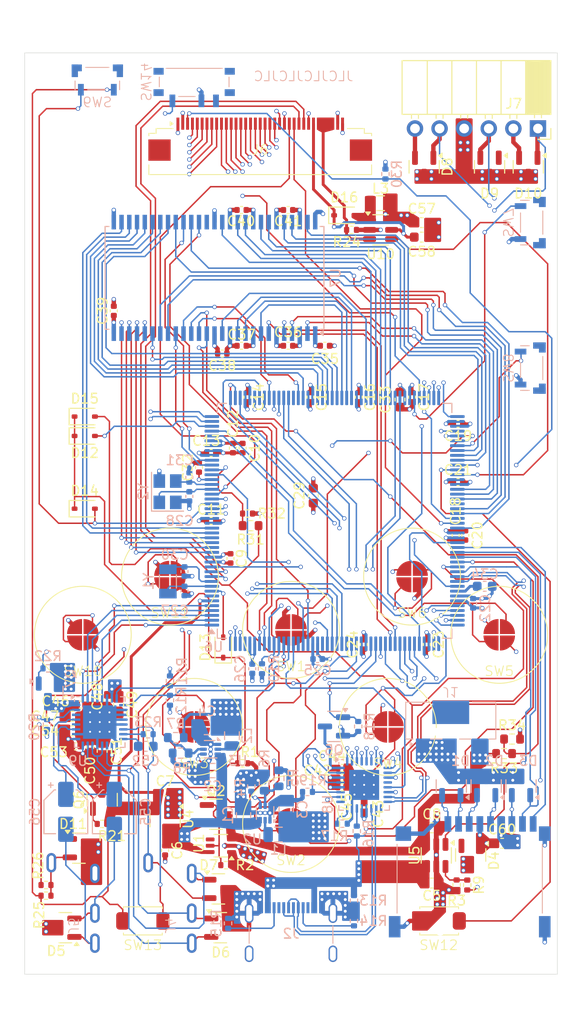
<source format=kicad_pcb>
(kicad_pcb (version 20241229) (generator "pcbnew") (generator_version "9.0")
  (layers (0 "F.Cu" signal) (4 "In1.Cu" power "F.Gnd") (6 "In2.Cu" power "F.Pwr") (8 "In3.Cu" mixed "B.Inner") (10 "In4.Cu" power "B.Gnd") (2 "B.Cu" signal) (13 "F.Paste" user) (15 "B.Paste" user) (5 "F.SilkS" user "F.Silkscreen") (7 "B.SilkS" user "B.Silkscreen") (1 "F.Mask" user) (3 "B.Mask" user) (25 "Edge.Cuts" user))
  (net 0 "")
  (net 1 "GND")
  (net 2 "1V8")
  (net 3 "3V3")
  (net 4 "VBUS")
  (net 5 "3V3_LDO")
  (net 6 "VBAT")
  (net 7 "Net-(C33-Pad1)")
  (net 8 "Net-(C34-Pad1)")
  (net 9 "Net-(U9-MIC2R{slash}LINE2R)")
  (net 10 "Net-(D5-IO2)")
  (net 11 "Net-(D5-IO1)")
  (net 14 "Net-(J2-CC2)")
  (net 15 "Net-(J2-CC1)")
  (net 17 "Net-(U2-SW)")
  (net 18 "Net-(U3-SW)")
  (net 19 "Net-(Q2-G)")
  (net 20 "Net-(U2-FB)")
  (net 21 "Net-(U3-FB)")
  (net 22 "Net-(U8-VBUS)")
  (net 23 "Net-(U8-RBIAS)")
  (net 36 "Net-(D11B-K2)")
  (net 49 "/cpu/reg_3v3_en")
  (net 54 "/power/power_vsys")
  (net 55 "/cpu/osc32k_in")
  (net 56 "/cpu/osc24m_in")
  (net 57 "/cpu/osc32k_out")
  (net 58 "/cpu/osc24m_out")
  (net 59 "/cpu/swd_nrst")
  (net 60 "/usb/power_io_sw")
  (net 61 "/audio/dvdd")
  (net 62 "/audio/avdd")
  (net 63 "/audio/hp_mic")
  (net 64 "/audio/lo_left")
  (net 65 "/audio/lo_right")
  (net 66 "/cpu/sdmmc.d2")
  (net 67 "/cpu/sdmmc.d3")
  (net 68 "/cpu/sdmmc.cmd")
  (net 69 "/cpu/sdmmc.clk")
  (net 70 "/cpu/sdmmc.d0")
  (net 71 "/cpu/sdmmc.d1")
  (net 72 "/audio/hp_left")
  (net 73 "/audio/hp_right")
  (net 74 "/audio/hp_com")
  (net 75 "/cpu/swd_swo")
  (net 76 "/cpu/swd_io")
  (net 77 "/cpu/swd_clk")
  (net 78 "/usb/usbport_d-")
  (net 79 "/usb/usbport_d+")
  (net 80 "/cpu/sdmmc_detect")
  (net 81 "/lcd/led_k")
  (net 82 "/lcd/led_a")
  (net 83 "/cpu/~{lcd_reset}")
  (net 84 "/cpu/cpu_power_on")
  (net 85 "/cpu/rtc_wakeup")
  (net 86 "/button/button_power")
  (net 87 "/cpu/~{usbphy_pwr_en}")
  (net 88 "/audio/~{avdd_en}")
  (net 89 "/audio/~{dvdd_en}")
  (net 90 "/cpu/backlight_pwm")
  (net 91 "/cpu/reg_1v8_en")
  (net 92 "/cpu/~{charger_enable}")
  (net 93 "/button/button_select")
  (net 94 "/audio/codec_ctl.scl")
  (net 95 "/audio/codec_ctl.sda")
  (net 96 "/cpu/~{usbphy_reset}")
  (net 97 "/audio/~{reset}")
  (net 98 "/audio/micbias")
  (net 99 "/audio/~{lo_detect}")
  (net 100 "/button/button_a")
  (net 101 "/button/button_b")
  (net 102 "/button/button_x")
  (net 103 "/button/button_y")
  (net 104 "/button/button_start")
  (net 105 "/button/button_hold")
  (net 106 "/cpu/~{charger_charging}")
  (net 107 "/cpu/usb_dfu_d-")
  (net 108 "/cpu/ulpi.d3")
  (net 109 "/cpu/ulpi.d0")
  (net 110 "/cpu/fmc_nbl0")
  (net 111 "/cpu/fmc_sdcke")
  (net 112 "/cpu/usb_dfu_d+")
  (net 113 "/cpu/fmc_a0")
  (net 114 "/cpu/fmc_d8")
  (net 115 "/cpu/ulpi.stp")
  (net 116 "/cpu/ulpi.d7")
  (net 117 "/cpu/fmc_nbl1")
  (net 118 "/cpu/fmc_d2")
  (net 119 "/cpu/fmc_d12")
  (net 120 "/cpu/ulpi.d1")
  (net 121 "/cpu/fmc_a5")
  (net 122 "/cpu/fmc_a7")
  (net 123 "/cpu/fmc_a11")
  (net 124 "/cpu/fmc_d14")
  (net 125 "/cpu/ulpi.dir")
  (net 126 "/cpu/fmc_ba1")
  (net 127 "/cpu/fmc_d10")
  (net 128 "/cpu/fmc_sdncas")
  (net 129 "/cpu/fmc_a3")
  (net 130 "/cpu/ulpi.clk")
  (net 131 "/cpu/fmc_d7")
  (net 132 "/cpu/fmc_a2")
  (net 133 "/cpu/fmc_d15")
  (net 134 "/audio/codec.drec")
  (net 135 "/cpu/ulpi.d6")
  (net 136 "/cpu/ulpi.d4")
  (net 137 "/cpu/fmc_sdne0")
  (net 138 "/cpu/fmc_d3")
  (net 139 "/cpu/fmc_d13")
  (net 140 "/audio/codec.wclk")
  (net 141 "/cpu/fmc_d5")
  (net 142 "/cpu/fmc_d9")
  (net 143 "/cpu/fmc_sdnras")
  (net 144 "/cpu/fmc_a10")
  (net 145 "/cpu/fmc_a6")
  (net 146 "/cpu/ulpi.d2")
  (net 147 "/audio/codec.dplay")
  (net 148 "/cpu/fmc_a8")
  (net 149 "/cpu/ulpi.nxt")
  (net 150 "/cpu/fmc_a4")
  (net 151 "/cpu/fmc_a1")
  (net 152 "/cpu/fmc_ba0")
  (net 153 "/cpu/fmc_sdnwe")
  (net 154 "/cpu/fmc_d6")
  (net 155 "/audio/codec.bclk")
  (net 156 "/cpu/fmc_d0")
  (net 157 "/cpu/mcoclk_24m")
  (net 158 "/cpu/fmc_a9")
  (net 159 "/cpu/fmc_sdclk")
  (net 160 "/cpu/fmc_d4")
  (net 161 "/cpu/fmc_a12")
  (net 162 "/cpu/fmc_d1")
  (net 163 "/cpu/fmc_d11")
  (net 164 "/audio/codec.mclk")
  (net 165 "/cpu/ulpi.d5")
  (net 166 "/button/button_up")
  (net 167 "/button/button_down")
  (net 168 "/button/button_left")
  (net 169 "/button/button_right")
  (net 170 "/button/button_vol+")
  (net 171 "/button/button_vol-")
  (net 172 "/cpu/lcd_ctl.sda")
  (net 173 "/cpu/lcd_ctl.cs")
  (net 174 "/cpu/lcd_ctl.scl")
  (net 175 "/cpu/lcd_rgb.dotclk")
  (net 176 "/cpu/lcd_rgb.b0")
  (net 177 "/cpu/lcd_rgb.r4")
  (net 178 "/cpu/lcd_rgb.de")
  (net 179 "/cpu/lcd_rgb.b2")
  (net 180 "/cpu/lcd_rgb.r1")
  (net 181 "/cpu/lcd_rgb.b5")
  (net 182 "/cpu/lcd_rgb.r0")
  (net 183 "/cpu/lcd_rgb.g3")
  (net 184 "/cpu/lcd_rgb.g5")
  (net 185 "/cpu/lcd_rgb.g4")
  (net 186 "/cpu/lcd_rgb.vsync")
  (net 187 "/cpu/lcd_rgb.b4")
  (net 188 "/cpu/lcd_rgb.g0")
  (net 189 "/cpu/lcd_rgb.b3")
  (net 190 "/cpu/lcd_rgb.r2")
  (net 191 "/cpu/lcd_rgb.b1")
  (net 192 "/cpu/lcd_rgb.r3")
  (net 193 "/cpu/lcd_rgb.hsync")
  (net 194 "/cpu/lcd_rgb.g2")
  (net 195 "/cpu/lcd_rgb.g1")
  (net 196 "/cpu/lcd_rgb.r5")
  (net 198 "/cpu/adc_vbus")
  (net 204 "/cpu/adc_vbat")
  (net 206 "Net-(U5-PROG)")
  (net 207 "/audio/hp_micbutton+")
  (net 209 "/lcd/led_driver_lx")
  (net 211 "/audio/hp_micbutton-")
  (footprint "Resistor_SMD:R_0603_1608Metric" (layer "F.Cu") (at 144.325 106.25 180)
    (property "Reference" "R31")
    (property "Value" "174 kΩ")
  )
  (footprint "Capacitor_SMD:C_0402_1005Metric" (layer "F.Cu") (at 126.25 129)
    (property "Reference" "C53")
    (property "Value" "100 nF")
  )
  (footprint "Capacitor_SMD:C_0402_1005Metric" (layer "F.Cu") (at 155.5 93 -90)
    (property "Reference" "C16")
    (property "Value" "100 nF")
  )
  (footprint "echoplayer:Switch_ContactPad_10x3mm_Cross" (layer "F.Cu") (at 136 111.5)
    (property "Reference" "SW11")
    (property "Value" "Y")
  )
  (footprint "Resistor_SMD:R_0402_1005Metric" (layer "F.Cu") (at 123.2 144.4)
    (property "Reference" "R25")
    (property "Value" "1 MΩ")
  )
  (footprint "Package_TO_SOT_SMD:SOT-23-6" (layer "F.Cu") (at 157.75 75.75)
    (property "Reference" "U10")
    (property "Value" "SY7200A")
  )
  (footprint "Package_TO_SOT_SMD:SOT-23-3" (layer "F.Cu") (at 135.5 136.5 -90)
    (property "Reference" "U4")
    (property "Value" "XC6206P33xMR")
  )
  (footprint "Capacitor_SMD:C_0402_1005Metric" (layer "F.Cu") (at 129.5 124.25 -90)
    (property "Reference" "C48")
    (property "Value" "100 nF")
  )
  (footprint "Package_TO_SOT_SMD:SOT-23" (layer "F.Cu") (at 167.05 140.2 -90)
    (property "Reference" "D4")
    (property "Value" "CESD3V3AP-ES")
  )
  (footprint "Package_TO_SOT_SMD:Texas_R-PDSO-G6" (layer "F.Cu") (at 141.25 139.25 180)
    (property "Reference" "U1")
    (property "Value" "LM66100DCK")
  )
  (footprint "Capacitor_SMD:C_0603_1608Metric" (layer "F.Cu") (at 125.925 127.4)
    (property "Reference" "C54")
    (property "Value" "10 µF")
  )
  (footprint "echoplayer:Switch_ContactPad_10x3mm_Cross" (layer "F.Cu") (at 158.5 127)
    (property "Reference" "SW4")
    (property "Value" "DPAD→")
  )
  (footprint "Capacitor_SMD:C_0402_1005Metric" (layer "F.Cu") (at 130.2 84.1 90)
    (property "Reference" "C39")
    (property "Value" "100 nF")
  )
  (footprint "Capacitor_SMD:C_0603_1608Metric" (layer "F.Cu") (at 150.8 103.15 90)
    (property "Reference" "C29")
    (property "Value" "4.7 µF")
  )
  (footprint "Capacitor_SMD:C_0402_1005Metric" (layer "F.Cu") (at 126.75 124.7)
    (property "Reference" "C46")
    (property "Value" "100 nF")
  )
  (footprint "Capacitor_SMD:C_0603_1608Metric" (layer "F.Cu") (at 163.03 143.1)
    (property "Reference" "C5")
    (property "Value" "4.7 µF")
  )
  (footprint "Capacitor_SMD:C_0402_1005Metric" (layer "F.Cu") (at 139 100.25 90)
    (property "Reference" "C32")
    (property "Value" "100 nF")
  )
  (footprint "Capacitor_SMD:C_0402_1005Metric" (layer "F.Cu") (at 141.4 88.5)
    (property "Reference" "C38")
    (property "Value" "100 nF")
  )
  (footprint "Capacitor_SMD:C_0402_1005Metric" (layer "F.Cu") (at 140.25 98.75)
    (property "Reference" "C13")
    (property "Value" "100 nF")
  )
  (footprint "Capacitor_SMD:C_0402_1005Metric" (layer "F.Cu") (at 140.25 105.75)
    (property "Reference" "C11")
    (property "Value" "100 nF")
  )
  (footprint "Capacitor_SMD:C_0603_1608Metric" (layer "F.Cu") (at 125.925 125.9)
    (property "Reference" "C47")
    (property "Value" "10 µF")
  )
  (footprint "Capacitor_SMD:C_0402_1005Metric" (layer "F.Cu") (at 153.8 131.225)
    (property "Reference" "C44")
    (property "Value" "100 nF")
  )
  (footprint "Resistor_SMD:R_0402_1005Metric" (layer "F.Cu") (at 166.7 143.3 90)
    (property "Reference" "R9")
    (property "Value" "2.2 kΩ")
  )
  (footprint "Capacitor_SMD:C_0402_1005Metric" (layer "F.Cu") (at 165.75 95.75 180)
    (property "Reference" "C19")
    (property "Value" "100 nF")
  )
  (footprint "MountingHole:MountingHole_2.2mm_M2" (layer "F.Cu") (at 125 66.5)
    (property "Reference" "H3" (hide yes))
    (property "Value" "M2_Screw")
  )
  (footprint "Resistor_SMD:R_0402_1005Metric" (layer "F.Cu") (at 129 137 180)
    (property "Reference" "R21")
    (property "Value" "100 kΩ")
  )
  (footprint "echoplayer:Switch_ContactPad_10x3mm_Cross" (layer "F.Cu") (at 138.5 127)
    (property "Reference" "SW3")
    (property "Value" "DPAD←")
  )
  (footprint "Diode_SMD:D_SOD-323" (layer "F.Cu") (at 127.2 95)
    (property "Reference" "D15")
    (property "Value" "1N5819WS")
  )
  (footprint "Package_TO_SOT_SMD:SOT-23" (layer "F.Cu") (at 169 69.25 -90)
    (property "Reference" "D9")
    (property "Value" "CESD3V3AP-ES")
  )
  (footprint "echoplayer:Switch_ContactPad_10x3mm_Cross" (layer "F.Cu") (at 170 117.5)
    (property "Reference" "SW5")
    (property "Value" "A")
  )
  (footprint "MountingHole:MountingHole_4mm" (layer "F.Cu") (at 148.5 127 90)
    (property "Reference" "H1" (hide yes))
    (property "Value" "DPad_Pivot")
  )
  (footprint "Package_TO_SOT_SMD:TSOT-23-6" (layer "F.Cu") (at 163.5 140.25 -90)
    (property "Reference" "U5")
    (property "Value" "TP4057")
  )
  (footprint "Diode_SMD:D_SOD-323" (layer "F.Cu") (at 154 74.25)
    (property "Reference" "D16")
    (property "Value" "1N5819WS")
  )
  (footprint "Capacitor_SMD:C_0402_1005Metric" (layer "F.Cu") (at 144 93 -90)
    (property "Reference" "C14")
    (property "Value" "100 nF")
  )
  (footprint "echoplayer:L_0806_2016Metric" (layer "F.Cu") (at 157.75 73 180)
    (property "Reference" "L3")
    (property "Value" "4.7 µH")
  )
  (footprint "Capacitor_SMD:C_0402_1005Metric" (layer "F.Cu") (at 161 93 -90)
    (property "Reference" "C17")
    (property "Value" "100 nF")
  )
  (footprint "Capacitor_SMD:C_0603_1608Metric" (layer "F.Cu") (at 130.7 124.7 -90)
    (property "Reference" "C49")
    (property "Value" "10 µF")
  )
  (footprint "Capacitor_SMD:C_0603_1608Metric" (layer "F.Cu") (at 159.75 93.25 -90)
    (property "Reference" "C33")
    (property "Value" "2.2 µF")
  )
  (footprint "Resistor_SMD:R_0402_1005Metric" (layer "F.Cu") (at 143.5 130.75)
    (property "Reference" "R1")
    (property "Value" "100 kΩ")
  )
  (footprint "Package_TO_SOT_SMD:SOT-23" (layer "F.Cu") (at 141 143.7)
    (property "Reference" "D7")
    (property "Value" "CESD3V3AP-ES")
  )
  (footprint "echoplayer:NetTie_0.15mm_SMD" (layer "F.Cu") (at 133.25 129.75 -90)
    (property "Reference" "NT1" (hide yes))
    (property "Value" "NetTie_2" (hide yes))
  )
  (footprint "Resistor_SMD:R_0603_1608Metric" (layer "F.Cu") (at 170.5 129.75)
    (property "Reference" "R33")
    (property "Value" "174 kΩ")
  )
  (footprint "Capacitor_SMD:C_0603_1608Metric" (layer "F.Cu") (at 170.3 139)
    (property "Reference" "C60")
    (property "Value" "10 µF")
  )
  (footprint "Capacitor_SMD:C_0402_1005Metric" (layer "F.Cu") (at 148.2 73.7)
    (property "Reference" "C41")
    (property "Value" "100 nF")
  )
  (footprint "echoplayer:Switch_XUNPU_TS-1088-AR" (layer "F.Cu") (at 133.2 147)
    (property "Reference" "SW13")
    (property "Value" "SELECT")
  )
  (footprint "Capacitor_SMD:C_0402_1005Metric" (layer "F.Cu") (at 153.8 132.225)
    (property "Reference" "C42")
    (property "Value" "100 nF")
  )
  (footprint "Resistor_SMD:R_0603_1608Metric" (layer "F.Cu") (at 171.325 128.25)
    (property "Reference" "R34")
    (property "Value" "390 kΩ")
  )
  (footprint "Diode_SMD:D_SOD-323" (layer "F.Cu") (at 127.2 104.5)
    (property "Reference" "D14")
    (property "Value" "1N5819WS")
  )
  (footprint "Resistor_SMD:R_0402_1005Metric" (layer "F.Cu") (at 141.76 141.25 180)
    (property "Reference" "R2")
    (property "Value" "100 kΩ")
  )
  (footprint "Capacitor_SMD:C_0402_1005Metric" (layer "F.Cu") (at 150.5 93 -90)
    (property "Reference" "C15")
    (property "Value" "100 nF")
  )
  (footprint "Capacitor_SMD:C_0402_1005Metric" (layer "F.Cu") (at 127.75 129.1 90)
    (property "Reference" "C50")
    (property "Value" "100 nF")
  )
  (footprint "Capacitor_SMD:C_0402_1005Metric" (layer "F.Cu") (at 148.2 87.7 180)
    (property "Reference" "C36")
    (property "Value" "100 nF")
  )
  (footprint "Capacitor_SMD:C_0402_1005Metric" (layer "F.Cu") (at 165.5 107.25 90)
    (property "Reference" "C18")
    (property "Value" "100 nF")
  )
  (footprint "echoplayer:NetTie_0.15mm_SMD" (layer "F.Cu") (at 132.75 129.75 -90)
    (property "Reference" "NT2" (hide yes))
    (property "Value" "NetTie_2" (hide yes))
  )
  (footprint "Capacitor_SMD:C_0402_1005Metric" (layer "F.Cu") (at 143.499999 98.25 -90)
    (property "Reference" "C10")
    (property "Value" "100 nF")
  )
  (footprint "Resistor_SMD:R_0402_1005Metric" (layer "F.Cu") (at 144.01 105)
    (property "Reference" "R32")
    (property "Value" "100 kΩ")
  )
  (footprint "Package_TO_SOT_SMD:SOT-23" (layer "F.Cu") (at 126.6 139.5)
    (property "Reference" "D11")
    (property "Value" "CESD3V3AP-ES")
  )
  (footprint "Capacitor_SMD:C_0603_1608Metric" (layer "F.Cu") (at 162 75)
    (property "Reference" "C57")
    (property "Value" "4.7 µF")
  )
  (footprint "Capacitor_SMD:C_0402_1005Metric" (layer "F.Cu") (at 142.5 98.25 -90)
    (property "Reference" "C12")
    (property "Value" "1 µF")
  )
  (footprint "Package_TO_SOT_SMD:SOT-23" (layer "F.Cu") (at 141.2 147.7)
    (property "Reference" "D6")
    (property "Value" "CESD3V3AP-ES")
  )
  (footprint "MountingHole:MountingHole_2.2mm_M2" (layer "F.Cu") (at 173 105.5)
    (property "Reference" "H4" (hide yes))
    (property "Value" "M2_Screw")
  )
  (footprint "Connector_PinSocket_2.54mm:PinSocket_1x06_P2.54mm_Horizontal" (layer "F.Cu") (at 174 65.3 -90)
    (property "Reference" "J7")
    (property "Value" "PM254-1-06-W-8.5")
  )
  (footprint "echoplayer:Switch_ContactPad_10x3mm_Cross" (layer "F.Cu") (at 148.5 117)
    (property "Reference" "SW1")
    (property "Value" "DPAD↑")
  )
  (footprint "Capacitor_SMD:C_0402_1005Metric" (layer "F.Cu") (at 165.75 101.75 180)
    (property "Reference" "C21")
    (property "Value" "100 nF")
  )
  (footprint "Resistor_SMD:R_0402_1005Metric" (layer "F.Cu") (at 165.6 143.29 -90)
    (property "Reference" "R3")
    (property "Value" "10 kΩ")
  )
  (footprint "Package_TO_SOT_SMD:SOT-23" (layer "F.Cu") (at 162.25 69.25 -90)
    (property "Reference" "D8")
    (property "Value" "CESD3V3AP-ES")
  )
  (footprint "Capacitor_SMD:C_0603_1608Metric" (layer "F.Cu") (at 162 76.5)
    (property "Reference" "C58")
    (property "Value" "4.7 µF")
  )
  (footprint "Capacitor_SMD:C_0402_1005Metric" (layer "F.Cu") (at 143.4 87.7 180)
    (property "Reference" "C37")
    (property "Value" "100 nF")
  )
  (footprint "Capacitor_SMD:C_0402_1005Metric" (layer "F.Cu") (at 143.4 73.7)
    (property "Reference" "C40")
    (property "Value" "100 nF")
  )
  (footprint "Diode_SMD:D_SOD-323" (layer "F.Cu") (at 127.2 97)
    (property "Reference" "D12")
    (property "Value" "1N5819WS")
  )
  (footprint "Capacitor_SMD:C_0402_1005Metric" (layer "F.Cu") (at 135.5 133.75)
    (property "Reference" "C7")
    (property "Value" "1 µF")
  )
  (footprint "Package_TO_SOT_SMD:SOT-23" (layer "F.Cu") (at 140.75 136)
    (property "Reference" "Q2")
    (property "Value" "AO3401A")
  )
  (footprint "Resistor_SMD:R_0402_1005Metric" (layer "F.Cu") (at 154.75 75.75)
    (property "Reference" "R24")
    (property "Value" "10 Ω")
  )
  (footprint "Package_TO_SOT_SMD:SOT-23" (layer "F.Cu") (at 173 69.25 -90)
    (property "Reference" "D10")
    (property "Value" "CESD3V3AP-ES")
  )
  (footprint "echoplayer:Switch_ContactPad_10x3mm_Cross" (layer "F.Cu") (at 161 111.5)
    (property "Reference" "SW6")
    (property "Value" "B")
  )
  (footprint "echoplayer:Switch_ContactPad_10x3mm_Cross" (layer "F.Cu") (at 148.5 137)
    (property "Reference" "SW2")
    (property "Value" "DPAD↓")
  )
  (footprint "Capacitor_SMD:C_0402_1005Metric" (layer "F.Cu") (at 166.5 107.25 90)
    (property "Reference" "C20")
    (property "Value" "1 µF")
  )
  (footprint "MountingHole:MountingHole_2.2mm_M2" (layer "F.Cu") (at 156 150.5)
    (property "Reference" "H5" (hide yes))
    (property "Value" "M2_Screw")
  )
  (footprint "Capacitor_SMD:C_0603_1608Metric" (layer "F.Cu") (at 129 129.475 90)
    (property "Reference" "C51")
    (property "Value" "10 µF")
  )
  (footprint "Capacitor_SMD:C_0402_1005Metric" (layer "F.Cu") (at 156.019999 118.5 90)
    (property "Reference" "C24")
    (property "Value" "100 nF")
  )
  (footprint "Diode_SMD:D_SOD-323" (layer "F.Cu") (at 141.5 118.8 90)
    (property "Reference" "D13")
    (property "Value" "1N5819WS")
  )
  (footprint "Capacitor_SMD:C_0402_1005Metric" (layer "F.Cu") (at 162.52 118.5 90)
    (property "Reference" "C23")
    (property "Value" "100 nF")
  )
  (footprint "MountingHole:MountingHole_4mm" (layer "F.Cu") (at 172 82.5 90)
    (property "Reference" "H2" (hide yes))
    (property "Value" "Volume_Pivot")
  )
  (footprint "echoplayer:Switch_XUNPU_TS-1088-AR" (layer "F.Cu") (at 163.8 147)
    (property "Reference" "SW12")
    (property "Value" "START")
  )
  (footprint "Capacitor_SMD:C_0402_1005Metric" (layer "F.Cu") (at 153.8 133.225)
    (property "Reference" "C45")
    (property "Value" "100 nF")
  )
  (footprint "Capacitor_SMD:C_0402_1005Metric" (layer "F.Cu") (at 135.5 139.73 -90)
    (property "Reference" "C6")
    (property "Value" "1 µF")
  )
  (footprint "Capacitor_SMD:C_0603_1608Metric" (layer "F.Cu") (at 163.03 137.4)
    (property "Reference" "C8")
    (property "Value" "4.7 µF")
  )
  (footprint "Package_TO_SOT_SMD:SOT-23" (layer "F.Cu") (at 125.2 147.7 180)
    (property "Reference" "D5")
    (property "Value" "PESD3V3L2BT")
  )
  (footprint "Capacitor_SMD:C_0402_1005Metric" (layer "F.Cu") (at 156.05 135.225 90)
    (property "Reference" "C43")
    (property "Value" "100 nF")
  )
  (footprint "Resistor_SMD:R_0402_1005Metric" (layer "F.Cu") (at 123.2 143.3)
    (property "Reference" "R26")
    (property "Value" "100 kΩ")
  )
  (footprint "Capacitor_SMD:C_0402_1005Metric" (layer "F.Cu") (at 152 87.7)
    (property "Reference" "C35")
    (property "Value" "100 nF")
  )
  (footprint "echoplayer:Switch_ContactPad_10x3mm_Cross" (layer "F.Cu") (at 127 117.5)
    (property "Reference" "SW10")
    (property "Value" "X")
  )
  (footprint "echoplayer:Conn_Jushuo_AFD01-S35FCC-00_RTL" (layer "F.Cu") (at 145.32 64.8 180)
    (property "Reference" "J6")
    (property "Value" "AFD01-S35FCC-00")
  )
  (footprint "Capacitor_SMD:C_0402_1005Metric" (layer "F.Cu") (at 142.25 109.625 -90)
    (property "Reference" "C9")
    (property "Value" "100 nF")
  )
  (footprint "Package_TO_SOT_SMD:SOT-23" (layer "F.Cu") (at 129 134.5 90)
    (property "Reference" "Q6")
    (property "Value" "AO3401A")
  )
  (footprint "MountingHole:MountingHole_2.2mm_M2" (layer "F.Cu") (at 134 120.75)
    (property "Reference" "H6" (hide yes))
    (property "Value" "M2_Screw")
  )
  (footprint "Resistor_SMD:R_0402_1005Metric" (layer "B.Cu") (at 123.4 120.9625 180)
    (property "Reference" "R22")
    (property "Value" "100 kΩ")
  )
  (footprint "echoplayer:Conn_GT-BTP30003-xxxxA-016A" (layer "B.Cu") (at 165 127.5)
    (property "Reference" "J1")
    (property "Value" "GT-BTP30003-xxxA-16A")
  )
  (footprint "echoplayer:Switch_SHOUHAN_MSK12C02-HB" (layer "B.Cu") (at 138.5 60.5 180)
    (property "Reference" "SW14")
    (property "Value" "HOLD")
  )
  (footprint "echoplayer:Switch_XKB_TS-1010-C-A" (layer "B.Cu") (at 173.5 75 90)
    (property "Reference" "SW7")
    (property "Value" "VOL+")
  )
  (footprint "Resistor_SMD:R_0402_1005Metric" (layer "B.Cu") (at 155.29 137.735 -90)
    (property "Reference" "R16")
    (property "Value" "10 kΩ")
  )
  (footprint "Resistor_SMD:R_0603_1608Metric" (layer "B.Cu") (at 147.25 132.3 -90)
    (property "Reference" "R5")
    (property "Value" "174 kΩ")
  )
  (footprint "echoplayer:Jack_3.5mm_HCTL_HC-PJ-320A-4P-D" (layer "B.Cu") (at 136 147.5 90)
    (property "Reference" "J4")
    (property "Value" "HP_3.5mm")
  )
  (footprint "Resistor_SMD:R_0603_1608Metric" (layer "B.Cu") (at 136.6 128.1 180)
    (property "Reference" "R7")
    (property "Value" "390 kΩ")
  )
  (footprint "Package_TO_SOT_SMD:SOT-23" (layer "B.Cu") (at 172.25 133.1 90)
    (property "Reference" "D3")
    (property "Value" "CESD3V3AP-ES")
  )
  (footprint "Package_TO_SOT_SMD:SOT-23" (layer "B.Cu") (at 123.4 123.4625 -90)
    (property "Reference" "Q7")
    (property "Value" "AO3401A")
  )
  (footprint "echoplayer:Switch_XKB_TS-1010-C-A" (layer "B.Cu") (at 173.5 90 90)
    (property "Reference" "SW8")
    (property "Value" "VOL-")
  )
  (footprint "Capacitor_SMD:C_0402_1005Metric" (layer "B.Cu") (at 137.5 112.98 -90)
    (property "Reference" "C27")
    (property "Value" "5 pF/NP0")
  )
  (footprint "Capacitor_SMD:C_0603_1608Metric" (layer "B.Cu") (at 133.5 129 180)
    (property "Reference" "C52")
    (property "Value" "10 nF/NP0")
  )
  (footprint "echoplayer:Switch_XKB_TS-1010-C-A" (layer "B.Cu") (at 128.5 60 180)
    (property "Reference" "SW9")
    (property "Value" "POWER")
  )
  (footprint "Capacitor_SMD:C_0805_2012Metric" (layer "B.Cu") (at 139.8 127.0625 180)
    (property "Reference" "C4")
    (property "Value" "22 µF")
  )
  (footprint "Crystal:Crystal_SMD_3215-2Pin_3.2x1.5mm" (layer "B.Cu") (at 135.79 112 -90)
    (property "Reference" "Y1")
    (property "Value" "SC-32S32.768kHz20PPM12.5pF")
  )
  (footprint "Package_DFN_QFN:Texas_RHB0032E_VQFN-32-1EP_5x5mm_P0.5mm_EP3.45x3.45mm_ThermalVias" (layer "B.Cu") (at 128.75 126.5 -90)
    (property "Reference" "U9")
    (property "Value" "TLV320AIC3104")
  )
  (footprint "Resistor_SMD:R_0402_1005Metric" (layer "B.Cu") (at 144.4 133.12 90)
    (property "Reference" "R4")
    (property "Value" "100 kΩ")
  )
  (footprint "Capacitor_SMD:CP_Elec_4x5.4" (layer "B.Cu") (at 125.25 135.75 -90)
    (property "Reference" "C56")
    (property "Value" "10 µF")
  )
  (footprint "Capacitor_SMD:C_0402_1005Metric" (layer "B.Cu") (at 151.25 120)
    (property "Reference" "C25")
    (property "Value" "100 nF")
  )
  (footprint "echoplayer:USB_C-Hroparts-TYPE-C-31-M-12" (layer "B.Cu") (at 148.5 146.71 180)
    (property "Reference" "J2")
    (property "Value" "TYPE-C-31-M-12")
  )
  (footprint "Resistor_SMD:R_0402_1005Metric" (layer "B.Cu") (at 136 124.25 90)
    (property "Reference" "R12")
    (property "Value" "10 kΩ")
  )
  (footprint "Capacitor_SMD:C_0402_1005Metric" (layer "B.Cu") (at 137.5 110.98 -90)
    (property "Reference" "C30")
    (property "Value" "5 pF/NP0")
  )
  (footprint "Resistor_SMD:R_0603_1608Metric" (layer "B.Cu") (at 137.1 129.7 180)
    (property "Reference" "R8")
    (property "Value" "86.6 kΩ")
  )
  (footprint "Package_TO_SOT_SMD:SOT-23" (layer "B.Cu") (at 165.05 133.1 90)
    (property "Reference" "D1")
    (property "Value" "CESD3V3AP-ES")
  )
  (footprint "Package_TO_SOT_SMD:SOT-23" (layer "B.Cu") (at 152.94 126.95 180)
    (property "Reference" "Q5")
    (property "Value" "AO3401A")
  )
  (footprint "Capacitor_SMD:C_0805_2012Metric" (layer "B.Cu") (at 143.6 136.1 90)
    (property "Reference" "C1")
    (property "Value" "22 µF")
  )
  (footprint "Capacitor_SMD:C_0805_2012Metric" (layer "B.Cu") (at 140.4 131.5 180)
    (property "Reference" "C2")
    (property "Value" "22 µF")
  )
  (footprint "echoplayer:L_0806_2016Metric" (layer "B.Cu") (at 147.2 138.1)
    (property "Reference" "L1")
    (property "Value" "1 µH")
  )
  (footprint "Package_QFP:LQFP-176_24x24mm_P0.5mm" (layer "B.Cu") (at 153 105.75)
    (property "Reference" "U6")
    (property "Value" "STM32H743IGTx")
  )
  (footprint "Resistor_SMD:R_0402_1005Metric" (layer "B.Cu") (at 142 147.25 90)
    (property "Reference" "R15")
    (property "Value" "5.1 kΩ")
  )
  (footprint "Capacitor_SMD:C_0805_2012Metric" (layer "B.Cu") (at 148 135.5 90)
    (property "Reference" "C3")
    (property "Value" "22 µF")
  )
  (footprint "Capacitor_SMD:C_0402_1005Metric" (layer "B.Cu") (at 167.3 114.25 90)
    (property "Reference" "C22")
    (property "Value" "100 nF")
  )
  (footprint "echoplayer:microSD_XUNPU_TF-115" (layer "B.Cu") (at 166.95 144 180)
    (property "Reference" "J3" (hide yes))
    (property "Value" "TF-115")
  )
  (footprint "Resistor_SMD:R_0402_1005Metric" (layer "B.Cu") (at 158.25 69.99 90)
    (property "Reference" "R30")
    (property "Value" "100 kΩ")
  )
  (footprint "Capacitor_SMD:C_0402_1005Metric" (layer "B.Cu") (at 138 101.27 90)
    (property "Reference" "C31")
    (property "Value" "4 pF/NP0")
  )
  (footprint "Package_TO_SOT_SMD:SOT-563" (layer "B.Cu") (at 145.825 135.87 90)
    (property "Reference" "U2")
    (property "Value" "TPS62A01DRLR")
  )
  (footprint "Resistor_SMD:R_0402_1005Metric" (layer "B.Cu") (at 133.75 127.75)
    (property "Reference" "R23")
    (property "Value" "2.2 kΩ")
  )
  (footprint "Package_SO:TSOP-II-54_22.2x10.16mm_P0.8mm" (layer "B.Cu") (at 140.6 80.7 90)
    (property "Reference" "U7")
    (property "Value" "W9825G6KH-x")
  )
  (footprint "Resistor_SMD:R_0402_1005Metric" (layer "B.Cu") (at 155.44 126.95 90)
    (property "Reference" "R18")
    (property "Value" "100 kΩ")
  )
  (footprint "Resistor_SMD:R_0402_1005Metric" (layer "B.Cu") (at 155 144.9 -90)
    (property "Reference" "R13")
    (property "Value" "100 kΩ")
  )
  (footprint "Resistor_SMD:R_0402_1005Metric" (layer "B.Cu") (at 145.5 121 -90)
    (property "Reference" "R10")
    (property "Value" "100 kΩ")
  )
  (footprint "Capacitor_SMD:C_0402_1005Metric" (layer "B.Cu") (at 144.5 121 -90)
    (property "Reference" "C26")
    (property "Value" "100 nF")
  )
  (footprint "Resistor_SMD:R_0402_1005Metric" (layer "B.Cu") (at 155 147 90)
    (property "Reference" "R14")
    (property "Value" "5.1 kΩ")
  )
  (footprint "Capacitor_SMD:C_0603_1608Metric" (layer "B.Cu") (at 168.5 112.5)
    (property "Reference" "C34")
    (property "Value" "2.2 µF")
  )
  (footprint "Capacitor_SMD:CP_Elec_4x5.4" (layer "B.Cu") (at 130.25 135.75 -90)
    (property "Reference" "C55")
    (property "Value" "10 µF")
  )
  (footprint "echoplayer:Jack_3.5mm_HCTL_HC-PJ-320A-4P-D" (layer "B.Cu") (at 126 147.5 90)
    (property "Reference" "J5")
    (property "Value" "LO_3.5mm")
  )
  (footprint "Resistor_SMD:R_0402_1005Metric" (layer "B.Cu") (at 150.2 133.7 180)
    (property "Reference" "R19")
    (property "Value" "100 kΩ")
  )
  (footprint "Resistor_SMD:R_0603_1608Metric" (layer "B.Cu") (at 145.75 132.75 90)
    (property "Reference" "R6")
    (property "Value" "86.6 kΩ")
  )
  (footprint "Crystal:Crystal_SMD_3225-4Pin_3.2x2.5mm" (layer "B.Cu") (at 135.75 102.75 90)
    (property "Reference" "Y2")
    (property "Value" "XTM32024000JT00351001")
  )
  (footprint "Package_TO_SOT_SMD:SOT-563" (layer "B.Cu") (at 140.2 129.3 180)
    (property "Reference" "U3")
    (property "Value" "TPS62A01DRLR")
  )
  (footprint "Package_DFN_QFN:QFN-32-1EP_5x5mm_P0.5mm_EP3.1x3.1mm_ThermalVias" (layer "B.Cu") (at 156.05 132.975 -90)
    (property "Reference" "U8")
    (property "Value" "USB3320C-EZK")
  )
  (footprint "Package_TO_SOT_SMD:SOT-23" (layer "B.Cu") (at 168.65 133.1 90)
    (property "Reference" "D2")
    (property "Value" "CESD3V3AP-ES")
  )
  (footprint "Resistor_SMD:R_0402_1005Metric" (layer "B.Cu") (at 153.8 136.975 180)
    (property "Reference" "R17")
    (property "Value" "8.06 kΩ")
  )
  (footprint "Capacitor_SMD:C_0402_1005Metric" (layer "B.Cu") (at 138 103.23 -90)
    (property "Reference" "C28")
    (property "Value" "4 pF/NP0")
  )
  (footprint "Resistor_SMD:R_0402_1005Metric" (layer "B.Cu") (at 136 122.25 -90)
    (property "Reference" "R11")
    (property "Value" "10 kΩ")
  )
  (footprint "Resistor_SMD:R_0402_1005Metric" (layer "B.Cu") (at 123.3 126.75 -90)
    (property "Reference" "R20")
    (property "Value" "100 kΩ")
  )
  (footprint "echoplayer:L_0806_2016Metric" (layer "B.Cu") (at 142.4 127.9 90)
    (property "Reference" "L2")
    (property "Value" "1 µH")
  )
  (gr_rect (start 121 57.5) (end 176 152.5) (stroke (width 0.05)) (fill no) (layer "Edge.Cuts"))
  (gr_text "JLCJLCJLCJLC" (at 155 60.5 0) (layer "B.SilkS") (effects (font (size 1 1) (thickness 0.1)) (justify left bottom mirror)))
  (segment (start 135.5 140.21) (end 135.5 140.9) (width 0.45) (layer "F.Cu") (net 1))
  (segment (start 144.9 131.15) (end 144.9 131.7) (width 0.45) (layer "F.Cu") (net 1))
  (segment (start 142.48 98.75) (end 142.5 98.73) (width 0.3) (layer "F.Cu") (net 1))
  (segment (start 156.6125 75.75) (end 155.26 75.75) (width 0.45) (layer "F.Cu") (net 1))
  (segment (start 147.8 115.2) (end 148.25 114.75) (width 0.45) (layer "F.Cu") (net 1))
  (segment (start 164.5 101.75) (end 165.27 101.75) (width 0.3) (layer "F.Cu") (net 1))
  (segment (start 156 118.000001) (end 156.019999 118.02) (width 0.3) (layer "F.Cu") (net 1))
  (segment (start 164.2 145.8) (end 164.2 145.3) (width 0.45) (layer "F.Cu") (net 1))
  (segment (start 142.2 87.7) (end 142.92 87.7) (width 0.45) (layer "F.Cu") (net 1))
  (segment (start 141.88 88.5) (end 141.88 88.02) (width 0.45) (layer "F.Cu") (net 1))
  (segment (start 137.75 113.25) (end 138.25 113.25) (width 0.45) (layer "F.Cu") (net 1))
  (segment (start 149.2 117.7) (end 150.3 117.7) (width 0.45) (layer "F.Cu") (net 1))
  (segment (start 144.52 105) (end 145.25 105) (width 0.45) (layer "F.Cu") (net 1))
  (segment (start 127.7 118.2) (end 128.5 119) (width 0.45) (layer "F.Cu") (net 1))
  (segment (start 137.8 126.3) (end 137 125.5) (width 0.15) (layer "F.Cu") (net 1))
  (segment (start 164.5 106.75) (end 165.48 106.75) (width 0.3) (layer "F.Cu") (net 1))
  (segment (start 149.4 73.7) (end 148.68 73.7) (width 0.45) (layer "F.Cu") (net 1))
  (segment (start 146.325 135.87) (end 147.37 135.87) (width 0.3) (layer "F.Cu") (net 1))
  (segment (start 163 147) (end 161.725 147) (width 0.45) (layer "F.Cu") (net 1))
  (segment (start 129.775 125.475) (end 128.75 126.5) (width 0.15) (layer "F.Cu") (net 1))
  (segment (start 126.3 116.8) (end 125.5 116) (width 0.45) (layer "F.Cu") (net 1))
  (segment (start 136.8625 135.3625) (end 137 135.5) (width 0.15) (layer "F.Cu") (net 1))
  (segment (start 126.7 127.4) (end 126.7 128.97) (width 0.15) (layer "F.Cu") (net 1))
  (segment (start 165.48 106.75) (end 165.5 106.77) (width 0.3) (layer "F.Cu") (net 1))
  (segment (start 159.2 129.3) (end 159.2 127.7) (width 0.15) (layer "F.Cu") (net 1))
  (segment (start 155.3 132.225) (end 156.05 132.975) (width 0.15) (layer "F.Cu") (net 1))
  (segment (start 150.5 139) (end 149.2 137.7) (width 0.15) (layer "F.Cu") (net 1))
  (segment (start 129.5 124.73) (end 129.5 125.75) (width 0.15) (layer "F.Cu") (net 1))
  (segment (start 156.6125 75.75) (end 157.75 75.75) (width 0.45) (layer "F.Cu") (net 1))
  (segment (start 161.7 112.2) (end 161.7 113.3) (width 0.45) (layer "F.Cu") (net 1))
  (segment (start 162.5 117.25) (end 162.5 118) (width 0.3) (layer "F.Cu") (net 1))
  (segment (start 127.75 128.62) (end 127.75 127.5) (width 0.15) (layer "F.Cu") (net 1))
  (segment (start 142.25 110.105) (end 141.605 110.105) (width 0.3) (layer "F.Cu") (net 1))
  (segment (start 130.7 125.475) (end 129.775 125.475) (width 0.15) (layer "F.Cu") (net 1))
  (segment (start 159.2 110.8) (end 159 111) (width 0.15) (layer "F.Cu") (net 1))
  (segment (start 165.5 106.77) (end 166.5 106.77) (width 0.3) (layer "F.Cu") (net 1))
  (segment (start 169.3 116.8) (end 168.5 116) (width 0.15) (layer "F.Cu") (net 1))
  (segment (start 150.5 94.25) (end 150.5 93.48) (width 0.3) (layer "F.Cu") (net 1))
  (segment (start 153.82 65.75) (end 153.82 64.8) (width 0.3) (layer "F.Cu") (net 1))
  (segment (start 145.825 135.87) (end 145.325 135.87) (width 0.3) (layer "F.Cu") (net 1))
  (segment (start 162.775 76.5) (end 163.75 76.5) (width 0.15) (layer "F.Cu") (net 1))
  (segment (start 127.75 127.5) (end 128.75 126.5) (width 0.15) (layer "F.Cu") (net 1))
  (segment (start 136.7 112.2) (end 137.75 113.25) (width 0.45) (layer "F.Cu") (net 1))
  (segment (start 150.3 117.7) (end 151 117) (width 0.45) (layer "F.Cu") (net 1))
  (segment (start 163.5 141.3875) (end 163.5 142.795) (width 0.15) (layer "F.Cu") (net 1))
  (segment (start 126.7 125.9) (end 126.7 127.4) (width 0.15) (layer "F.Cu") (net 1))
  (segment (start 164.505 143.8) (end 163.805 143.1) (width 0.15) (layer "F.Cu") (net 1))
  (segment (start 126.7 125.9) (end 128.15 125.9) (width 0.15) (layer "F.Cu") (net 1))
  (segment (start 157.05 131.975) (end 157.05 131.45) (width 0.15) (layer "F.Cu") (net 1))
  (segment (start 154.28 132.225) (end 155.3 132.225) (width 0.15) (layer "F.Cu") (net 1))
  (segment (start 130.2 83.62) (end 130.2 82.9) (width 0.45) (layer "F.Cu") (net 1))
  (segment (start 136.45 135.3625) (end 136.45 134.22) (width 0.15) (layer "F.Cu") (net 1))
  (segment (start 164.5 95.75) (end 165.27 95.75) (width 0.3) (layer "F.Cu") (net 1))
  (segment (start 161 93.48) (end 161 94) (width 0.45) (layer "F.Cu") (net 1))
  (segment (start 156 117.25) (end 156 118.000001) (width 0.3) (layer "F.Cu") (net 1))
  (segment (start 143.880001 73.700001) (end 143.88 73.7) (width 0.15) (layer "F.Cu") (net 1))
  (segment (start 129.5 125.75) (end 128.75 126.5) (width 0.15) (layer "F.Cu") (net 1))
  (segment (start 161.7 113.3) (end 161.25 113.75) (width 0.45) (layer "F.Cu") (net 1))
  (segment (start 141.605 110.105) (end 141.5 110) (width 0.3) (layer "F.Cu") (net 1))
  (segment (start 163.6 144.1) (end 163.6 143.305) (width 0.15) (layer "F.Cu") (net 1))
  (segment (start 157.05 131.45) (end 159.2 129.3) (width 0.15) (layer "F.Cu") (net 1))
  (segment (start 147.37 135.87) (end 147.8 136.3) (width 0.3) (layer "F.Cu") (net 1))
  (segment (start 164.8 143.8) (end 164.505 143.8) (width 0.15) (layer "F.Cu") (net 1))
  (segment (start 139 99.77) (end 138.48 99.77) (width 0.45) (layer "F.Cu") (net 1))
  (segment (start 170.7 118.2) (end 171.75 119.25) (width 0.15) (layer "F.Cu") (net 1))
  (segment (start 161.725 147) (end 160.75 147) (width 0.45) (layer "F.Cu") (net 1))
  (segment (start 147.8 116.3) (end 147.8 115.2) (width 0.45) (layer "F.Cu") (net 1))
  (segment (start 136.45 134.22) (end 135.98 133.75) (width 0.15) (layer "F.Cu") (net 1))
  (segment (start 155.5 94.25) (end 155.5 93.48) (width 0.3) (layer "F.Cu") (net 1))
  (segment (start 163.805 137.4) (end 163.5 137.705) (width 0.15) (layer "F.Cu") (net 1))
  (segment (start 136.82 65.75) (end 136.82 64.8) (width 0.3) (layer "F.Cu") (net 1))
  (segment (start 160.75 147) (end 160.5 147.25) (width 0.45) (layer "F.Cu") (net 1))
  (segment (start 141.88 88.02) (end 142.2 87.7) (width 0.45) (layer "F.Cu") (net 1))
  (segment (start 140.73 98.75) (end 141.5 98.75) (width 0.3) (layer "F.Cu") (net 1))
  (segment (start 163.5 137.705) (end 163.5 139.1125) (width 0.15) (layer "F.Cu") (net 1))
  (segment (start 129 128.7) (end 129 126.75) (width 0.15) (layer "F.Cu") (net 1))
  (segment (start 160.3 110.8) (end 159.2 110.8) (width 0.15) (layer "F.Cu") (net 1))
  (segment (start 156.05 134.745) (end 156.05 133.975) (width 0.15) (layer "F.Cu") (net 1))
  (segment (start 163.5 142.795) (end 163.805 143.1) (width 0.15) (layer "F.Cu") (net 1))
  (segment (start 163 147) (end 164.2 145.8) (width 0.45) (layer "F.Cu") (net 1))
  (segment (start 136.45 135.3625) (end 136.8625 135.3625) (width 0.15) (layer "F.Cu") (net 1))
  (segment (start 144.599999 73.700001) (end 143.880001 73.700001) (width 0.45) (layer "F.Cu") (net 1))
  (segment (start 126.7 127.4) (end 127.85 127.4) (width 0.15) (layer "F.Cu") (net 1))
  (segment (start 150.8 102.375) (end 150.8 101.4) (width 0.45) (layer "F.Cu") (net 1))
  (segment (start 154.5 138.75) (end 154.25 139) (width 0.15) (layer "F.Cu") (net 1))
  (segment (start 157.8 124.95) (end 158 124.75) (width 0.15) (layer "F.Cu") (net 1))
  (segment (start 155.8 133.225) (end 156.05 132.975) (width 0.15) (layer "F.Cu") (net 1))
  (segment (start 162.775 75) (end 162.775 76.5) (width 0.15) (layer "F.Cu") (net 1))
  (segment (start 154.3 131.225) (end 156.05 132.975) (width 0.15) (layer "F.Cu") (net 1))
  (segment (start 135.8 134.3) (end 135.8 133.93) (width 0.15) (layer "F.Cu") (net 1))
  (segment (start 147 87.7) (end 147.72 87.7) (width 0.45) (layer "F.Cu") (net 1))
  (segment (start 160.75 94.25) (end 159.975 94.25) (width 0.45) (layer "F.Cu") (net 1))
  (segment (start 159.975 94.25) (end 159.75 94.025) (width 0.45) (layer "F.Cu") (net 1))
  (segment (start 162.775 75) (end 163.75 75) (width 0.15) (layer "F.Cu") (net 1))
  (segment (start 163.6 143.305) (end 163.805 143.1) (width 0.15) (layer "F.Cu") (net 1))
  (segment (start 138.48 99.77) (end 138.25 100) (width 0.45) (layer "F.Cu") (net 1))
  (segment (start 172.15 127.3) (end 172.15 128.25) (width 0.45) (layer "F.Cu") (net 1))
  (segment (start 127.23 124.7) (end 127.75 125.22) (width 0.15) (layer "F.Cu") (net 1))
  (segment (start 127.75 125.22) (end 127.75 125.5) (width 0.15) (layer "F.Cu") (net 1))
  (segment (start 128.15 125.9) (end 128.75 126.5) (width 0.15) (layer "F.Cu") (net 1))
  (segment (start 127.11 128.62) (end 127.75 128.62) (width 0.15) (layer "F.Cu") (net 1))
  (segment (start 157.8 126.3) (end 157.8 124.95) (width 0.15) (layer "F.Cu") (net 1))
  (segment (start 141.5 98.75) (end 142.48 98.75) (width 0.3) (layer "F.Cu") (net 1))
  (segment (start 126.7 128.97) (end 126.73 129) (width 0.15) (layer "F.Cu") (net 1))
  (segment (start 142.5 98.73) (end 143.499999 98.73) (width 0.3) (layer "F.Cu") (net 1))
  (segment (start 135.8 133.93) (end 135.98 133.75) (width 0.15) (layer "F.Cu") (net 1))
  (segment (start 154.25 139) (end 150.5 139) (width 0.15) (layer "F.Cu") (net 1))
  (segment (start 135.3 110.8) (end 134.5 110) (width 0.45) (layer "F.Cu") (net 1))
  (segment (start 144.01 130.75) (end 144.5 130.75) (width 0.45) (layer "F.Cu") (net 1))
  (segment (start 129 126.75) (end 128.75 126.5) (width 0.15) (layer "F.Cu") (net 1))
  (segment (start 126.73 129) (end 127.11 128.62) (width 0.15) (layer "F.Cu") (net 1))
  (segment (start 139.2 127.7) (end 140.2 128.7) (width 0.3) (layer "F.Cu") (net 1))
  (segment (start 140.2 129.3) (end 140.2 129.8) (width 0.3) (layer "F.Cu") (net 1))
  (segment (start 152.48 87.7) (end 153 87.7) (width 0.45) (layer "F.Cu") (net 1))
  (segment (start 141.5 105.75) (end 140.73 105.75) (width 0.3) (layer "F.Cu") (net 1))
  (segment (start 144.5 130.75) (end 144.9 131.15) (width 0.45) (layer "F.Cu") (net 1))
  (segment (start 162.5 118) (end 162.52 118.02) (width 0.3) (layer "F.Cu") (net 1))
  (segment (start 140.2 128.8) (end 140.2 129.3) (width 0.3) (layer "F.Cu") (net 1))
  (segment (start 161 94) (end 160.75 94.25) (width 0.45) (layer "F.Cu") (net 1))
  (segment (start 154.28 131.225) (end 154.3 131.225) (width 0.15) (layer "F.Cu") (net 1))
  (segment (start 154.28 133.225) (end 155.8 133.225) (width 0.15) (layer "F.Cu") (net 1))
  (segment (start 146.325 135.87) (end 145.825 135.87) (width 0.3) (layer "F.Cu") (net 1))
  (segment (start 144 94.25) (end 144 93.48) (width 0.3) (layer "F.Cu") (net 1))
  (segment (start 140.2 128.7) (end 140.2 128.8) (width 0.3) (layer "F.Cu") (net 1))
  (segment (start 127.85 127.4) (end 128.75 126.5) (width 0.15) (layer "F.Cu") (net 1))
  (via (at 140.2 128.8) (size 0.45) (drill 0.3) (layers "F.Cu" "B.Cu") (net 1))
  (via (at 145.05 139.95) (size 0.45) (drill 0.3) (layers "F.Cu" "B.Cu") (net 1))
  (via (at 162.5 117.25) (size 0.45) (drill 0.3) (layers "F.Cu" "B.Cu") (net 1))
  (via (at 142.9 144.2) (size 0.45) (drill 0.3) (layers "F.Cu" "B.Cu") (net 1))
  (via (at 163.6 145.3) (size 0.45) (drill 0.3) (layers "F.Cu" "B.Cu") (net 1))
  (via (at 143.6 132.4) (size 0.45) (drill 0.3) (layers "F.Cu" "B.Cu") (net 1))
  (via (at 142.9 144.8) (size 0.45) (drill 0.3) (layers "F.Cu" "B.Cu") (net 1))
  (via (at 138 132.1) (size 0.45) (drill 0.3) (layers "F.Cu" "B.Cu") (net 1))
  (via (at 164.1 129.2) (size 0.45) (drill 0.3) (layers "F.Cu" "B.Cu") (net 1))
  (via (at 138.6 131.5) (size 0.45) (drill 0.3) (layers "F.Cu" "B.Cu") (net 1))
  (via (at 166.75 67.5) (size 0.45) (drill 0.3) (layers "F.Cu" "B.Cu") (net 1))
  (via (at 138.25 113.25) (size 0.45) (drill 0.3) (layers "F.Cu" "B.Cu") (net 1))
  (via (at 144.1 144.2) (size 0.45) (drill 0.3) (layers "F.Cu" "B.Cu") (net 1))
  (via (at 166 67.5) (size 0.45) (drill 0.3) (layers "F.Cu" "B.Cu") (net 1))
  (via (at 162.9 129.8) (size 0.45) (drill 0.3) (layers "F.Cu" "B.Cu") (net 1))
  (via (at 143.9 131.7) (size 0.45) (drill 0.3) (layers "F.Cu" "B.Cu") (net 1))
  (via (at 142.2 87.7) (size 0.45) (drill 0.3) (layers "F.Cu" "B.Cu") (net 1))
  (via (at 145.3 144.2) (size 0.45) (drill 0.3) (layers "F.Cu" "B.Cu") (net 1))
  (via (at 171 77) (size 0.45) (drill 0.3) (layers "F.Cu" "B.Cu") (net 1))
  (via (at 160.5 147.25) (size 0.45) (drill 0.3) (layers "F.Cu" "B.Cu") (net 1))
  (via (at 148.25 114.75) (size 0.45) (drill 0.3) (layers "F.Cu" "B.Cu") (net 1))
  (via (at 145.55 140.85) (size 0.45) (drill 0.3) (layers "F.Cu" "B.Cu") (net 1))
  (via (at 135.5 140.9) (size 0.45) (drill 0.3) (layers "F.Cu" "B.Cu") (net 1))
  (via (at 145.5 122.25) (size 0.45) (drill 0.3) (layers "F.Cu" "B.Cu") (net 1))
  (via (at 123.2 148.1) (size 0.45) (drill 0.3) (layers "F.Cu" "B.Cu") (net 1))
  (via (at 163.6 144.7) (size 0.45) (drill 0.3) (layers "F.Cu" "B.Cu") (net 1))
  (via (at 166.3 141.2) (size 0.45) (drill 0.3) (layers "F.Cu" "B.Cu") (net 1))
  (via (at 145.1 132.5) (size 0.45) (drill 0.3) (layers "F.Cu" "B.Cu") (net 1))
  (via (at 143.6 134.2) (size 0.45) (drill 0.3) (layers "F.Cu" "B.Cu") (net 1))
  (via (at 164.8 143.8) (size 0.45) (drill 0.3) (layers "F.Cu" "B.Cu") (net 1))
  (via (at 171.9 138.5) (size 0.45) (drill 0.3) (layers "F.Cu" "B.Cu") (net 1))
  (via (at 154.1 146) (size 0.45) (drill 0.3) (layers "F.Cu" "B.Cu") (net 1))
  (via (at 144 94.25) (size 0.45) (drill 0.3) (layers "F.Cu" "B.Cu") (net 1))
  (via (at 161.5 69.75) (size 0.45) (drill 0.3) (layers "F.Cu" "B.Cu") (net 1))
  (via (at 174.7 139.2) (size 0.45) (drill 0.3) (layers "F.Cu" "B.Cu") (net 1))
  (via (at 135.8 136.1) (size 0.45) (drill 0.3) (layers "F.Cu" "B.Cu") (net 1))
  (via (at 152.3 144.2) (size 0.45) (drill 0.3) (layers "F.Cu" "B.Cu") (net 1))
  (via (at 168.25 70.5) (size 0.45) (drill 0.3) (layers "F.Cu" "B.Cu") (net 1))
  (via (at 157.75 75.75) (size 0.45) (drill 0.3) (layers "F.Cu" "B.Cu") (net 1))
  (via (at 140.2 129.8) (size 0.45) (drill 0.3) (layers "F.Cu" "B.Cu") (net 1))
  (via (at 164.7 129.8) (size 0.45) (drill 0.3) (layers "F.Cu" "B.Cu") (net 1))
  (via (at 141.5 105.75) (size 0.45) (drill 0.3) (layers "F.Cu" "B.Cu") (net 1))
  (via (at 159 111) (size 0.45) (drill 0.3) (layers "F.Cu" "B.Cu") (net 1))
  (via (at 137 135.5) (size 0.45) (drill 0.3) (layers "F.Cu" "B.Cu") (net 1))
  (via (at 161.7 129.8) (size 0.45) (drill 0.3) (layers "F.Cu" "B.Cu") (net 1))
  (via (at 128.5 119) (size 0.45) (drill 0.3) (layers "F.Cu" "B.Cu") (net 1))
  (via (at 141.5 98.75) (size 0.45) (drill 0.3) (layers "F.Cu" "B.Cu") (net 1))
  (via (at 162.3 129.8) (size 0.45) (drill 0.3) (layers "F.Cu" "B.Cu") (net 1))
  (via (at 164.2 144.7) (size 0.45) (drill 0.3) (layers "F.Cu" "B.Cu") (net 1))
  (via (at 154.1 144.8) (size 0.45) (drill 0.3) (layers "F.Cu" "B.Cu") (net 1))
  (via (at 149.4 73.7) (size 0.45) (drill 0.3) (layers "F.Cu" "B.Cu") (net 1))
  (via (at 138.6 132.1) (size 0.45) (drill 0.3) (layers "F.Cu" "B.Cu") (net 1))
  (via (at 153 87.7) (size 0.45) (drill 0.3) (layers "F.Cu" "B.Cu") (net 1))
  (via (at 142.9 146.6) (size 0.45) (drill 0.3) (layers "F.Cu" "B.Cu") (net 1))
  (via (at 145.3 144.8) (size 0.45) (drill 0.3) (layers "F.Cu" "B.Cu") (net 1))
  (via (at 144.9 140.65) (size 0.45) (drill 0.3) (layers "F.Cu" "B.Cu") (net 1))
  (via (at 164.5 95.75) (size 0.45) (drill 0.3) (layers "F.Cu" "B.Cu") (net 1))
  (via (at 164.5 106.75) (size 0.45) (drill 0.3) (layers "F.Cu" "B.Cu") (net 1))
  (via (at 163 70.5) (size 0.45) (drill 0.3) (layers "F.Cu" "B.Cu") (net 1))
  (via (at 134.5 110) (size 0.45) (drill 0.3) (layers "F.Cu" "B.Cu") (net 1))
  (via (at 164.1 130.4) (size 0.45) (drill 0.3) (layers "F.Cu" "B.Cu") (net 1))
  (via (at 138 130.9) (size 0.45) (drill 0.3) (layers "F.Cu" "B.Cu") (net 1))
  (via (at 166 66.75) (size 0.45) (drill 0.3) (layers "F.Cu" "B.Cu") (net 1))
  (via (at 143.3 131.8) (size 0.45) (drill 0.3) (layers "F.Cu" "B.Cu") (net 1))
  (via (at 143.75 139.55) (size 0.45) (drill 0.3) (layers "F.Cu" "B.Cu") (net 1))
  (via (at 143 132.4) (size 0.45) (drill 0.3) (layers "F.Cu" "B.Cu") (net 1))
  (via (at 151.8 74.1) (size 0.45) (drill 0.3) (layers "F.Cu" "B.Cu") (net 1))
  (via (at 123.2 147.3) (size 0.45) (drill 0.3) (layers "F.Cu" "B.Cu") (net 1))
  (via (at 160.75 94.25) (size 0.45) (drill 0.3) (layers "F.Cu" "B.Cu") (net 1))
  (via (at 138 104.5) (size 0.45) (drill 0.3) (layers "F.Cu" "B.Cu") (net 1))
  (via (at 161.25 113.75) (size 0.45) (drill 0.3) (layers "F.Cu" "B.Cu") (net 1))
  (via (at 144.25 140.45) (size 0.45) (drill 0.3) (layers "F.Cu" "B.Cu") (net 1))
  (via (at 144.4 132) (size 0.45) (drill 0.3) (layers "F.Cu" "B.Cu") (net 1))
  (via (at 143 134.2) (size 0.45) (drill 0.3) (layers "F.Cu" "B.Cu") (net 1))
  (via (at 168.25 113.75) (size 0.45) (drill 0.3) (layers "F.Cu" "B.Cu") (net 1))
  (via (at 135.8 134.3) (size 0.45) (drill 0.3) (layers "F.Cu" "B.Cu") (net 1))
  (via (at 174.7 149.2) (size 0.45) (drill 0.3) (layers "F.Cu" "B.Cu") (net 1))
  (via (at 171.75 90.75) (size 0.45) (drill 0.3) (layers "F.Cu" "B.Cu") (net 1))
  (via (at 164.2 145.3) (size 0.45) (drill 0.3) (layers "F.Cu" "B.Cu") (net 1))
  (via (at 162.9 128.6) (size 0.45) (drill 0.3) (layers "F.Cu" "B.Cu") (net 1))
  (via (at 163.5 130.4) (size 0.45) (drill 0.3) (layers "F.Cu" "B.Cu") (net 1))
  (via (at 171.4 131.7) (size 0.45) (drill 0.3) (layers "F.Cu" "B.Cu") (net 1))
  (via (at 143.6 140.25) (size 0.45) (drill 0.3) (layers "F.Cu" "B.Cu") (net 1))
  (via (at 158 124.75) (size 0.45) (drill 0.3) (layers "F.Cu" "B.Cu") (net 1))
  (via (at 169.4 131.7) (size 0.45) (drill 0.3) (layers "F.Cu" "B.Cu") (net 1))
  (via (at 137 134.9) (size 0.45) (drill 0.3) (layers "F.Cu" "B.Cu") (net 1))
  (via (at 139.8 132.7) (size 0.45) (drill 0.3) (layers "F.Cu" "B.Cu") (net 1))
  (via (at 140 130.5) (size 0.45) (drill 0.3) (layers "F.Cu" "B.Cu") (net 1))
  (via (at 128.6 139.9) (size 0.45) (drill 0.3) (layers "F.Cu" "B.Cu") (net 1))
  (via (at 163.5 129.2) (size 0.45) (drill 0.3) (layers "F.Cu" "B.Cu") (net 1))
  (via (at 166.3 140.6) (size 0.45) (drill 0.3) (layers "F.Cu" "B.Cu") (net 1))
  (via (at 153.82 65.75) (size 0.45) (drill 0.3) (layers "F.Cu" "B.Cu") (net 1))
  (via (at 163.6 144.1) (size 0.45) (drill 0.3) (layers "F.Cu" "B.Cu") (net 1))
  (via (at 158.25 68.75) (size 0.45) (drill 0.3) (layers "F.Cu" "B.Cu") (net 1))
  (via (at 144.7 144.2) (size 0.45) (drill 0.3) (layers "F.Cu" "B.Cu") (net 1))
  (via (at 143 133) (size 0.45) (drill 0.3) (layers "F.Cu" "B.Cu") (net 1))
  (via (at 163.5 128.6) (size 0.45) (drill 0.3) (layers "F.Cu" "B.Cu") (net 1))
  (via (at 143.1 139.35) (size 0.45) (drill 0.3) (layers "F.Cu" "B.Cu") (net 1))
  (via (at 151 117) (size 0.45) (drill 0.3) (layers "F.Cu" "B.Cu") (net 1))
  (via (at 165.3 129.8) (size 0.45) (drill 0.3) (layers "F.Cu" "B.Cu") (net 1))
  (via (at 166.75 66.75) (size 0.45) (drill 0.3) (layers "F.Cu" "B.Cu") (net 1))
  (via (at 151.7 144.2) (size 0.45) (drill 0.3) (layers "F.Cu" "B.Cu") (net 1))
  (via (at 164.1 128.6) (size 0.45) (drill 0.3) (layers "F.Cu" "B.Cu") (net 1))
  (via (at 162.9 130.4) (size 0.45) (drill 0.3) (layers "F.Cu" "B.Cu") (net 1))
  (via (at 144.5 122.25) (size 0.45) (drill 0.3) (layers "F.Cu" "B.Cu") (net 1))
  (via (at 143.6 133.6) (size 0.45) (drill 0.3) (layers "F.Cu" "B.Cu") (net 1))
  (via (at 138 131.5) (size 0.45) (drill 0.3) (layers "F.Cu" "B.Cu") (net 1))
  (via (at 163.75 76.5) (size 0.45) (drill 0.3) (layers "F.Cu" "B.Cu") (net 1))
  (via (at 140.2 129.3) (size 0.45) (drill 0.3) (layers "F.Cu" "B.Cu") (net 1))
  (via (at 163 69.75) (size 0.45) (drill 0.3) (layers "F.Cu" "B.Cu") (net 1))
  (via (at 140.6 73.75) (size 0.45) (drill 0.3) (layers "F.Cu" "B.Cu") (net 1))
  (via (at 134.9 100.6) (size 0.45) (drill 0.3) (layers "F.Cu" "B.Cu") (net 1))
  (via (at 145.325 135.87) (size 0.45) (drill 0.3) (layers "F.Cu" "B.Cu") (net 1))
  (via (at 154.1 144.2) (size 0.45) (drill 0.3) (layers "F.Cu" "B.Cu") (net 1))
  (via (at 128.6 139.1) (size 0.45) (drill 0.3) (layers "F.Cu" "B.Cu") (net 1))
  (via (at 162.3 130.4) (size 0.45) (drill 0.3) (layers "F.Cu" "B.Cu") (net 1))
  (via (at 163.6 136) (size 0.45) (drill 0.3) (layers "F.Cu" "B.Cu") (net 1))
  (via (at 173.75 70.5) (size 0.45) (drill 0.3) (layers "F.Cu" "B.Cu") (net 1))
  (via (at 161.5 70.5) (size 0.45) (drill 0.3) (layers "F.Cu" "B.Cu") (net 1))
  (via (at 141.5 110) (size 0.45) (drill 0.3) (layers "F.Cu" "B.Cu") (net 1))
  (via (at 168.5 116) (size 0.45) (drill 0.3) (layers "F.Cu" "B.Cu") (net 1))
  (via (at 169.75 70.5) (size 0.45) (drill 0.3) (layers "F.Cu" "B.Cu") (net 1))
  (via (at 169.4 132.5) (size 0.45) (drill 0.3) (layers "F.Cu" "B.Cu") (net 1))
  (via (at 164.7 130.4) (size 0.45) (drill 0.3) (layers "F.Cu" "B.Cu") (net 1))
  (via (at 150.5 94.25) (size 0.45) (drill 0.3) (layers "F.Cu" "B.Cu") (net 1))
  (via (at 125.5 116) (size 0.45) (drill 0.3) (layers "F.Cu" "B.Cu") (net 1))
  (via (at 139 61.3) (size 0.45) (drill 0.3) (layers "F.Cu" "B.Cu") (net 1))
  (via (at 172.25 70.5) (size 0.45) (drill 0.3) (layers "F.Cu" "B.Cu") (net 1))
  (via (at 172.15 127.3) (size 0.45) (drill 0.3) (layers "F.Cu" "B.Cu") (net 1))
  (via (at 145.825 135.87) (size 0.45) (drill 0.3) (layers "F.Cu" "B.Cu") (net 1))
  (via (at 153.5 144.2) (size 0.45) (drill 0.3) (layers "F.Cu" "B.Cu") (net 1))
  (via (at 165.8 132.5) (size 0.45) (drill 0.3) (layers "F.Cu" "B.Cu") (net 1))
  (via (at 144.599999 73.700001) (size 0.45) (drill 0.3) (layers "F.Cu" "B.Cu") (net 1))
  (via (at 137 134.3) (size 0.45) (drill 0.3) (layers "F.Cu" "B.Cu") (net 1))
  (via (at 163.5 140.2) (size 0.45) (drill 0.3) (layers "F.Cu" "B.Cu") (net 1))
  (via (at 163.75 75) (size 0.45) (drill 0.3) (layers "F.Cu" "B.Cu") (net 1))
  (via (at 169.75 69.75) (size 0.45) (drill 0.3) (layers "F.Cu" "B.Cu") (net 1))
  (via (at 163.5 129.8) (size 0.45) (drill 0.3) (layers "F.Cu" "B.Cu") (net 1))
  (via (at 154.1 145.4) (size 0.45) (drill 0.3) (layers "F.Cu" "B.Cu") (net 1))
  (via (at 171.75 119.25) (size 0.45) (drill 0.3) (layers "F.Cu" "B.Cu") (net 1))
  (via (at 151.7 144.8) (size 0.45) (drill 0.3) (layers "F.Cu" "B.Cu") (net 1))
  (via (at 170.2 138.2) (size 0.45) (drill 0.3) (layers "F.Cu" "B.Cu") (net 1))
  (via (at 145.25 105) (size 0.45) (drill 0.3) (layers "F.Cu" "B.Cu") (net 1))
  (via (at 138.6 130.9) (size 0.45) (drill 0.3) (layers "F.Cu" "B.Cu") (net 1))
  (via (at 141.6 139.25) (size 0.45) (drill 0.3) (layers "F.Cu" "B.Cu") (net 1))
  (via (at 155.5 94.25) (size 0.45) (drill 0.3) (layers "F.Cu" "B.Cu") (net 1))
  (via (at 143.6 133) (size 0.45) (drill 0.3) (layers "F.Cu" "B.Cu") (net 1))
  (via (at 137 125.5) (size 0.45) (drill 0.3) (layers "F.Cu" "B.Cu") (net 1))
  (via (at 165.3 130.4) (size 0.45) (drill 0.3) (layers "F.Cu" "B.Cu") (net 1))
  (via (at 142.9 146) (size 0.45) (drill 0.3) (layers "F.Cu" "B.Cu") (net 1))
  (via (at 171.9 139.2) (size 0.45) (drill 0.3) (layers "F.Cu" "B.Cu") (net 1))
  (via (at 144.4 139.75) (size 0.45) (drill 0.3) (layers "F.Cu" "B.Cu") (net 1))
  (via (at 146.325 135.87) (size 0.45) (drill 0.3) (layers "F.Cu" "B.Cu") (net 1))
  (via (at 156 117.25) (size 0.45) (drill 0.3) (layers "F.Cu" "B.Cu") (net 1))
  (via (at 137 136.1) (size 0.45) (drill 0.3) (layers "F.Cu" "B.Cu") (net 1))
  (via (at 165.8 131.7) (size 0.45) (drill 0.3) (layers "F.Cu" "B.Cu") (net 1))
  (via (at 164.1 129.8) (size 0.45) (drill 0.3) (layers "F.Cu" "B.Cu") (net 1))
  (via (at 150.8 101.4) (size 0.45) (drill 0.3) (layers "F.Cu" "B.Cu") (net 1))
  (via (at 139.2 132.7) (size 0.45) (drill 0.3) (layers "F.Cu" "B.Cu") (net 1))
  (via (at 143.5 144.2) (size 0.45) (drill 0.3) (layers "F.Cu" "B.Cu") (net 1))
  (via (at 171.4 132.5) (size 0.45) (drill 0.3) (layers "F.Cu" "B.Cu") (net 1))
  (via (at 161.7 130.4) (size 0.45) (drill 0.3) (layers "F.Cu" "B.Cu") (net 1))
  (via (at 145.7 140.15) (size 0.45) (drill 0.3) (layers "F.Cu" "B.Cu") (net 1))
  (via (at 164.2 144.1) (size 0.45) (drill 0.3) (layers "F.Cu" "B.Cu") (net 1))
  (via (at 164.5 101.75) (size 0.45) (drill 0.3) (layers "F.Cu" "B.Cu") (net 1))
  (via (at 130.2 73.7) (size 0.45) (drill 0.3) (layers "F.Cu" "B.Cu") (net 1))
  (via (at 147 87.7) (size 0.45) (drill 0.3) (layers "F.Cu" "B.Cu") (net 1))
  (via (at 168.25 69.75) (size 0.45) (drill 0.3) (layers "F.Cu" "B.Cu") (net 1))
  (via (at 152.9 144.2) (size 0.45) (drill 0.3) (layers "F.Cu" "B.Cu") (net 1))
  (via (at 137 133.7) (size 0.45) (drill 0.3) (layers "F.Cu" "B.Cu") (net 1))
  (via (at 154.1 146.6) (size 0.45) (drill 0.3) (layers "F.Cu" "B.Cu") (net 1))
  (via (at 138.6 132.7) (size 0.45) (drill 0.3) (layers "F.Cu" "B.Cu") (net 1))
  (via (at 144.9 131.7) (size 0.45) (drill 0.3) (layers "F.Cu" "B.Cu") (net 1))
  (via (at 154.5 138.75) (size 0.45) (drill 0.3) (layers "F.Cu" "B.Cu") (net 1))
  (via (at 135.8 135.5) (size 0.45) (drill 0.3) (layers "F.Cu" "B.Cu") (net 1))
  (via (at 135.8 134.9) (size 0.45) (drill 0.3) (layers "F.Cu" "B.Cu") (net 1))
  (via (at 166.3 141.8) (size 0.45) (drill 0.3) (layers "F.Cu" "B.Cu") (net 1))
  (via (at 152.5 120) (size 0.45) (drill 0.3) (layers "F.Cu" "B.Cu") (net 1))
  (via (at 169 113.5) (size 0.45) (drill 0.3) (layers "F.Cu" "B.Cu") (net 1))
  (via (at 143 133.6) (size 0.45) (drill 0.3) (layers "F.Cu" "B.Cu") (net 1))
  (via (at 130.2 82.9) (size 0.45) (drill 0.3) (layers "F.Cu" "B.Cu") (net 1))
  (via (at 136.82 65.75) (size 0.45) (drill 0.3) (layers "F.Cu" "B.Cu") (net 1))
  (via (at 138.25 100) (size 0.45) (drill 0.3) (layers "F.Cu" "B.Cu") (net 1))
  (via (at 173.75 69.75) (size 0.45) (drill 0.3) (layers "F.Cu" "B.Cu") (net 1))
  (via (at 138.29063 111.457197) (size 0.45) (drill 0.3) (layers "F.Cu" "B.Cu") (net 1))
  (via (at 172.25 69.75) (size 0.45) (drill 0.3) (layers "F.Cu" "B.Cu") (net 1))
  (via (at 123.3 128) (size 0.45) (drill 0.3) (layers "F.Cu" "B.Cu") (net 1))
  (via (at 163.6 136.6) (size 0.45) (drill 0.3) (layers "F.Cu" "B.Cu") (net 1))
  (via (at 142.9 145.4) (size 0.45) (drill 0.3) (layers "F.Cu" "B.Cu") (net 1))
  (via (at 162.9 129.2) (size 0.45) (drill 0.3) (layers "F.Cu" "B.Cu") (net 1))
  (segment (start 138.85 127.0625) (end 138.85 127.25) (width 0.3) (layer "B.Cu") (net 1))
  (segment (start 167.03 113.5) (end 167.3 113.77) (width 0.3) (layer "B.Cu") (net 1))
  (segment (start 160.1 138) (end 162.2 138) (width 0.45) (layer "B.Cu") (net 1))
  (segment (start 123.3 127.26) (end 123.3 128) (width 0.45) (layer "B.Cu") (net 1))
  (segment (start 162.2 138) (end 163.6 136.6) (width 0.45) (layer "B.Cu") (net 1))
  (segment (start 159.2 147.6) (end 160.15 147.6) (width 0.45) (layer "B.Cu") (net 1))
  (segment (start 165.675 101.5) (end 164.75 101.5) (width 0.3) (layer "B.Cu") (net 1))
  (segment (start 143.75 94) (end 144 94.25) (width 0.3) (layer "B.Cu") (net 1))
  (segment (start 128.5 128.9375) (end 128.5 126.75) (width 0.25) (layer "B.Cu") (net 1))
  (segment (start 136.65 130.9) (end 138 130.9) (width 0.45) (layer "B.Cu") (net 1))
  (segment (start 167.3 113.77) (end 168.23 113.77) (width 0.3) (layer "B.Cu") (net 1))
  (segment (start 127.5 127.75) (end 128.75 126.5) (width 0.15) (layer "B.Cu") (net 1))
  (segment (start 168.75 113.75) (end 169 113.5) (width 0.3) (layer "B.Cu") (net 1))
  (segment (start 172.2 91.7) (end 172.2 91.2) (width 0.45) (layer "B.Cu") (net 1))
  (segment (start 136.275 130.525) (end 136.65 130.9) (width 0.45) (layer "B.Cu") (net 1))
  (segment (start 138.85 127.25) (end 140.2 128.6) (width 0.3) (layer "B.Cu") (net 1))
  (segment (start 139.45 131.5) (end 138.6 131.5) (width 0.15) (layer "B.Cu") (net 1))
  (segment (start 144.175 144.275) (end 144.1 144.2) (width 0.15) (layer "B.Cu") (net 1))
  (segment (start 141.25 106) (end 141.5 105.75) (width 0.3) (layer "B.Cu") (net 1))
  (segment (start 140.325 106) (end 141.25 106) (width 0.3) (layer "B.Cu") (net 1))
  (segment (start 151.25 119.52) (end 151.73 120) (width 0.3) (layer "B.Cu") (net 1))
  (segment (start 131.1875 125.25) (end 130 125.25) (width 0.25) (layer "B.Cu") (net 1))
  (segment (start 143.6 135.24) (end 144.23 135.87) (width 0.3) (layer "B.Cu") (net 1))
  (segment (start 165.675 107.000001) (end 164.750001 107.000001) (width 0.3) (layer "B.Cu") (net 1))
  (segment (start 142.46 146.74) (end 142.6 146.6) (width 0.45) (layer "B.Cu") (net 1))
  (segment (start 154.21 146.49) (end 154.1 146.6) (width 0.15) (layer "B.Cu") (net 1))
  (segment (start 151.6 73.9) (end 151.8 74.1) (width 0.45) (layer "B.Cu") (net 1))
  (segment (start 139.45 131.05) (end 140 130.5) (width 0.15) (layer "B.Cu") (net 1))
  (segment (start 128.5 126.75) (end 128.75 126.5) (width 0.15) (layer "B.Cu") (net 1))
  (segment (start 126.3125 127.75) (end 127.5 127.75) (width 0.25) (layer "B.Cu") (net 1))
  (segment (start 129 126.75) (end 128.75 126.5) (width 0.15) (layer "B.Cu") (net 1))
  (segment (start 129.5 124.0625) (end 129.5 125.75) (width 0.25) (layer "B.Cu") (net 1))
  (segment (start 131.1875 126.25) (end 129 126.25) (width 0.25) (layer "B.Cu") (net 1))
  (segment (start 140.95 128.8) (end 140.2 128.8) (width 0.3) (layer "B.Cu") (net 1))
  (segment (start 155.25 94) (end 155.5 94.25) (width 0.3) (layer "B.Cu") (net 1))
  (segment (start 146.999999 87.699999) (end 147 87.7) (width 0.45) (layer "B.Cu") (net 1))
  (segment (start 169.275 112.5) (end 169.275 113.225) (width 0.3) (layer "B.Cu") (net 1))
  (segment (start 156.25 118.424999) (end 156.25 117.5) (width 0.3) (layer "B.Cu") (net 1))
  (segment (start 145.500002 121.999998) (end 145.5 122) (width 0.15) (layer "B.Cu") (net 1))
  (segment (start 149.400001 73.700001) (end 149.4 73.7) (width 0.15) (layer "B.Cu") (net 1))
  (segment (start 169.275 113.225) (end 169 113.5) (width 0.3) (layer "B.Cu") (net 1))
  (segment (start 144.5 121.48) (end 144.5 122.25) (width 0.45) (layer "B.Cu") (net 1))
  (segment (start 145.3 145.64) (end 145.3 144.8) (width 0.15) (layer "B.Cu") (net 1))
  (segment (start 150.25 93.075) (end 150.25 94) (width 0.3) (layer "B.Cu") (net 1))
  (segment (start 139.25 62.45) (end 139.25 61.55) (width 0.45) (layer "B.Cu") (net 1))
  (segment (start 130.2 74.950001) (end 130.2 73.7) (width 0.45) (layer "B.Cu") (net 1))
  (segment (start 142.6 146.6) (end 142.9 146.6) (width 0.45) (layer "B.Cu") (net 1))
  (segment (start 168.23 113.77) (end 168.25 113.75) (width 0.3) (layer "B.Cu") (net 1))
  (segment (start 154.31 136.975) (end 154.31 136.965) (width 0.25) (layer "B.Cu") (net 1))
  (segment (start 152.5 120) (end 151.73 120) (width 0.3) (layer "B.Cu") (net 1))
  (segment (start 171.3 76.7) (end 171 77) (width 0.45) (layer "B.Cu") (net 1))
  (segment (start 129 126.25) (end 128.75 126.5) (width 0.15) (layer "B.Cu") (net 1))
  (segment (start 130 125.25) (end 128.75 126.5) (width 0.15) (layer "B.Cu") (net 1))
  (segment (start 158.25 69.48) (end 158.25 68.75) (width 0.45) (layer "B.Cu") (net 1))
  (segment (start 155 145.41) (end 154.11 145.41) (width 0.15) (layer "B.Cu") (net 1))
  (segment (start 144.6 73.7) (end 144.599999 73.700001) (width 0.15) (layer "B.Cu") (net 1))
  (segment (start 129.5 125.75) (end 128.75 126.5) (width 0.15) (layer "B.Cu") (net 1))
  (segment (start 156.25 117.5) (end 156 117.25) (width 0.3) (layer "B.Cu") (net 1))
  (segment (start 174.7 149.2) (end 174.7 147.6) (width 0.45) (layer "B.Cu") (net 1))
  (segment (start 138 100.25) (end 138.25 100) (width 0.45) (layer "B.Cu") (net 1))
  (segment (start 129.75 127.750001) (end 129.75 127.5) (width 0.25) (layer "B.Cu") (net 1))
  (segment (start 130.5 128.500001) (end 129.75 127.750001) (width 0.25) (layer "B.Cu") (net 1))
  (segment (start 142 146.74) (end 142.46 146.74) (width 0.45) (layer "B.Cu") (net 1))
  (segment (start 145.500002 121.509999) (end 145.500002 122.249998) (width 0.45) (layer "B.Cu") (net 1))
  (segment (start 139.25 61.55) (end 139 61.3) (width 0.45) (layer "B.Cu") (net 1))
  (segment (start 140.6 74.95) (end 140.6 73.75) (width 0.45) (layer "B.Cu") (net 1))
  (segment (start 172.2 91.2) (end 171.75 90.75) (width 0.45) (layer "B.Cu") (net 1))
  (segment (start 143.6 135.15) (end 143.6 135.24) (width 0.3) (layer "B.Cu") (net 1))
  (segment (start 131.1875 125.75) (end 129.5 125.75) (width 0.25) (layer "B.Cu") (net 1))
  (segment (start 151.2 73.9) (end 151.6 73.9) (width 0.45) (layer "B.Cu") (net 1))
  (segment (start 162.75 118.425) (end 162.75 117.5) (width 0.3) (layer "B.Cu") (net 1))
  (segment (start 138.287827 111.46) (end 137.5 111.46) (width 0.45) (layer "B.Cu") (net 1))
  (segment (start 141.249999 98.499999) (end 141.5 98.75) (width 0.3) (layer "B.Cu") (net 1))
  (segment (start 168.25 113.75) (end 168.75 113.75) (width 0.3) (layer "B.Cu") (net 1))
  (segment (start 143 134.55) (end 143.6 135.15) (width 0.3) (layer "B.Cu") (net 1))
  (segment (start 149.69 133.7) (end 149.69 134.31) (width 0.45) (layer "B.Cu") (net 1))
  (segment (start 149.400001 74.949999) (end 149.400001 73.700001) (width 0.45) (layer "B.Cu") (net 1))
  (segment (start 154.8 135.4125) (end 154.8 134.225) (width 0.25) (layer "B.Cu") (net 1))
  (segment (start 154.31 136.965) (end 154.8 136.475) (width 0.25) (layer "B.Cu") (net 1))
  (segment (start 142.2 86.449999) (end 142.2 87.7) (width 0.45) (layer "B.Cu") (net 1))
  (segment (start 140.325 98.499999) (end 141.249999 98.499999) (width 0.3) (layer "B.Cu") (net 1))
  (segment (start 130.5 128.9375) (end 130.5 128.500001) (width 0.25) (layer "B.Cu") (net 1))
  (segment (start 154.8 136.475) (end 154.8 135.4125) (width 0.25) (layer "B.Cu") (net 1))
  (segment (start 149.69 134.31) (end 149.45 134.55) (width 0.45) (layer "B.Cu") (net 1))
  (segment (start 165.675 113.5) (end 167.03 113.5) (width 0.3) (layer "B.Cu") (net 1))
  (segment (start 155.25 93.075) (end 155.25 94) (width 0.3) (layer "B.Cu") (net 1))
  (segment (start 174.7 139.2) (end 174.7 138) (width 0.45) (layer "B.Cu") (net 1))
  (segment (start 155 146.49) (end 154.21 146.49) (width 0.15) (layer "B.Cu") (net 1))
  (segment (start 146.325 135.12) (end 146.325 135.87) (width 0.3) (layer "B.Cu") (net 1))
  (segment (start 143.75 93.075) (end 143.75 94) (width 0.3) (layer "B.Cu") (net 1))
  (segment (start 138.29063 111.457197) (end 138.287827 111.46) (width 0.45) (layer "B.Cu") (net 1))
  (segment (start 151.7 145.64) (end 151.7 144.8) (width 0.15) (layer "B.Cu") (net 1))
  (segment (start 136.74 103.71) (end 136.6 103.85) (width 0.45) (layer "B.Cu") (net 1))
  (segment (start 151.25 118.425) (end 151.25 119.52) (width 0.3) (layer "B.Cu") (net 1))
  (segment (start 164.75 101.5) (end 164.5 101.75) (width 0.3) (layer "B.Cu") (net 1))
  (segment (start 140.325 110) (end 141.5 110) (width 0.3) (layer "B.Cu") (net 1))
  (segment (start 154.11 145.41) (end 154.1 145.4) (width 0.15) (layer "B.Cu") (net 1))
  (segment (start 129.5 127.25) (end 128.75 126.5) (width 0.15) (layer "B.Cu") (net 1))
  (segment (start 143 134.2) (end 143 134.55) (width 0.3) (layer "B.Cu") (net 1))
  (segment (start 139.45 131.5) (end 139.45 131.05) (width 0.15) (layer "B.Cu") (net 1))
  (segment (start 150.25 94) (end 150.5 94.25) (width 0.3) (layer "B.Cu") (net 1))
  (segment (start 165.675 95.500001) (end 164.749999 95.500001) (width 0.3) (layer "B.Cu") (net 1))
  (segment (start 138 100.79) (end 138 100.25) (width 0.45) (layer "B.Cu") (net 1))
  (segment (start 154.8 134.225) (end 155.05 133.975) (width 0.25) (layer "B.Cu") (net 1))
  (segment (start 144.175 146.21) (end 144.175 144.275) (width 0.15) (layer "B.Cu") (net 1))
  (segment (start 164.750001 107.000001) (end 164.5 106.75) (width 0.3) (layer "B.Cu") (net 1))
  (segment (start 131.1875 126.75) (end 129 126.75) (width 0.25) (layer "B.Cu") (net 1))
  (segment (start 138 103.71) (end 138 104.5) (width 0.45) (layer "B.Cu") (net 1))
  (segment (start 145.325 135.87) (end 144.23 135.87) (width 0.3) (layer "B.Cu") (net 1))
  (segment (start 138.04 113.46) (end 137.5 113.46) (width 0.45) (layer "B.Cu") (net 1))
  (segment (start 136.275 129.7) (end 136.275 130.525) (width 0.45) (layer "B.Cu") (net 1))
  (segment (start 140.2 128.6) (end 140.2 128.8) (width 0.3) (layer "B.Cu") (net 1))
  (segment (start 138 103.71) (end 136.74 103.71) (width 0.45) (layer "B.Cu") (net 1))
  (segment (start 139.45 128.8) (end 140.2 128.8) (width 0.3) (layer "B.Cu") (net 1))
  (segment (start 151.000001 74.099999) (end 151.2 73.9) (width 0.45) (layer "B.Cu") (net 1))
  (segment (start 151.000001 74.949999) (end 151.000001 74.099999) (width 0.45) (layer "B.Cu") (net 1))
  (segment (start 152.825 144.275) (end 152.9 144.2) (width 0.15) (layer "B.Cu") (net 1))
  (segment (start 152.825 146.21) (end 152.825 144.275) (width 0.15) (layer "B.Cu") (net 1))
  (segment (start 144.599999 74.95) (end 144.599999 73.700001) (width 0.45) (layer "B.Cu") (net 1))
  (segment (start 160.15 147.6) (end 160.5 147.25) (width 0.45) (layer "B.Cu") (net 1))
  (segment (start 162.75 117.5) (end 162.5 117.25) (width 0.3) (layer "B.Cu") (net 1))
  (segment (start 148 134.55) (end 149.45 134.55) (width 0.45) (layer "B.Cu") (net 1))
  (segment (start 146.999999 86.45) (end 146.999999 87.699999) (width 0.45) (layer "B.Cu") (net 1))
  (segment (start 138.25 113.25) (end 138.04 113.46) (width 0.45) (layer "B.Cu") (net 1))
  (segment (start 172.2 76.7) (end 171.3 76.7) (width 0.45) (layer "B.Cu") (net 1))
  (segment (start 134.9 100.6) (end 134.9 101.65) (width 0.45) (layer "B.Cu") (net 1))
  (segment (start 144.4 132.61) (end 144.4 132) (width 0.15) (layer "B.Cu") (net 1))
  (segment (start 164.749999 95.500001) (end 164.5 95.75) (width 0.3) (layer "B.Cu") (net 1))
  (segment (start 146.325 136.62) (end 146.325 135.87) (width 0.3) (layer "B.Cu") (net 1))
  (segment (start 153.32 133.225) (end 152.57 133.225) (width 0.15) (layer "F.Cu") (net 2))
  (segment (start 153.32 132.225) (end 152.57 132.225) (width 0.15) (layer "F.Cu") (net 2))
  (via (at 125.8 121.3) (size 0.45) (drill 0.3) (layers "F.Cu" "B.Cu") (net 2))
  (via (at 125.2 121.3) (size 0.45) (drill 0.3) (layers "F.Cu" "B.Cu") (net 2))
  (via (at 151.4 136.1) (size 0.45) (drill 0.3) (layers "F.Cu" "B.Cu") (net 2))
  (via (at 125.8 123.1) (size 0.45) (drill 0.3) (layers "F.Cu" "B.Cu") (net 2))
  (via (at 151.4 137.9) (size 0.45) (drill 0.3) (layers "F.Cu" "B.Cu") (net 2))
  (via (at 152 137.3) (size 0.45) (drill 0.3) (layers "F.Cu" "B.Cu") (net 2))
  (via (at 150.8 137.9) (size 0.45) (drill 0.3) (layers "F.Cu" "B.Cu") (net 2))
  (via (at 150.8 138.5) (size 0.45) (drill 0.3) (layers "F.Cu" "B.Cu") (net 2))
  (via (at 152 136.7) (size 0.45) (drill 0.3) (layers "F.Cu" "B.Cu") (net 2))
  (via (at 151.4 136.7) (size 0.45) (drill 0.3) (layers "F.Cu" "B.Cu") (net 2))
  (via (at 151.4 138.5) (size 0.45) (drill 0.3) (layers "F.Cu" "B.Cu") (net 2))
  (via (at 148.25 133.25) (size 0.45) (drill 0.3) (layers "F.Cu" "B.Cu") (net 2))
  (via (at 152 137.9) (size 0.45) (drill 0.3) (layers "F.Cu" "B.Cu") (net 2))
  (via (at 150.8 136.7) (size 0.45) (drill 0.3) (layers "F.Cu" "B.Cu") (net 2))
  (via (at 152.57 133.225) (size 0.45) (drill 0.3) (layers "F.Cu" "B.Cu") (net 2))
  (via (at 125.2 122.5) (size 0.45) (drill 0.3) (layers "F.Cu" "B.Cu") (net 2))
  (via (at 125.2 121.9) (size 0.45) (drill 0.3) (layers "F.Cu" "B.Cu") (net 2))
  (via (at 152 138.5) (size 0.45) (drill 0.3) (layers "F.Cu" "B.Cu") (net 2))
  (via (at 152.57 132.225) (size 0.45) (drill 0.3) (layers "F.Cu" "B.Cu") (net 2))
  (via (at 125.2 123.1) (size 0.45) (drill 0.3) (layers "F.Cu" "B.Cu") (net 2))
  (via (at 151.4 137.3) (size 0.45) (drill 0.3) (layers "F.Cu" "B.Cu") (net 2))
  (via (at 125.8 121.9) (size 0.45) (drill 0.3) (layers "F.Cu" "B.Cu") (net 2))
  (via (at 125.2 120.7) (size 0.45) (drill 0.3) (layers "F.Cu" "B.Cu") (net 2))
  (via (at 125.8 120.7) (size 0.45) (drill 0.3) (layers "F.Cu" "B.Cu") (net 2))
  (via (at 125.8 122.5) (size 0.45) (drill 0.3) (layers "F.Cu" "B.Cu") (net 2))
  (via (at 150.8 137.3) (size 0.45) (drill 0.3) (layers "F.Cu" "B.Cu") (net 2))
  (via (at 150.8 136.1) (size 0.45) (drill 0.3) (layers "F.Cu" "B.Cu") (net 2))
  (via (at 152 136.1) (size 0.45) (drill 0.3) (layers "F.Cu" "B.Cu") (net 2))
  (segment (start 124.925 123.1) (end 124.35 122.525) (width 0.15) (layer "B.Cu") (net 2))
  (segment (start 125.2 123.1) (end 124.925 123.1) (width 0.15) (layer "B.Cu") (net 2))
  (segment (start 124.35 121.4025) (end 123.91 120.9625) (width 0.15) (layer "B.Cu") (net 2))
  (segment (start 148.2625 136.7125) (end 148 136.45) (width 0.15) (layer "B.Cu") (net 2))
  (segment (start 153.6125 133.225) (end 152.57 133.225) (width 0.25) (layer "B.Cu") (net 2))
  (segment (start 153.6125 132.225) (end 152.57 132.225) (width 0.25) (layer "B.Cu") (net 2))
  (segment (start 124.35 122.525) (end 124.35 121.4025) (width 0.15) (layer "B.Cu") (net 2))
  (segment (start 123.91 120.9625) (end 124.1725 120.7) (width 0.15) (layer "B.Cu") (net 2))
  (segment (start 148.2625 138.1) (end 148.2625 136.7125) (width 0.15) (layer "B.Cu") (net 2))
  (segment (start 148 136.45) (end 149.25 136.45) (width 0.15) (layer "B.Cu") (net 2))
  (segment (start 147.25 131.475) (end 147.975 131.475) (width 0.45) (layer "B.Cu") (net 2))
  (segment (start 147.975 131.475) (end 148.25 131.75) (width 0.45) (layer "B.Cu") (net 2))
  (segment (start 149.6 136.1) (end 150.8 136.1) (width 0.15) (layer "B.Cu") (net 2))
  (segment (start 148.25 131.75) (end 148.25 133.25) (width 0.45) (layer "B.Cu") (net 2))
  (segment (start 149.25 136.45) (end 149.6 136.1) (width 0.15) (layer "B.Cu") (net 2))
  (segment (start 148.6625 138.5) (end 150.8 138.5) (width 0.15) (layer "B.Cu") (net 2))
  (segment (start 124.1725 120.7) (end 125.2 120.7) (width 0.15) (layer "B.Cu") (net 2))
  (segment (start 148.2625 138.1) (end 148.6625 138.5) (width 0.15) (layer "B.Cu") (net 2))
  (segment (start 155.5 91.75) (end 155.5 92.52) (width 0.3) (layer "F.Cu") (net 3))
  (segment (start 141.605 109.145) (end 141.5 109.25) (width 0.3) (layer "F.Cu") (net 3))
  (segment (start 162.5 119) (end 162.52 118.98) (width 0.3) (layer "F.Cu") (net 3))
  (segment (start 142.2 73.7) (end 142.92 73.7) (width 0.45) (layer "F.Cu") (net 3))
  (segment (start 164.5 107.5) (end 164.73 107.73) (width 0.3) (layer "F.Cu") (net 3))
  (segment (start 137.32 64.8) (end 137.32 63.7) (width 0.3) (layer "F.Cu") (net 3))
  (segment (start 166.5 107.73) (end 165.5 107.73) (width 0.3) (layer "F.Cu") (net 3))
  (segment (start 167 95.75) (end 166.23 95.75) (width 0.3) (layer "F.Cu") (net 3))
  (segment (start 156.05 135.705) (end 156.05 136.475) (width 0.45) (layer "F.Cu") (net 3))
  (segment (start 144 92.52) (end 144 91.75) (width 0.3) (layer "F.Cu") (net 3))
  (segment (start 168 139.2625) (end 168 138.15) (width 0.15) (layer "F.Cu") (net 3))
  (segment (start 156 119.75) (end 156 118.999999) (width 0.3) (layer "F.Cu") (net 3))
  (segment (start 142.5 97.77) (end 143.499999 97.77) (width 0.3) (layer "F.Cu") (net 3))
  (segment (start 140.92 88.02) (end 140.6 87.7) (width 0.45) (layer "F.Cu") (net 3))
  (segment (start 139 98.75) (end 139.77 98.75) (width 0.3) (layer "F.Cu") (net 3))
  (segment (start 161.3 68.3125) (end 161.3 65.3) (width 0.45) (layer "F.Cu") (net 3))
  (segment (start 130.7 123.8) (end 130 123.1) (width 0.15) (layer "F.Cu") (net 3))
  (segment (start 150.8 103.925) (end 150.8 104.9) (width 0.45) (layer "F.Cu") (net 3))
  (segment (start 140.92 88.5) (end 140.92 88.02) (width 0.45) (layer "F.Cu") (net 3))
  (segment (start 164.73 107.73) (end 165.5 107.73) (width 0.3) (layer "F.Cu") (net 3))
  (segment (start 158.8125 73) (end 158.8125 74.725) (width 0.15) (layer "F.Cu") (net 3))
  (segment (start 158.8875 74.8) (end 160.05 74.8) (width 0.15) (layer "F.Cu") (net 3))
  (segment (start 142.25 109.145) (end 141.605 109.145) (width 0.3) (layer "F.Cu") (net 3))
  (segment (start 130.2 85.3) (end 130.2 84.58) (width 0.45) (layer "F.Cu") (net 3))
  (segment (start 167 101.75) (end 166.23 101.75) (width 0.3) (layer "F.Cu") (net 3))
  (segment (start 151 87.7) (end 151.52 87.7) (width 0.45) (layer "F.Cu") (net 3))
  (segment (start 139 105.75) (end 139.77 105.75) (width 0.3) (layer "F.Cu") (net 3))
  (segment (start 161 91.75) (end 161 92.52) (width 0.3) (layer "F.Cu") (net 3))
  (segment (start 149.4 87.7) (end 148.68 87.7) (width 0.45) (layer "F.Cu") (net 3))
  (segment (start 156 118.999999) (end 156.019999 118.98) (width 0.3) (layer "F.Cu") (net 3))
  (segment (start 160.05 74.8) (end 160.25 75) (width 0.15) (layer "F.Cu") (net 3))
  (segment (start 142.48 97.75) (end 142.5 97.77) (width 0.15) (layer "F.Cu") (net 3))
  (segment (start 150.5 91.75) (end 150.5 92.52) (width 0.3) (layer "F.Cu") (net 3))
  (segment (start 130.7 123.925) (end 130.7 123.8) (width 0.15) (layer "F.Cu") (net 3))
  (segment (start 129.5 123.6) (end 130 123.1) (width 0.15) (layer "F.Cu") (net 3))
  (segment (start 160.25 75) (end 161.225 75) (width 0.15) (layer "F.Cu") (net 3))
  (segment (start 129.5 123.77) (end 129.5 123.6) (width 0.15) (layer "F.Cu") (net 3))
  (segment (start 141.5 97.75) (end 142.48 97.75) (width 0.3) (layer "F.Cu") (net 3))
  (segment (start 162.5 119.75) (end 162.5 119) (width 0.3) (layer "F.Cu") (net 3))
  (segment (start 144.6 87.7) (end 143.88 87.7) (width 0.45) (layer "F.Cu") (net 3))
  (segment (start 147 73.7) (end 147.72 73.7) (width 0.45) (layer "F.Cu") (net 3))
  (segment (start 158.8125 74.725) (end 158.8875 74.8) (width 0.15) (layer "F.Cu") (net 3))
  (segment (start 153.32 64.8) (end 153.32 63.7) (width 0.3) (layer "F.Cu") (net 3))
  (via (at 141.2 124.5) (size 0.45) (drill 0.3) (layers "F.Cu" "B.Cu") (net 3))
  (via (at 159.3 132.225) (size 0.45) (drill 0.3) (layers "F.Cu" "B.Cu") (net 3))
  (via (at 167 95.75) (size 0.45) (drill 0.3) (layers "F.Cu" "B.Cu") (net 3))
  (via (at 130.2 85.3) (size 0.45) (drill 0.3) (layers "F.Cu" "B.Cu") (net 3))
  (via (at 137.32 63.7) (size 0.45) (drill 0.3) (layers "F.Cu" "B.Cu") (net 3))
  (via (at 153.32 63.7) (size 0.45) (drill 0.3) (layers "F.Cu" "B.Cu") (net 3))
  (via (at 140.6 87.7) (size 0.45) (drill 0.3) (layers "F.Cu" "B.Cu") (net 3))
  (via (at 143 125.7) (size 0.45) (drill 0.3) (layers "F.Cu" "B.Cu") (net 3))
  (via (at 147 73.7) (size 0.45) (drill 0.3) (layers "F.Cu" "B.Cu") (net 3))
  (via (at 142.4 125.1) (size 0.45) (drill 0.3) (layers "F.Cu" "B.Cu") (net 3))
  (via (at 144.5 119.75) (size 0.45) (drill 0.3) (layers "F.Cu" "B.Cu") (net 3))
  (via (at 159.875 74.25) (size 0.45) (drill 0.3) (layers "F.Cu" "B.Cu") (net 3))
  (via (at 141.5 109.25) (size 0.45) (drill 0.3) (layers "F.Cu" "B.Cu") (net 3))
  (via (at 141.8 125.7) (size 0.45) (drill 0.3) (layers "F.Cu" "B.Cu") (net 3))
  (via (at 168.25 114.75) (size 0.45) (drill 0.3) (layers "F.Cu" "B.Cu") (net 3))
  (via (at 139 105.75) (size 0.45) (drill 0.3) (layers "F.Cu" "B.Cu") (net 3))
  (via (at 143 124.5) (size 0.45) (drill 0.3) (layers "F.Cu" "B.Cu") (net 3))
  (via (at 130 123.1) (size 0.45) (drill 0.3) (layers "F.Cu" "B.Cu") (net 3))
  (via (at 136 125.5) (size 0.45) (drill 0.3) (layers "F.Cu" "B.Cu") (net 3))
  (via (at 158.25 74.125) (size 0.45) (drill 0.3) (layers "F.Cu" "B.Cu") (net 3))
  (via (at 142.4 124.5) (size 0.45) (drill 0.3) (layers "F.Cu" "B.Cu") (net 3))
  (via (at 142.4 125.7) (size 0.45) (drill 0.3) (layers "F.Cu" "B.Cu") (net 3))
  (via (at 156.05 136.475) (size 0.45) (drill 0.3) (layers "F.Cu" "B.Cu") (net 3))
  (via (at 141.2 125.1) (size 0.45) (drill 0.3) (layers "F.Cu" "B.Cu") (net 3))
  (via (at 136 121) (size 0.45) (drill 0.3) (layers "F.Cu" "B.Cu") (net 3))
  (via (at 139 98.75) (size 0.45) (drill 0.3) (layers "F.Cu" "B.Cu") (net 3))
  (via (at 144 91.75) (size 0.45) (drill 0.3) (layers "F.Cu" "B.Cu") (net 3))
  (via (at 153.6 127) (size 0.45) (drill 0.3) (layers "F.Cu" "B.Cu") (net 3))
  (via (at 150.5 91.75) (size 0.45) (drill 0.3) (layers "F.Cu" "B.Cu") (net 3))
  (via (at 156 119.75) (size 0.45) (drill 0.3) (layers "F.Cu" "B.Cu") (net 3))
  (via (at 155.5 91.75) (size 0.45) (drill 0.3) (layers "F.Cu" "B.Cu") (net 3))
  (via (at 151 120.75) (size 0.45) (drill 0.3) (layers "F.Cu" "B.Cu") (net 3))
  (via (at 141.5 97.75) (size 0.45) (drill 0.3) (layers "F.Cu" "B.Cu") (net 3))
  (via (at 168 138.15) (size 0.45) (drill 0.3) (layers "F.Cu" "B.Cu") (net 3))
  (via (at 130 122.5) (size 0.45) (drill 0.3) (layers "F.Cu" "B.Cu") (net 3))
  (via (at 141.2 125.7) (size 0.45) (drill 0.3) (layers "F.Cu" "B.Cu") (net 3))
  (via (at 142.2 73.7) (size 0.45) (drill 0.3) (layers "F.Cu" "B.Cu") (net 3))
  (via (at 157.8 129.725) (size 0.45) (drill 0.3) (layers "F.Cu" "B.Cu") (net 3))
  (via (at 140.6 125.1) (size 0.45) (drill 0.3) (layers "F.Cu" "B.Cu") (net 3))
  (via (at 162.5 119.75) (size 0.45) (drill 0.3) (layers "F.Cu" "B.Cu") (net 3))
  (via (at 141.8 125.1) (size 0.45) (drill 0.3) (layers "F.Cu" "B.Cu") (net 3))
  (via (at 140.6 124.5) (size 0.45) (drill 0.3) (layers "F.Cu" "B.Cu") (net 3))
  (via (at 159.3 133.725) (size 0.45) (drill 0.3) (layers "F.Cu" "B.Cu") (net 3))
  (via (at 160.5 74.25) (size 0.45) (drill 0.3) (layers "F.Cu" "B.Cu") (net 3))
  (via (at 150.8 104.9) (size 0.45) (drill 0.3) (layers "F.Cu" "B.Cu") (net 3))
  (via (at 140.6 125.7) (size 0.45) (drill 0.3) (layers "F.Cu" "B.Cu") (net 3))
  (via (at 168.7 139) (size 0.45) (drill 0.3) (layers "F.Cu" "B.Cu") (net 3))
  (via (at 167 101.75) (size 0.45) (drill 0.3) (layers "F.Cu" "B.Cu") (net 3))
  (via (at 149.4 87.7) (size 0.45) (drill 0.3) (layers "F.Cu" "B.Cu") (net 3))
  (via (at 130.6 122.5) (size 0.45) (drill 0.3) (layers "F.Cu" "B.Cu") (net 3))
  (via (at 164.5 107.5) (size 0.45) (drill 0.3) (layers "F.Cu" "B.Cu") (net 3))
  (via (at 143 125.1) (size 0.45) (drill 0.3) (layers "F.Cu" "B.Cu") (net 3))
  (via (at 151 87.7) (size 0.45) (drill 0.3) (layers "F.Cu" "B.Cu") (net 3))
  (via (at 141.8 124.5) (size 0.45) (drill 0.3) (layers "F.Cu" "B.Cu") (net 3))
  (via (at 161 91.75) (size 0.45) (drill 0.3) (layers "F.Cu" "B.Cu") (net 3))
  (via (at 144.6 87.7) (size 0.45) (drill 0.3) (layers "F.Cu" "B.Cu") (net 3))
  (segment (start 144.25 92) (end 144 91.75) (width 0.3) (layer "B.Cu") (net 3))
  (segment (start 162.25 119.5) (end 162.5 119.75) (width 0.3) (layer "B.Cu") (net 3))
  (segment (start 168.23 114.73) (end 168.25 114.75) (width 0.3) (layer "B.Cu") (net 3))
  (segment (start 143 125.7) (end 143 126.2375) (width 0.15) (layer "B.Cu") (net 3))
  (segment (start 155.44 127.46) (end 155 127.9) (width 0.3) (layer "B.Cu") (net 3))
  (segment (start 150.75 92) (end 150.5 91.75) (width 0.3) (layer "B.Cu") (net 3))
  (segment (start 165.675 113.999999) (end 166.569999 113.999999) (width 0.3) (layer "B.Cu") (net 3))
  (segment (start 144.599999 87.699999) (end 144.6 87.7) (width 0.15) (layer "B.Cu") (net 3))
  (segment (start 167.3 114.73) (end 168.23 114.73) (width 0.3) (layer "B.Cu") (net 3))
  (segment (start 144.5 119.75) (end 144.25 119.5) (width 0.3) (layer "B.Cu") (net 3))
  (segment (start 140.325 97.500001) (end 141.250001 97.500001) (width 0.3) (layer "B.Cu") (net 3))
  (segment (start 153.8775 127.2775) (end 153.8775 127.9) (width 0.3) (layer "B.Cu") (net 3))
  (segment (start 138.05 125.7) (end 140.6 125.7) (width 0.3) (layer "B.Cu") (net 3))
  (segment (start 158.4875 133.725) (end 159.3 133.725) (width 0.25) (layer "B.Cu") (net 3))
  (segment (start 142.4 126.8375) (end 140.975 126.8375) (width 0.15) (layer "B.Cu") (net 3))
  (segment (start 150.75 118.425) (end 150.75 119.98) (width 0.3) (layer "B.Cu") (net 3))
  (segment (start 144.25 119.5) (end 144.25 118.425) (width 0.3) (layer "B.Cu") (net 3))
  (segment (start 140.325 99) (end 139.25 99) (width 0.3) (layer "B.Cu") (net 3))
  (segment (start 149.400001 87.699999) (end 149.4 87.7) (width 0.15) (layer "B.Cu") (net 3))
  (segment (start 140.975 126.8375) (end 140.75 127.0625) (width 0.15) (layer "B.Cu") (net 3))
  (segment (start 166.75 96) (end 167 95.75) (width 0.3) (layer "B.Cu") (net 3))
  (segment (start 146.999999 74.95) (end 146.999999 73.700001) (width 0.45) (layer "B.Cu") (net 3))
  (segment (start 155.75 93.075) (end 155.75 92) (width 0.3) (layer "B.Cu") (net 3))
  (segment (start 156.05 136.475) (end 156.3 136.225) (width 0.25) (layer "B.Cu") (net 3))
  (segment (start 155 127.9) (end 153.8775 127.9) (width 0.3) (layer "B.Cu") (net 3))
  (segment (start 153.6 127) (end 153.8775 127.2775) (width 0.3) (layer "B.Cu") (net 3))
  (segment (start 162.25 118.425) (end 162.25 119.5) (width 0.3) (layer "B.Cu") (net 3))
  (segment (start 166.749999 102.000001) (end 167 101.75) (width 0.3) (layer "B.Cu") (net 3))
  (segment (start 156.05 136.475) (end 155.8 136.225) (width 0.25) (layer "B.Cu") (net 3))
  (segment (start 158.4875 132.225) (end 159.3 132.225) (width 0.25) (layer "B.Cu") (net 3))
  (segment (start 135.999998 121.740001) (end 135.999998 121.000002) (width 0.3) (layer "B.Cu") (net 3))
  (segment (start 166.569999 113.999999) (end 167.3 114.73) (width 0.3) (layer "B.Cu") (net 3))
  (segment (start 137.425 126.325) (end 138.05 125.7) (width 0.3) (layer "B.Cu") (net 3))
  (segment (start 139.249999 105.500001) (end 139 105.75) (width 0.3) (layer "B.Cu") (net 3))
  (segment (start 136.000002 124.759999) (end 136.000002 125.499998) (width 0.3) (layer "B.Cu") (net 3))
  (segment (start 165.675 96) (end 166.75 96) (width 0.3) (layer "B.Cu") (net 3))
  (segment (start 139.25 99) (end 139 98.75) (width 0.3) (layer "B.Cu") (net 3))
  (segment (start 155.8 136.225) (end 155.8 135.4125) (width 0.25) (layer "B.Cu") (net 3))
  (segment (start 160.75 93.075) (end 160.75 92) (width 0.3) (layer "B.Cu") (net 3))
  (segment (start 140.6 126.9125) (end 140.75 127.0625) (width 0.15) (layer "B.Cu") (net 3))
  (segment (start 164.5 107.5) (end 165.675 107.5) (width 0.3) (layer "B.Cu") (net 3))
  (segment (start 140.325001 109.499999) (end 141.250001 109.499999) (width 0.3) (layer "B.Cu") (net 3))
  (segment (start 144.599999 86.45) (end 144.599999 87.699999) (width 0.45) (layer "B.Cu") (net 3))
  (segment (start 140.325 105.500001) (end 139.249999 105.500001) (width 0.3) (layer "B.Cu") (net 3))
  (segment (start 156.3 136.225) (end 156.3 135.4125) (width 0.25) (layer "B.Cu") (net 3))
  (segment (start 137.425 128.1) (end 137.425 126.325) (width 0.3) (layer "B.Cu") (net 3))
  (segment (start 155.75 92) (end 155.5 91.75) (width 0.3) (layer "B.Cu") (net 3))
  (segment (start 144.750001 119.499999) (end 144.750001 118.425) (width 0.3) (layer "B.Cu") (net 3))
  (segment (start 142.2 74.949999) (end 142.2 73.7) (width 0.45) (layer "B.Cu") (net 3))
  (segment (start 135.999998 121.000002) (end 136 121) (width 0.3) (layer "B.Cu") (net 3))
  (segment (start 143 126.2375) (end 142.4 126.8375) (width 0.15) (layer "B.Cu") (net 3))
  (segment (start 130.199999 86.450001) (end 130.199999 85.300001) (width 0.45) (layer "B.Cu") (net 3))
  (segment (start 144.25 93.075) (end 144.25 92) (width 0.3) (layer "B.Cu") (net 3))
  (segment (start 150.77 120) (end 150.77 120.52) (width 0.3) (layer "B.Cu") (net 3))
  (segment (start 150.77 120.52) (end 151 120.75) (width 0.3) (layer "B.Cu") (net 3))
  (segment (start 150.75 119.98) (end 150.77 120) (width 0.3) (layer "B.Cu") (net 3))
  (segment (start 144.5 120.52) (end 144.5 119.75) (width 0.3) (layer "B.Cu") (net 3))
  (segment (start 130 124.0625) (end 130 123.1) (width 0.25) (layer "B.Cu") (net 3))
  (segment (start 151 86.449999) (end 151 87.7) (width 0.45) (layer "B.Cu") (net 3))
  (segment (start 160.75 92) (end 161 91.75) (width 0.3) (layer "B.Cu") (net 3))
  (segment (start 157.8 130.5375) (end 157.8 129.725) (width 0.25) (layer "B.Cu") (net 3))
  (segment (start 130.199999 85.300001) (end 130.2 85.3) (width 0.15) (layer "B.Cu") (net 3))
  (segment (start 146.999999 73.700001) (end 147 73.7) (width 0.15) (layer "B.Cu") (net 3))
  (segment (start 136.000002 125.499998) (end 136 125.5) (width 0.3) (layer "B.Cu") (net 3))
  (segment (start 140.6 86.45) (end 140.6 87.7) (width 0.45) (layer "B.Cu") (net 3))
  (segment (start 149.400001 86.449999) (end 149.400001 87.699999) (width 0.45) (layer "B.Cu") (net 3))
  (segment (start 155.75 119.5) (end 156 119.75) (width 0.3) (layer "B.Cu") (net 3))
  (segment (start 168 137) (end 168 138.15) (width 0.45) (layer "B.Cu") (net 3))
  (segment (start 140.325 98) (end 141.25 98) (width 0.3) (layer "B.Cu") (net 3))
  (segment (start 155.75 118.425) (end 155.75 119.5) (width 0.3) (layer "B.Cu") (net 3))
  (segment (start 141.250001 109.499999) (end 141.5 109.25) (width 0.3) (layer "B.Cu") (net 3))
  (segment (start 141.250001 97.500001) (end 141.5 97.75) (width 0.3) (layer "B.Cu") (net 3))
  (segment (start 144.5 119.75) (end 144.750001 119.499999) (width 0.3) (layer "B.Cu") (net 3))
  (segment (start 150.75 93.075) (end 150.75 92) (width 0.3) (layer "B.Cu") (net 3))
  (segment (start 165.674999 102.000001) (end 166.749999 102.000001) (width 0.3) (layer "B.Cu") (net 3))
  (segment (start 141.25 98) (end 141.5 97.75) (width 0.3) (layer "B.Cu") (net 3))
  (segment (start 140.6 125.7) (end 140.6 126.9125) (width 0.15) (layer "B.Cu") (net 3))
  (segment (start 142.27 141.25) (end 142.27 139.98) (width 0.15) (layer "F.Cu") (net 4))
  (segment (start 145.15 106.25) (end 145.15 109.35) (width 0.15) (layer "F.Cu") (net 4))
  (segment (start 160 129.25) (end 161 128.25) (width 0.15) (layer "F.Cu") (net 4))
  (segment (start 162.2125 141.05) (end 162.55 141.3875) (width 0.15) (layer "F.Cu") (net 4))
  (segment (start 134 108.625) (end 137.625 108.625) (width 0.15) (layer "F.Cu") (net 4))
  (segment (start 129.75 110) (end 130 110.25) (width 0.15) (layer "F.Cu") (net 4))
  (segment (start 172.5 115) (end 169.25 111.75) (width 0.15) (layer "F.Cu") (net 4))
  (segment (start 169.25 111.75) (end 165.5 111.75) (width 0.15) (layer "F.Cu") (net 4))
  (segment (start 164.75 122) (end 171.5 122) (width 0.15) (layer "F.Cu") (net 4))
  (segment (start 158 121.75) (end 161 124.75) (width 0.15) (layer "F.Cu") (net 4))
  (segment (start 141.375 112.375) (end 142.125 112.375) (width 0.15) (layer "F.Cu") (net 4))
  (segment (start 171.5 122) (end 172.5 121) (width 0.15) (layer "F.Cu") (net 4))
  (segment (start 162.55 142.805) (end 162.255 143.1) (width 0.15) (layer "F.Cu") (net 4))
  (segment (start 146.25 119.25) (end 153.125 119.25) (width 0.15) (layer "F.Cu") (net 4))
  (segment (start 129.25 95) (end 129.75 95.5) (width 0.15) (layer "F.Cu") (net 4))
  (segment (start 144 117) (end 146.25 119.25) (width 0.15) (layer "F.Cu") (net 4))
  (segment (start 137.625 108.625) (end 141.375 112.375) (width 0.15) (layer "F.Cu") (net 4))
  (segment (start 142.27 139.98) (end 142.35 139.9) (width 0.15) (layer "F.Cu") (net 4))
  (segment (start 155.5 141.05) (end 162.2125 141.05) (width 0.15) (layer "F.Cu") (net 4))
  (segment (start 144 114.25) (end 144 117) (width 0.15) (layer "F.Cu") (net 4))
  (segment (start 130 110.25) (end 132.375 110.25) (width 0.15) (layer "F.Cu") (net 4))
  (segment (start 129.75 95.5) (end 129.75 110) (width 0.15) (layer "F.Cu") (net 4))
  (segment (start 172.5 121) (end 172.5 115) (width 0.15) (layer "F.Cu") (net 4))
  (segment (start 165.5 111.75) (end 164.25 110.5) (width 0.15) (layer "F.Cu") (net 4))
  (segment (start 160 136.5) (end 160 129.25) (width 0.15) (layer "F.Cu") (net 4))
  (segment (start 159 137.5) (end 160 136.5) (width 0.15) (layer "F.Cu") (net 4))
  (segment (start 142.125 112.375) (end 144 114.25) (width 0.15) (layer "F.Cu") (net 4))
  (segment (start 144.9 142.8) (end 146.1 142.8) (width 0.15) (layer "F.Cu") (net 4))
  (segment (start 162.255 143.1) (end 161.980009 142.825009) (width 0.15) (layer "F.Cu") (net 4))
  (segment (start 153.125 119.25) (end 155.625 121.75) (width 0.15) (layer "F.Cu") (net 4))
  (segment (start 142.27 141.25) (end 143.35 141.25) (width 0.15) (layer "F.Cu") (net 4))
  (segment (start 132.375 110.25) (end 134 108.625) (width 0.15) (layer "F.Cu") (net 4))
  (segment (start 145.15 109.35) (end 142.125 112.375) (width 0.15) (layer "F.Cu") (net 4))
  (segment (start 162 124.75) (end 164.75 122) (width 0.15) (layer "F.Cu") (net 4))
  (segment (start 156.25 137.5) (end 159 137.5) (width 0.15) (layer "F.Cu") (net 4))
  (segment (start 143.35 141.25) (end 144.9 142.8) (width 0.15) (layer "F.Cu") (net 4))
  (segment (start 161.980009 142.825009) (end 155.5 142.825009) (width 0.15) (layer "F.Cu") (net 4))
  (segment (start 162.55 141.3875) (end 162.55 142.805) (width 0.15) (layer "F.Cu") (net 4))
  (segment (start 161 124.75) (end 162 124.75) (width 0.15) (layer "F.Cu") (net 4))
  (segment (start 161 128.25) (end 161 124.75) (width 0.15) (layer "F.Cu") (net 4))
  (segment (start 129.25 95) (end 128.25 95) (width 0.15) (layer "F.Cu") (net 4))
  (segment (start 155.625 121.75) (end 158 121.75) (width 0.15) (layer "F.Cu") (net 4))
  (via (at 155.5 141.05) (size 0.45) (drill 0.3) (layers "F.Cu" "B.Cu") (net 4))
  (via (at 155.5 141.625009) (size 0.45) (drill 0.3) (layers "F.Cu" "B.Cu") (net 4))
  (via (at 155.5 142.225009) (size 0.45) (drill 0.3) (layers "F.Cu" "B.Cu") (net 4))
  (via (at 156.25 137.5) (size 0.45) (drill 0.3) (layers "F.Cu" "B.Cu") (net 4))
  (via (at 155.5 142.825009) (size 0.45) (drill 0.3) (layers "F.Cu" "B.Cu") (net 4))
  (via (at 146.7 142.8) (size 0.45) (drill 0.3) (layers "F.Cu" "B.Cu") (net 4))
  (via (at 146.7 143.4) (size 0.45) (drill 0.3) (layers "F.Cu" "B.Cu") (net 4))
  (via (at 164.25 110.5) (size 0.45) (drill 0.3) (layers "F.Cu" "B.Cu") (net 4))
  (via (at 146.1 142.8) (size 0.45) (drill 0.3) (layers "F.Cu" "B.Cu") (net 4))
  (via (at 146.1 143.4) (size 0.45) (drill 0.3) (layers "F.Cu" "B.Cu") (net 4))
  (segment (start 155.5 141.05) (end 155.5 139.7) (width 0.15) (layer "B.Cu") (net 4))
  (segment (start 150.9 143.4) (end 150.8 143.3) (width 0.15) (layer "B.Cu") (net 4))
  (segment (start 155 143.325009) (end 155.5 142.825009) (width 0.15) (layer "B.Cu") (net 4))
  (segment (start 155 144.39) (end 155 143.325009) (width 0.15) (layer "B.Cu") (net 4))
  (segment (start 164.25 110.5) (end 165.675001 110.5) (width 0.15) (layer "B.Cu") (net 4))
  (segment (start 156.005 138.245) (end 156.25 138) (width 0.15) (layer "B.Cu") (net 4))
  (segment (start 156.25 138) (end 156.25 137.5) (width 0.15) (layer "B.Cu") (net 4))
  (segment (start 150.9 145.64) (end 150.9 143.4) (width 0.15) (layer "B.Cu") (net 4))
  (segment (start 150.8 142.8) (end 155.474991 142.8) (width 0.15) (layer "B.Cu") (net 4))
  (segment (start 155.5 139.7) (end 155.29 139.49) (width 0.15) (layer "B.Cu") (net 4))
  (segment (start 155.29 138.245) (end 156.005 138.245) (width 0.15) (layer "B.Cu") (net 4))
  (segment (start 150.8 143.3) (end 150.8 142.8) (width 0.15) (layer "B.Cu") (net 4))
  (segment (start 155.474991 142.8) (end 155.5 142.825009) (width 0.15) (layer "B.Cu") (net 4))
  (segment (start 155.29 139.49) (end 155.29 138.245) (width 0.15) (layer "B.Cu") (net 4))
  (segment (start 146.7 142.8) (end 150.8 142.8) (width 0.15) (layer "B.Cu") (net 4))
  (segment (start 146.1 145.64) (end 146.1 143.4) (width 0.15) (layer "B.Cu") (net 4))
  (segment (start 122.8 145.3) (end 127 145.3) (width 0.15) (layer "F.Cu") (net 5))
  (segment (start 131.125 147) (end 131.125 145.825) (width 0.15) (layer "F.Cu") (net 5))
  (segment (start 129.51 143.99) (end 129 144.5) (width 0.15) (layer "F.Cu") (net 5))
  (segment (start 127 145.3) (end 127.8 144.5) (width 0.15) (layer "F.Cu") (net 5))
  (segment (start 135.02 133.75) (end 134.55 134.22) (width 0.15) (layer "F.Cu") (net 5))
  (segment (start 138.25 116.25) (end 135.5 116.25) (width 0.3) (layer "F.Cu") (net 5))
  (segment (start 135.5 116.25) (end 132 119.75) (width 0.3) (layer "F.Cu") (net 5))
  (segment (start 129.95 136.56) (end 129.51 137) (width 0.15) (layer "F.Cu") (net 5))
  (segment (start 139.1 115.4) (end 138.25 116.25) (width 0.3) (layer "F.Cu") (net 5))
  (segment (start 129.8 145.3) (end 129 144.5) (width 0.15) (layer "F.Cu") (net 5))
  (segment (start 129.51 137) (end 129.6 137.09) (width 0.15) (layer "F.Cu") (net 5))
  (segment (start 130.75 130.75) (end 130.75 133) (width 0.3) (layer "F.Cu") (net 5))
  (segment (start 129.6 137.09) (end 129.6 143.9) (width 0.15) (layer "F.Cu") (net 5))
  (segment (start 122.2 61.3) (end 129.5 61.3) (width 0.15) (layer "F.Cu") (net 5))
  (segment (start 122.15 144.4) (end 121.8 144.05) (width 0.15) (layer "F.Cu") (net 5))
  (segment (start 134.55 134.22) (end 134.55 135.3625) (width 0.15) (layer "F.Cu") (net 5))
  (segment (start 139.1 114) (end 139.1 115.4) (width 0.3) (layer "F.Cu") (net 5))
  (segment (start 129.95 135.4375) (end 129.95 136.56) (width 0.15) (layer "F.Cu") (net 5))
  (segment (start 122.69 144.4) (end 122.69 145.19) (width 0.15) (layer "F.Cu") (net 5))
  (segment (start 122.69 145.19) (end 122.8 145.3) (width 0.15) (layer "F.Cu") (net 5))
  (segment (start 134.55 135.3625) (end 130.025 135.3625) (width 0.15) (layer "F.Cu") (net 5))
  (segment (start 127.8 144.5) (end 129 144.5) (width 0.15) (layer "F.Cu") (net 5))
  (segment (start 130.75 133) (end 131.5 133.75) (width 0.3) (layer "F.Cu") (net 5))
  (segment (start 131.5 133.75) (end 135.02 133.75) (width 0.3) (layer "F.Cu") (net 5))
  (segment (start 130.025 135.3625) (end 129.95 135.4375) (width 0.15) (layer "F.Cu") (net 5))
  (segment (start 130.6 145.3) (end 129.8 145.3) (width 0.15) (layer "F.Cu") (net 5))
  (segment (start 132 129.5) (end 130.75 130.75) (width 0.3) (layer "F.Cu") (net 5))
  (segment (start 129.6 143.9) (end 129.51 143.99) (width 0.15) (layer "F.Cu") (net 5))
  (segment (start 132 119.75) (end 132 129.5) (width 0.3) (layer "F.Cu") (net 5))
  (segment (start 122.69 144.4) (end 122.15 144.4) (width 0.15) (layer "F.Cu") (net 5))
  (segment (start 121.8 144.05) (end 121.8 61.7) (width 0.15) (layer "F.Cu") (net 5))
  (segment (start 131.125 145.825) (end 130.6 145.3) (width 0.15) (layer "F.Cu") (net 5))
  (segment (start 121.8 61.7) (end 122.2 61.3) (width 0.15) (layer "F.Cu") (net 5))
  (via (at 139.1 114) (size 0.45) (drill 0.3) (layers "F.Cu" "B.Cu") (net 5))
  (via (at 129.5 61.3) (size 0.45) (drill 0.3) (layers "F.Cu" "B.Cu") (net 5))
  (segment (start 140.324999 114) (end 140.325 113.999999) (width 0.3) (layer "B.Cu") (net 5))
  (segment (start 139.1 114) (end 140.324999 114) (width 0.3) (layer "B.Cu") (net 5))
  (segment (start 129.5 61.3) (end 130.2 61.3) (width 0.15) (layer "B.Cu") (net 5))
  (segment (start 142.35 137.25) (end 142 136.9) (width 0.15) (layer "F.Cu") (net 6))
  (segment (start 142.35 138.6) (end 144.5 138.6) (width 0.15) (layer "F.Cu") (net 6))
  (segment (start 167.2 134.3) (end 163.4 134.3) (width 0.15) (layer "F.Cu") (net 6))
  (segment (start 142.35 138.6) (end 142.35 137.25) (width 0.15) (layer "F.Cu") (net 6))
  (segment (start 142 136.9) (end 142 136.3125) (width 0.15) (layer "F.Cu") (net 6))
  (segment (start 147.4 139.5) (end 148.2 139.5) (width 0.15) (layer "F.Cu") (net 6))
  (segment (start 153.2 139.7) (end 153.4 139.5) (width 0.15) (layer "F.Cu") (net 6))
  (segment (start 148.2 139.5) (end 148.4 139.7) (width 0.15) (layer "F.Cu") (net 6))
  (segment (start 146 138.9) (end 146.4 139.3) (width 0.15) (layer "F.Cu") (net 6))
  (segment (start 146.4 139.3) (end 147.2 139.3) (width 0.15) (layer "F.Cu") (net 6))
  (segment (start 163.4 134.3) (end 162.255 135.445) (width 0.15) (layer "F.Cu") (net 6))
  (segment (start 144.8 138.9) (end 146 138.9) (width 0.15) (layer "F.Cu") (net 6))
  (segment (start 161.5875 139.1125) (end 162.55 139.1125) (width 0.15) (layer "F.Cu") (net 6))
  (segment (start 167.4 130.5) (end 167.4 134.1) (width 0.15) (layer "F.Cu") (net 6))
  (segment (start 162.255 137.4) (end 162.55 137.695) (width 0.15) (layer "F.Cu") (net 6))
  (segment (start 147.2 139.3) (end 147.4 139.5) (width 0.15) (layer "F.Cu") (net 6))
  (segment (start 161.2 139.5) (end 161.5875 139.1125) (width 0.15) (layer "F.Cu") (net 6))
  (segment (start 162.55 137.695) (end 162.55 139.1125) (width 0.15) (layer "F.Cu") (net 6))
  (segment (start 162.255 135.445) (end 162.255 137.4) (width 0.15) (layer "F.Cu") (net 6))
  (segment (start 148.4 139.7) (end 153.2 139.7) (width 0.15) (layer "F.Cu") (net 6))
  (segment (start 153.4 139.5) (end 161.2 139.5) (width 0.15) (layer "F.Cu") (net 6))
  (segment (start 167.4 134.1) (end 167.2 134.3) (width 0.15) (layer "F.Cu") (net 6))
  (segment (start 168.6 129.9) (end 168.75 129.75) (width 0.15) (layer "F.Cu") (net 6))
  (segment (start 142 136.3125) (end 141.6875 136) (width 0.15) (layer "F.Cu") (net 6))
  (segment (start 144.5 138.6) (end 144.8 138.9) (width 0.15) (layer "F.Cu") (net 6))
  (segment (start 168.75 129.75) (end 169.675 129.75) (width 0.15) (layer "F.Cu") (net 6))
  (via (at 168.6 129.9) (size 0.45) (drill 0.3) (layers "F.Cu" "B.Cu") (net 6))
  (via (at 168.6 130.5) (size 0.45) (drill 0.3) (layers "F.Cu" "B.Cu") (net 6))
  (via (at 168 130.5) (size 0.45) (drill 0.3) (layers "F.Cu" "B.Cu") (net 6))
  (via (at 167.4 130.5) (size 0.45) (drill 0.3) (layers "F.Cu" "B.Cu") (net 6))
  (via (at 167.4 129.9) (size 0.45) (drill 0.3) (layers "F.Cu" "B.Cu") (net 6))
  (via (at 168 129.9) (size 0.45) (drill 0.3) (layers "F.Cu" "B.Cu") (net 6))
  (segment (start 159.75 91.75) (end 159.75 92.475) (width 0.15) (layer "F.Cu") (net 7))
  (via (at 159.75 91.75) (size 0.45) (drill 0.3) (layers "F.Cu" "B.Cu") (net 7))
  (segment (start 160.250001 92.250001) (end 159.75 91.75) (width 0.15) (layer "B.Cu") (net 7))
  (segment (start 160.250001 93.075) (end 160.250001 92.250001) (width 0.15) (layer "B.Cu") (net 7))
  (segment (start 165.675 113.000001) (end 166.499999 113.000001) (width 0.3) (layer "B.Cu") (net 8))
  (segment (start 166.499999 113.000001) (end 167 112.5) (width 0.3) (layer "B.Cu") (net 8))
  (segment (start 167 112.5) (end 167.725 112.5) (width 0.3) (layer "B.Cu") (net 8))
  (segment (start 132.725 128.475) (end 132.5 128.25) (width 0.15) (layer "B.Cu") (net 9))
  (segment (start 132.725 129) (end 132.725 128.475) (width 0.15) (layer "B.Cu") (net 9))
  (segment (start 132.5 128.25) (end 131.1875 128.25) (width 0.15) (layer "B.Cu") (net 9))
  (segment (start 128.25 146.2) (end 127.55 146.2) (width 0.15) (layer "F.Cu") (net 10))
  (segment (start 127 146.75) (end 126.1375 146.75) (width 0.15) (layer "F.Cu") (net 10))
  (segment (start 127.55 146.2) (end 127 146.75) (width 0.15) (layer "F.Cu") (net 10))
  (segment (start 128.25 144.75) (end 130.25 142.75) (width 0.15) (layer "B.Cu") (net 10))
  (segment (start 130.25 142.75) (end 130.25 137.55) (width 0.15) (layer "B.Cu") (net 10))
  (segment (start 128.25 146.2) (end 128.25 144.75) (width 0.15) (layer "B.Cu") (net 10))
  (segment (start 126.95 148.65) (end 126.1375 148.65) (width 0.15) (layer "F.Cu") (net 11))
  (segment (start 128.25 149.3) (end 127.6 149.3) (width 0.15) (layer "F.Cu") (net 11))
  (segment (start 127.6 149.3) (end 126.95 148.65) (width 0.15) (layer "F.Cu") (net 11))
  (segment (start 125.25 137.55) (end 125.25 141.25) (width 0.15) (layer "B.Cu") (net 11))
  (segment (start 127.25 148.875) (end 127.675 149.3) (width 0.15) (layer "B.Cu") (net 11))
  (segment (start 127.675 149.3) (end 128.25 149.3) (width 0.15) (layer "B.Cu") (net 11))
  (segment (start 125.25 141.25) (end 127.25 143.25) (width 0.15) (layer "B.Cu") (net 11))
  (segment (start 127.25 143.25) (end 127.25 148.875) (width 0.15) (layer "B.Cu") (net 11))
  (segment (start 146.75 147.5) (end 146.49 147.76) (width 0.15) (layer "B.Cu") (net 14))
  (segment (start 146.75 145.64) (end 146.75 147.5) (width 0.15) (layer "B.Cu") (net 14))
  (segment (start 146.49 147.76) (end 142 147.76) (width 0.15) (layer "B.Cu") (net 14))
  (segment (start 149.75 145.64) (end 149.75 147.25) (width 0.15) (layer "B.Cu") (net 15))
  (segment (start 150.01 147.51) (end 155 147.51) (width 0.15) (layer "B.Cu") (net 15))
  (segment (start 149.75 147.25) (end 150.01 147.51) (width 0.15) (layer "B.Cu") (net 15))
  (segment (start 146.1375 138.1) (end 145.825 137.7875) (width 0.25) (layer "B.Cu") (net 17))
  (segment (start 145.825 138.75) (end 145.875 138.8) (width 0.15) (layer "B.Cu") (net 17))
  (segment (start 145.825 137.7875) (end 145.825 136.62) (width 0.25) (layer "B.Cu") (net 17))
  (segment (start 140.95 129.3) (end 142.0625 129.3) (width 0.25) (layer "B.Cu") (net 18))
  (segment (start 142.0625 129.3) (end 142.4 128.9625) (width 0.25) (layer "B.Cu") (net 18))
  (segment (start 141.075 139.025) (end 141.075 136.725) (width 0.15) (layer "F.Cu") (net 19))
  (segment (start 141.075 139.25) (end 141.075 139.025) (width 0.15) (layer "F.Cu") (net 19))
  (segment (start 141.25 140.55) (end 141.25 141.25) (width 0.15) (layer "F.Cu") (net 19))
  (segment (start 140.65 135.05) (end 139.8125 135.05) (width 0.15) (layer "F.Cu") (net 19))
  (segment (start 140.15 139.25) (end 141.075 139.25) (width 0.15) (layer "F.Cu") (net 19))
  (segment (start 141.075 136.725) (end 140.5 136.15) (width 0.15) (layer "F.Cu") (net 19))
  (segment (start 141.075 140.375) (end 141.25 140.55) (width 0.15) (layer "F.Cu") (net 19))
  (segment (start 140.8 135.2) (end 140.65 135.05) (width 0.15) (layer "F.Cu") (net 19))
  (segment (start 140.5 136.15) (end 140.5 135.75) (width 0.15) (layer "F.Cu") (net 19))
  (segment (start 140.8 135.45) (end 140.8 135.2) (width 0.15) (layer "F.Cu") (net 19))
  (segment (start 140.5 135.75) (end 140.8 135.45) (width 0.15) (layer "F.Cu") (net 19))
  (segment (start 141.075 139.025) (end 141.075 140.375) (width 0.15) (layer "F.Cu") (net 19))
  (segment (start 145.825 135.12) (end 145.825 133.65) (width 0.25) (layer "B.Cu") (net 20))
  (segment (start 146.625 133.575) (end 147.075 133.125) (width 0.25) (layer "B.Cu") (net 20))
  (segment (start 145.825 133.65) (end 145.75 133.575) (width 0.25) (layer "B.Cu") (net 20))
  (segment (start 145.75 133.575) (end 146.625 133.575) (width 0.25) (layer "B.Cu") (net 20))
  (segment (start 147.075 133.125) (end 147.25 133.125) (width 0.25) (layer "B.Cu") (net 20))
  (segment (start 137.125 128.9) (end 137.925 129.7) (width 0.25) (layer "B.Cu") (net 21))
  (segment (start 137.925 129.7) (end 138.5 129.7) (width 0.25) (layer "B.Cu") (net 21))
  (segment (start 138.9 129.3) (end 139.45 129.3) (width 0.25) (layer "B.Cu") (net 21))
  (segment (start 138.5 129.7) (end 138.9 129.3) (width 0.25) (layer "B.Cu") (net 21))
  (segment (start 136.575 128.9) (end 137.125 128.9) (width 0.25) (layer "B.Cu") (net 21))
  (segment (start 135.775 128.1) (end 136.575 128.9) (width 0.25) (layer "B.Cu") (net 21))
  (segment (start 155.3 137.225) (end 155.3 135.4125) (width 0.15) (layer "B.Cu") (net 22))
  (segment (start 154.05 136.225) (end 153.55 136.225) (width 0.15) (layer "B.Cu") (net 23))
  (segment (start 153.29 136.485) (end 153.29 136.975) (width 0.15) (layer "B.Cu") (net 23))
  (segment (start 154.3 135.975) (end 154.05 136.225) (width 0.15) (layer "B.Cu") (net 23))
  (segment (start 153.55 136.225) (end 153.29 136.485) (width 0.15) (layer "B.Cu") (net 23))
  (segment (start 154.3 135.4125) (end 154.3 135.975) (width 0.15) (layer "B.Cu") (net 23))
  (segment (start 123.65 140.9) (end 123.75 141) (width 0.15) (layer "F.Cu") (net 36))
  (segment (start 123.71 143.3) (end 123.71 141.04) (width 0.15) (layer "F.Cu") (net 36))
  (segment (start 123.71 141.04) (end 123.75 141) (width 0.15) (layer "F.Cu") (net 36))
  (segment (start 125.6625 140.45) (end 124.3 140.45) (width 0.15) (layer "F.Cu") (net 36))
  (segment (start 123.71 143.3) (end 123.71 144.4) (width 0.15) (layer "F.Cu") (net 36))
  (segment (start 124.3 140.45) (end 123.75 141) (width 0.15) (layer "F.Cu") (net 36))
  (segment (start 128.75 103.25) (end 129.25 103.75) (width 0.15) (layer "F.Cu") (net 49))
  (segment (start 126.15 103.25) (end 126.15 104.5) (width 0.15) (layer "F.Cu") (net 49))
  (segment (start 139.5 113.25) (end 140 113.75) (width 0.15) (layer "F.Cu") (net 49))
  (segment (start 129.25 110.25) (end 134 115) (width 0.15) (layer "F.Cu") (net 49))
  (segment (start 142.25 130.75) (end 141.5 131.5) (width 0.15) (layer "F.Cu") (net 49))
  (segment (start 140 113.75) (end 140 119.5) (width 0.15) (layer "F.Cu") (net 49))
  (segment (start 142.99 129.51) (end 142.99 130.75) (width 0.15) (layer "F.Cu") (net 49))
  (segment (start 126.15 95) (end 126.15 97) (width 0.15) (layer "F.Cu") (net 49))
  (segment (start 140.1 131.5) (end 138.9 130.3) (width 0.15) (layer "F.Cu") (net 49))
  (segment (start 129.25 103.75) (end 129.25 110.25) (width 0.15) (layer "F.Cu") (net 49))
  (segment (start 141.5 119.85) (end 143.1 119.85) (width 0.15) (layer "F.Cu") (net 49))
  (segment (start 139 113.25) (end 139.5 113.25) (width 0.15) (layer "F.Cu") (net 49))
  (segment (start 126.15 102.5) (end 126.15 103.25) (width 0.15) (layer "F.Cu") (net 49))
  (segment (start 126.15 103.25) (end 128.75 103.25) (width 0.15) (layer "F.Cu") (net 49))
  (segment (start 143.75 120.5) (end 143.75 128.75) (width 0.15) (layer "F.Cu") (net 49))
  (segment (start 141.5 131.5) (end 140.1 131.5) (width 0.15) (layer "F.Cu") (net 49))
  (segment (start 143.1 119.85) (end 143.75 120.5) (width 0.15) (layer "F.Cu") (net 49))
  (segment (start 143.75 128.75) (end 142.99 129.51) (width 0.15) (layer "F.Cu") (net 49))
  (segment (start 134 115) (end 137.25 115) (width 0.15) (layer "F.Cu") (net 49))
  (segment (start 140.35 119.85) (end 141.5 119.85) (width 0.15) (layer "F.Cu") (net 49))
  (segment (start 140 119.5) (end 140.35 119.85) (width 0.15) (layer "F.Cu") (net 49))
  (segment (start 137.25 115) (end 139 113.25) (width 0.15) (layer "F.Cu") (net 49))
  (segment (start 142.99 130.75) (end 142.25 130.75) (width 0.15) (layer "F.Cu") (net 49))
  (segment (start 126.15 97) (end 126.15 102.5) (width 0.15) (layer "F.Cu") (net 49))
  (via (at 138.9 130.3) (size 0.45) (drill 0.3) (layers "F.Cu" "B.Cu") (net 49))
  (segment (start 139 129.8) (end 138.9 129.9) (width 0.15) (layer "B.Cu") (net 49))
  (segment (start 138.9 129.9) (end 138.9 130.3) (width 0.15) (layer "B.Cu") (net 49))
  (segment (start 139.45 129.8) (end 139 129.8) (width 0.15) (layer "B.Cu") (net 49))
  (segment (start 137.8 137.5) (end 138.35 136.95) (width 0.15) (layer "F.Cu") (net 54))
  (segment (start 135.5 139.25) (end 135.5 137.6375) (width 0.15) (layer "F.Cu") (net 54))
  (segment (start 135.5 139.25) (end 136.55 139.25) (width 0.15) (layer "F.Cu") (net 54))
  (segment (start 139.2 139.9) (end 139 139.7) (width 0.15) (layer "F.Cu") (net 54))
  (segment (start 136.55 139.25) (end 137.2 138.6) (width 0.15) (layer "F.Cu") (net 54))
  (segment (start 137.8 138.9) (end 137.8 138.6) (width 0.15) (layer "F.Cu") (net 54))
  (segment (start 138.35 136.95) (end 139.8125 136.95) (width 0.15) (layer "F.Cu") (net 54))
  (segment (start 135.5 137.6375) (end 136.8375 137.6375) (width 0.15) (layer "F.Cu") (net 54))
  (segment (start 136.8375 137.6375) (end 137.2 138) (width 0.15) (layer "F.Cu") (net 54))
  (segment (start 139 139.7) (end 138.6 139.7) (width 0.15) (layer "F.Cu") (net 54))
  (segment (start 138.6 139.7) (end 137.8 138.9) (width 0.15) (layer "F.Cu") (net 54))
  (segment (start 140.15 139.9) (end 139.2 139.9) (width 0.15) (layer "F.Cu") (net 54))
  (segment (start 137.8 138) (end 137.8 137.5) (width 0.15) (layer "F.Cu") (net 54))
  (via (at 137.2 138.6) (size 0.45) (drill 0.3) (layers "F.Cu" "B.Cu") (net 54))
  (via (at 137.8 138) (size 0.45) (drill 0.3) (layers "F.Cu" "B.Cu") (net 54))
  (via (at 137.8 138.6) (size 0.45) (drill 0.3) (layers "F.Cu" "B.Cu") (net 54))
  (via (at 137.2 138) (size 0.45) (drill 0.3) (layers "F.Cu" "B.Cu") (net 54))
  (segment (start 141.6 130.3) (end 141.35 130.55) (width 0.15) (layer "B.Cu") (net 54))
  (segment (start 145.2 137.3) (end 144.8 137.3) (width 0.15) (layer "B.Cu") (net 54))
  (segment (start 145.325 136.62) (end 145.325 137.175) (width 0.15) (layer "B.Cu") (net 54))
  (segment (start 144.55 137.05) (end 143.6 137.05) (width 0.15) (layer "B.Cu") (net 54))
  (segment (start 141.35 137) (end 141.35 131.5) (width 0.15) (layer "B.Cu") (net 54))
  (segment (start 137.8 137.5) (end 137.8 138) (width 0.15) (layer "B.Cu") (net 54))
  (segment (start 141.5 129.8) (end 141.6 129.9) (width 0.15) (layer "B.Cu") (net 54))
  (segment (start 144.8 137.3) (end 144.55 137.05) (width 0.15) (layer "B.Cu") (net 54))
  (segment (start 141.6 129.9) (end 141.6 130.3) (width 0.15) (layer "B.Cu") (net 54))
  (segment (start 141.4 137.05) (end 138.25 137.05) (width 0.15) (layer "B.Cu") (net 54))
  (segment (start 141.4 137.05) (end 141.35 137) (width 0.15) (layer "B.Cu") (net 54))
  (segment (start 140.95 129.8) (end 141.5 129.8) (width 0.15) (layer "B.Cu") (net 54))
  (segment (start 138.25 137.05) (end 137.8 137.5) (width 0.15) (layer "B.Cu") (net 54))
  (segment (start 141.35 130.55) (end 141.35 131.5) (width 0.15) (layer "B.Cu") (net 54))
  (segment (start 143.6 137.05) (end 141.4 137.05) (width 0.15) (layer "B.Cu") (net 54))
  (segment (start 145.325 137.175) (end 145.2 137.3) (width 0.15) (layer "B.Cu") (net 54))
  (segment (start 137.500001 112.499999) (end 137.5 112.5) (width 0.15) (layer "B.Cu") (net 55))
  (segment (start 135.79 113.25) (end 135.79 112.71) (width 0.15) (layer "B.Cu") (net 55))
  (segment (start 135.79 112.71) (end 136 112.5) (width 0.15) (layer "B.Cu") (net 55))
  (segment (start 136 112.5) (end 137.5 112.5) (width 0.15) (layer "B.Cu") (net 55))
  (segment (start 140.324999 112.499999) (end 137.500001 112.499999) (width 0.15) (layer "B.Cu") (net 55))
  (segment (start 134.9 103.85) (end 134.9 102.95) (width 0.15) (layer "B.Cu") (net 56))
  (segment (start 138.75 102.5) (end 140.325001 102.5) (width 0.15) (layer "B.Cu") (net 56))
  (segment (start 138 102.75) (end 138.5 102.75) (width 0.15) (layer "B.Cu") (net 56))
  (segment (start 138.5 102.75) (end 138.75 102.5) (width 0.15) (layer "B.Cu") (net 56))
  (segment (start 134.9 102.95) (end 135.1 102.75) (width 0.15) (layer "B.Cu") (net 56))
  (segment (start 135.1 102.75) (end 138 102.75) (width 0.15) (layer "B.Cu") (net 56))
  (segment (start 139 111.75) (end 139 110.75) (width 0.15) (layer "B.Cu") (net 57))
  (segment (start 139.25 112) (end 139 111.75) (width 0.15) (layer "B.Cu") (net 57))
  (segment (start 137.5 110.5) (end 136.04 110.5) (width 0.15) (layer "B.Cu") (net 57))
  (segment (start 138.75 110.5) (end 137.5 110.5) (width 0.15) (layer "B.Cu") (net 57))
  (segment (start 140.325 112) (end 139.25 112) (width 0.15) (layer "B.Cu") (net 57))
  (segment (start 139 110.75) (end 138.75 110.5) (width 0.15) (layer "B.Cu") (net 57))
  (segment (start 136.04 110.5) (end 135.79 110.75) (width 0.15) (layer "B.Cu") (net 57))
  (segment (start 138.750003 102.000001) (end 138.750002 102.000002) (width 0.15) (layer "B.Cu") (net 58))
  (segment (start 138.750002 102.000002) (end 138.5 101.75) (width 0.15) (layer "B.Cu") (net 58))
  (segment (start 136.7 101.75) (end 136.6 101.65) (width 0.15) (layer "B.Cu") (net 58))
  (segment (start 140.325 102.000001) (end 138.750003 102.000001) (width 0.15) (layer "B.Cu") (net 58))
  (segment (start 138.5 101.75) (end 138 101.75) (width 0.15) (layer "B.Cu") (net 58))
  (segment (start 138 101.75) (end 136.7 101.75) (width 0.15) (layer "B.Cu") (net 58))
  (segment (start 172.05 68.3125) (end 172.05 67.3) (width 0.45) (layer "F.Cu") (net 59))
  (segment (start 172.05 67.3) (end 171.46 66.71) (width 0.45) (layer "F.Cu") (net 59))
  (segment (start 139 101.5) (end 139 100.73) (width 0.15) (layer "F.Cu") (net 59))
  (segment (start 171.46 66.71) (end 171.46 65.3) (width 0.45) (layer "F.Cu") (net 59))
  (via (at 139 101.5) (size 0.45) (drill 0.3) (layers "F.Cu" "B.Cu") (net 59))
  (segment (start 140.324999 101.5) (end 139 101.5) (width 0.15) (layer "B.Cu") (net 59))
  (segment (start 153.32 131.225) (end 152.55 131.225) (width 0.15) (layer "F.Cu") (net 60))
  (via (at 152.55 131.225) (size 0.45) (drill 0.3) (layers "F.Cu" "B.Cu") (net 60))
  (segment (start 153.6125 131.225) (end 152.55 131.225) (width 0.25) (layer "B.Cu") (net 60))
  (segment (start 152.55 131.225) (end 152.55 129.25) (width 0.3) (layer "B.Cu") (net 60))
  (segment (start 152.55 129.25) (end 152.0025 128.7025) (width 0.3) (layer "B.Cu") (net 60))
  (segment (start 152.0025 128.7025) (end 152.0025 126.95) (width 0.3) (layer "B.Cu") (net 60))
  (segment (start 125.6 124.7) (end 125.4 124.5) (width 0.15) (layer "F.Cu") (net 61))
  (segment (start 126.27 124.7) (end 125.6 124.7) (width 0.15) (layer "F.Cu") (net 61))
  (segment (start 125.15 125.9) (end 125.15 125.45) (width 0.15) (layer "F.Cu") (net 61))
  (segment (start 125.15 125.45) (end 124.8 125.1) (width 0.15) (layer "F.Cu") (net 61))
  (via (at 124.2 125.1) (size 0.45) (drill 0.3) (layers "F.Cu" "B.Cu") (net 61))
  (via (at 124.8 124.5) (size 0.45) (drill 0.3) (layers "F.Cu" "B.Cu") (net 61))
  (via (at 125.4 124.5) (size 0.45) (drill 0.3) (layers "F.Cu" "B.Cu") (net 61))
  (via (at 124.8 125.1) (size 0.45) (drill 0.3) (layers "F.Cu" "B.Cu") (net 61))
  (via (at 124.2 124.5) (size 0.45) (drill 0.3) (layers "F.Cu" "B.Cu") (net 61))
  (segment (start 126.3125 124.75) (end 125.65 124.75) (width 0.15) (layer "B.Cu") (net 61))
  (segment (start 124.2 124.5) (end 123.5 124.5) (width 0.15) (layer "B.Cu") (net 61))
  (segment (start 125.65 124.75) (end 125.4 124.5) (width 0.15) (layer "B.Cu") (net 61))
  (segment (start 123.5 124.5) (end 123.4 124.4) (width 0.15) (layer "B.Cu") (net 61))
  (segment (start 125.77 129) (end 125.77 128.52) (width 0.15) (layer "F.Cu") (net 62))
  (segment (start 126 129.75) (end 127 129.75) (width 0.15) (layer "F.Cu") (net 62))
  (segment (start 129 130.25) (end 129.65 130.25) (width 0.15) (layer "F.Cu") (net 62))
  (segment (start 128.33 129.58) (end 129 130.25) (width 0.15) (layer "F.Cu") (net 62))
  (segment (start 129.65 130.25) (end 130 129.9) (width 0.15) (layer "F.Cu") (net 62))
  (segment (start 125.77 129) (end 125.77 129.52) (width 0.15) (layer "F.Cu") (net 62))
  (segment (start 125.77 128.52) (end 125.5 128.25) (width 0.15) (layer "F.Cu") (net 62))
  (segment (start 127.75 129.58) (end 127.17 129.58) (width 0.15) (layer "F.Cu") (net 62))
  (segment (start 125.15 127.4) (end 125.15 127.9) (width 0.15) (layer "F.Cu") (net 62))
  (segment (start 129 133.5625) (end 129 130.25) (width 0.15) (layer "F.Cu") (net 62))
  (segment (start 125.77 129.52) (end 126 129.75) (width 0.15) (layer "F.Cu") (net 62))
  (segment (start 127.17 129.58) (end 127 129.75) (width 0.15) (layer "F.Cu") (net 62))
  (segment (start 127.75 129.58) (end 128.33 129.58) (width 0.15) (layer "F.Cu") (net 62))
  (segment (start 125.15 127.9) (end 125.5 128.25) (width 0.15) (layer "F.Cu") (net 62))
  (via (at 125.5 128.25) (size 0.45) (drill 0.3) (layers "F.Cu" "B.Cu") (net 62))
  (via (at 130 129.9) (size 0.45) (drill 0.3) (layers "F.Cu" "B.Cu") (net 62))
  (via (at 127 129.75) (size 0.45) (drill 0.3) (layers "F.Cu" "B.Cu") (net 62))
  (segment (start 127 128.9375) (end 127 129.75) (width 0.15) (layer "B.Cu") (net 62))
  (segment (start 130 128.9375) (end 130 129.9) (width 0.15) (layer "B.Cu") (net 62))
  (segment (start 126.3125 128.25) (end 125.5 128.25) (width 0.15) (layer "B.Cu") (net 62))
  (segment (start 133.75 131.5) (end 133.25 131) (width 0.15) (layer "F.Cu") (net 63))
  (segment (start 134.7 141) (end 138.35 144.65) (width 0.15) (layer "F.Cu") (net 63))
  (segment (start 133.25 131) (end 133.25 129.925) (width 0.15) (layer "F.Cu") (net 63))
  (segment (start 133.75 141) (end 134.7 141) (width 0.15) (layer "F.Cu") (net 63))
  (segment (start 138.35 144.65) (end 140.0625 144.65) (width 0.15) (layer "F.Cu") (net 63))
  (via (at 133.75 131.5) (size 0.45) (drill 0.3) (layers "F.Cu" "B.Cu") (net 63))
  (segment (start 134.275 129) (end 134.275 130.475) (width 0.15) (layer "B.Cu") (net 63))
  (segment (start 134.26 127.26) (end 134.26 127.75) (width 0.15) (layer "B.Cu") (net 63))
  (segment (start 134.26 127.75) (end 134.26 128.985) (width 0.15) (layer "B.Cu") (net 63))
  (segment (start 134.26 128.985) (end 134.275 129) (width 0.15) (layer "B.Cu") (net 63))
  (segment (start 133.75 131) (end 133.75 131.5) (width 0.15) (layer "B.Cu") (net 63))
  (segment (start 132.5 127.25) (end 132.75 127) (width 0.15) (layer "B.Cu") (net 63))
  (segment (start 132.75 127) (end 134 127) (width 0.15) (layer "B.Cu") (net 63))
  (segment (start 133.75 131.5) (end 133.75 141) (width 0.15) (layer "B.Cu") (net 63))
  (segment (start 134 127) (end 134.26 127.26) (width 0.15) (layer "B.Cu") (net 63))
  (segment (start 131.1875 127.25) (end 132.5 127.25) (width 0.15) (layer "B.Cu") (net 63))
  (segment (start 134.275 130.475) (end 133.75 131) (width 0.15) (layer "B.Cu") (net 63))
  (segment (start 127.2 133.95) (end 130.25 133.95) (width 0.15) (layer "B.Cu") (net 64))
  (segment (start 125.25 127) (end 124.75 127) (width 0.15) (layer "B.Cu") (net 64))
  (segment (start 125.25 131) (end 126.5 132.25) (width 0.15) (layer "B.Cu") (net 64))
  (segment (start 124.5 127.25) (end 124.5 130.75) (width 0.15) (layer "B.Cu") (net 64))
  (segment (start 124.75 131) (end 125.25 131) (width 0.15) (layer "B.Cu") (net 64))
  (segment (start 124.5 130.75) (end 124.75 131) (width 0.15) (layer "B.Cu") (net 64))
  (segment (start 124.75 127) (end 124.5 127.25) (width 0.15) (layer "B.Cu") (net 64))
  (segment (start 126.5 132.25) (end 126.5 133.25) (width 0.15) (layer "B.Cu") (net 64))
  (segment (start 126.5 133.25) (end 127.2 133.95) (width 0.15) (layer "B.Cu") (net 64))
  (segment (start 126.3125 127.25) (end 125.5 127.25) (width 0.15) (layer "B.Cu") (net 64))
  (segment (start 125.5 127.25) (end 125.25 127) (width 0.15) (layer "B.Cu") (net 64))
  (segment (start 124 127) (end 124 131) (width 0.15) (layer "B.Cu") (net 65))
  (segment (start 125.5 126.25) (end 125.25 126.5) (width 0.15) (layer "B.Cu") (net 65))
  (segment (start 125.25 131.75) (end 125.25 133.95) (width 0.15) (layer "B.Cu") (net 65))
  (segment (start 125 131.5) (end 125.25 131.75) (width 0.15) (layer "B.Cu") (net 65))
  (segment (start 124.5 126.5) (end 124 127) (width 0.15) (layer "B.Cu") (net 65))
  (segment (start 124 131) (end 124.5 131.5) (width 0.15) (layer "B.Cu") (net 65))
  (segment (start 125.25 126.5) (end 124.5 126.5) (width 0.15) (layer "B.Cu") (net 65))
  (segment (start 126.3125 126.25) (end 125.5 126.25) (width 0.15) (layer "B.Cu") (net 65))
  (segment (start 124.5 131.5) (end 125 131.5) (width 0.15) (layer "B.Cu") (net 65))
  (via (at 164.45 135.5) (size 0.45) (drill 0.3) (layers "F.Cu" "B.Cu") (net 66))
  (via (at 161.25 122) (size 0.45) (drill 0.3) (layers "F.Cu" "B.Cu") (net 66))
  (segment (start 161.5 121.75) (end 161.25 122) (width 0.15) (layer "B.Cu") (net 66))
  (segment (start 164.45 135.5) (end 164.7 135.75) (width 0.15) (layer "B.Cu") (net 66))
  (segment (start 164.1 135.15) (end 164.45 135.5) (width 0.15) (layer "B.Cu") (net 66))
  (segment (start 160.750001 120.000001) (end 161.5 120.75) (width 0.15) (layer "B.Cu") (net 66))
  (segment (start 161.5 120.75) (end 161.5 121.75) (width 0.15) (layer "B.Cu") (net 66))
  (segment (start 164.7 135.75) (end 164.7 137) (width 0.15) (layer "B.Cu") (net 66))
  (segment (start 164.1 134.0375) (end 164.1 135.15) (width 0.15) (layer "B.Cu") (net 66))
  (segment (start 160.750001 118.425) (end 160.750001 120.000001) (width 0.15) (layer "B.Cu") (net 66))
  (via (at 166 135.5) (size 0.45) (drill 0.3) (layers "F.Cu" "B.Cu") (net 67))
  (via (at 161 121.25) (size 0.45) (drill 0.3) (layers "F.Cu" "B.Cu") (net 67))
  (segment (start 160.25 120.5) (end 161 121.25) (width 0.15) (layer "B.Cu") (net 67))
  (segment (start 166 135.5) (end 165.8 135.7) (width 0.15) (layer "B.Cu") (net 67))
  (segment (start 166 134.0375) (end 166 135.5) (width 0.15) (layer "B.Cu") (net 67))
  (segment (start 165.8 135.7) (end 165.8 137) (width 0.15) (layer "B.Cu") (net 67))
  (segment (start 160.25 118.424999) (end 160.25 120.5) (width 0.15) (layer "B.Cu") (net 67))
  (via (at 160 122.25) (size 0.45) (drill 0.3) (layers "F.Cu" "B.Cu") (net 68))
  (via (at 167.25 135.5) (size 0.45) (drill 0.3) (layers "F.Cu" "B.Cu") (net 68))
  (segment (start 167.7 135.05) (end 167.7 134.0375) (width 0.15) (layer "B.Cu") (net 68))
  (segment (start 158.25 120.5) (end 160 122.25) (width 0.15) (layer "B.Cu") (net 68))
  (segment (start 166.9 135.85) (end 167.25 135.5) (width 0.15) (layer "B.Cu") (net 68))
  (segment (start 158.25 118.425) (end 158.25 120.5) (width 0.15) (layer "B.Cu") (net 68))
  (segment (start 167.25 135.5) (end 167.7 135.05) (width 0.15) (layer "B.Cu") (net 68))
  (segment (start 166.9 137) (end 166.9 135.85) (width 0.15) (layer "B.Cu") (net 68))
  (via (at 169.45 135.5) (size 0.45) (drill 0.3) (layers "F.Cu" "B.Cu") (net 69))
  (via (at 162.25 122) (size 0.45) (drill 0.3) (layers "F.Cu" "B.Cu") (net 69))
  (segment (start 169.1 137) (end 169.1 135.85) (width 0.15) (layer "B.Cu") (net 69))
  (segment (start 159.749999 120.999999) (end 160.5 121.75) (width 0.15) (layer "B.Cu") (net 69))
  (segment (start 160.75 123) (end 161.25 123) (width 0.15) (layer "B.Cu") (net 69))
  (segment (start 169.45 135.5) (end 169.6 135.35) (width 0.15) (layer "B.Cu") (net 69))
  (segment (start 160.5 121.75) (end 160.5 122.75) (width 0.15) (layer "B.Cu") (net 69))
  (segment (start 169.6 135.35) (end 169.6 134.0375) (width 0.15) (layer "B.Cu") (net 69))
  (segment (start 159.749999 118.425001) (end 159.749999 120.999999) (width 0.15) (layer "B.Cu") (net 69))
  (segment (start 160.5 122.75) (end 160.75 123) (width 0.15) (layer "B.Cu") (net 69))
  (segment (start 169.1 135.85) (end 169.45 135.5) (width 0.15) (layer "B.Cu") (net 69))
  (segment (start 161.25 123) (end 162.25 122) (width 0.15) (layer "B.Cu") (net 69))
  (via (at 171.3 135.5) (size 0.45) (drill 0.3) (layers "F.Cu" "B.Cu") (net 70))
  (via (at 174.25 132.5) (size 0.45) (drill 0.3) (layers "F.Cu" "B.Cu") (net 70))
  (segment (start 174.25 125) (end 174.25 132.5) (width 0.15) (layer "B.Cu") (net 70))
  (segment (start 172.75 109.75) (end 174.25 111.25) (width 0.15) (layer "B.Cu") (net 70))
  (segment (start 171.3 135.5) (end 171.3 134.0375) (width 0.15) (layer "B.Cu") (net 70))
  (segment (start 165.674999 109) (end 167.25 109) (width 0.15) (layer "B.Cu") (net 70))
  (segment (start 172 109) (end 172.75 109.75) (width 0.15) (layer "B.Cu") (net 70))
  (segment (start 174.25 111.25) (end 174.25 125) (width 0.15) (layer "B.Cu") (net 70))
  (segment (start 167.25 109) (end 172 109) (width 0.15) (layer "B.Cu") (net 70))
  (segment (start 171.3 137) (end 171.3 135.5) (width 0.15) (layer "B.Cu") (net 70))
  (segment (start 173.85 135.15) (end 174 135) (width 0.15) (layer "B.Cu") (net 71))
  (segment (start 172.4 135.95) (end 172.85 135.5) (width 0.15) (layer "B.Cu") (net 71))
  (segment (start 165.675 109.499999) (end 166.749999 109.499999) (width 0.15) (layer "B.Cu") (net 71))
  (segment (start 172.85 135.5) (end 173.2 135.15) (width 0.15) (layer "B.Cu") (net 71))
  (segment (start 173.2 125.8) (end 173.2 132.25) (width 0.15) (layer "B.Cu") (net 71))
  (segment (start 166.749999 109.499999) (end 166.75 109.5) (width 0.15) (layer "B.Cu") (net 71))
  (segment (start 172.4 137) (end 172.4 135.95) (width 0.15) (layer "B.Cu") (net 71))
  (segment (start 171.75 109.5) (end 173.75 111.5) (width 0.15) (layer "B.Cu") (net 71))
  (segment (start 173.2 135.15) (end 173.2 134.0375) (width 0.15) (layer "B.Cu") (net 71))
  (segment (start 174 133.25) (end 173.2 132.45) (width 0.15) (layer "B.Cu") (net 71))
  (segment (start 173.75 125.25) (end 173.2 125.8) (width 0.15) (layer "B.Cu") (net 71))
  (segment (start 173.2 135.15) (end 173.85 135.15) (width 0.15) (layer "B.Cu") (net 71))
  (segment (start 174 135) (end 174 133.25) (width 0.15) (layer "B.Cu") (net 71))
  (segment (start 166.75 109.5) (end 171.75 109.5) (width 0.15) (layer "B.Cu") (net 71))
  (segment (start 173.75 111.5) (end 173.75 125.25) (width 0.15) (layer "B.Cu") (net 71))
  (segment (start 173.2 132.45) (end 173.2 132.25) (width 0.15) (layer "B.Cu") (net 71))
  (segment (start 140.2625 146.75) (end 138.8 146.75) (width 0.15) (layer "F.Cu") (net 72))
  (segment (start 138.8 146.75) (end 138.25 146.2) (width 0.15) (layer "F.Cu") (net 72))
  (segment (start 129.75 131) (end 129.5 130.75) (width 0.15) (layer "B.Cu") (net 72))
  (segment (start 138.25 146.2) (end 133.7 146.2) (width 0.15) (layer "B.Cu") (net 72))
  (segment (start 132 131) (end 129.75 131) (width 0.15) (layer "B.Cu") (net 72))
  (segment (start 132.75 145.25) (end 132.75 131.75) (width 0.15) (layer "B.Cu") (net 72))
  (segment (start 132.75 131.75) (end 132 131) (width 0.15) (layer "B.Cu") (net 72))
  (segment (start 133.7 146.2) (end 132.75 145.25) (width 0.15) (layer "B.Cu") (net 72))
  (segment (start 129.5 130.75) (end 129.5 128.9375) (width 0.15) (layer "B.Cu") (net 72))
  (segment (start 140.2625 148.65) (end 138.9 148.65) (width 0.15) (layer "F.Cu") (net 73))
  (segment (start 138.9 148.65) (end 138.25 149.3) (width 0.15) (layer "F.Cu") (net 73))
  (segment (start 131.75 147.75) (end 133.3 149.3) (width 0.15) (layer "B.Cu") (net 73))
  (segment (start 129.25 132) (end 131.5 132) (width 0.15) (layer "B.Cu") (net 73))
  (segment (start 133.3 149.3) (end 138.25 149.3) (width 0.15) (layer "B.Cu") (net 73))
  (segment (start 127.5 128.9375) (end 127.5 130.25) (width 0.15) (layer "B.Cu") (net 73))
  (segment (start 131.5 132) (end 131.75 132.25) (width 0.15) (layer "B.Cu") (net 73))
  (segment (start 127.5 130.25) (end 129.25 132) (width 0.15) (layer "B.Cu") (net 73))
  (segment (start 131.75 132.25) (end 131.75 147.75) (width 0.15) (layer "B.Cu") (net 73))
  (segment (start 140.0625 142.75) (end 138.9 142.75) (width 0.15) (layer "F.Cu") (net 74))
  (segment (start 131.75 131.5) (end 132.75 130.5) (width 0.15) (layer "F.Cu") (net 74))
  (segment (start 132.75 130.5) (end 132.75 129.925) (width 0.15) (layer "F.Cu") (net 74))
  (segment (start 138.9 142.75) (end 138.25 142.1) (width 0.15) (layer "F.Cu") (net 74))
  (via (at 131.75 131.5) (size 0.45) (drill 0.3) (layers "F.Cu" "B.Cu") (net 74))
  (segment (start 132.25 132) (end 132.25 146.5) (width 0.15) (layer "B.Cu") (net 74))
  (segment (start 139.5 147.25) (end 139.5 142.5) (width 0.15) (layer "B.Cu") (net 74))
  (segment (start 139 147.75) (end 139.5 147.25) (width 0.15) (layer "B.Cu") (net 74))
  (segment (start 129.5 131.5) (end 131.75 131.5) (width 0.15) (layer "B.Cu") (net 74))
  (segment (start 133.5 147.75) (end 139 147.75) (width 0.15) (layer "B.Cu") (net 74))
  (segment (start 132.25 146.5) (end 133.5 147.75) (width 0.15) (layer "B.Cu") (net 74))
  (segment (start 128 128.9375) (end 128 129.75) (width 0.15) (layer "B.Cu") (net 74))
  (segment (start 139.5 142.5) (end 139.1 142.1) (width 0.15) (layer "B.Cu") (net 74))
  (segment (start 128.5 130.5) (end 129.5 131.5) (width 0.15) (layer "B.Cu") (net 74))
  (segment (start 128.25 130) (end 128.5 130) (width 0.15) (layer "B.Cu") (net 74))
  (segment (start 128.5 130) (end 128.75 130) (width 0.15) (layer "B.Cu") (net 74))
  (segment (start 131.75 131.5) (end 132.25 132) (width 0.15) (layer "B.Cu") (net 74))
  (segment (start 128.5 130) (end 128.5 130.5) (width 0.15) (layer "B.Cu") (net 74))
  (segment (start 139.1 142.1) (end 138.25 142.1) (width 0.15) (layer "B.Cu") (net 74))
  (segment (start 128.75 130) (end 129 129.75) (width 0.15) (layer "B.Cu") (net 74))
  (segment (start 129 129.75) (end 129 128.9375) (width 0.15) (layer "B.Cu") (net 74))
  (segment (start 128 129.75) (end 128.25 130) (width 0.15) (layer "B.Cu") (net 74))
  (segment (start 152.25 113.25) (end 150.75 114.75) (width 0.15) (layer "F.Cu") (net 75))
  (segment (start 173.95 68.3125) (end 173.95 65.35) (width 0.45) (layer "F.Cu") (net 75))
  (segment (start 149.75 114.75) (end 149.25 114.25) (width 0.15) (layer "F.Cu") (net 75))
  (segment (start 156.5 98.75) (end 152.25 103) (width 0.15) (layer "F.Cu") (net 75))
  (segment (start 150.75 114.75) (end 149.75 114.75) (width 0.15) (layer "F.Cu") (net 75))
  (segment (start 173.95 65.35) (end 174 65.3) (width 0.45) (layer "F.Cu") (net 75))
  (segment (start 152.25 103) (end 152.25 113.25) (width 0.15) (layer "F.Cu") (net 75))
  (via (at 169.5 73.75) (size 0.45) (drill 0.3) (layers "F.Cu" "B.Cu") (net 75))
  (via (at 156.5 98.75) (size 0.45) (drill 0.3) (layers "F.Cu" "B.Cu") (net 75))
  (via (at 149.25 114.25) (size 0.45) (drill 0.3) (layers "F.Cu" "B.Cu") (net 75))
  (segment (start 174 66.5) (end 174 65.3) (width 0.15) (layer "B.Cu") (net 75))
  (segment (start 149.75 118.424999) (end 149.75 114.75) (width 0.15) (layer "B.Cu") (net 75))
  (segment (start 149.75 114.75) (end 149.25 114.25) (width 0.15) (layer "B.Cu") (net 75))
  (segment (start 169.5 73.75) (end 171.5 71.75) (width 0.15) (layer "B.Cu") (net 75))
  (segment (start 174.75 67.25) (end 174 66.5) (width 0.15) (layer "B.Cu") (net 75))
  (segment (start 174.75 71.5) (end 174.75 67.25) (width 0.15) (layer "B.Cu") (net 75))
  (segment (start 171.5 71.75) (end 174.5 71.75) (width 0.15) (layer "B.Cu") (net 75))
  (segment (start 174.5 71.75) (end 174.75 71.5) (width 0.15) (layer "B.Cu") (net 75))
  (segment (start 168.92 66.58) (end 168.92 65.3) (width 0.45) (layer "F.Cu") (net 76))
  (segment (start 168.05 68.3125) (end 168.05 67.45) (width 0.45) (layer "F.Cu") (net 76))
  (segment (start 168.05 67.45) (end 168.92 66.58) (width 0.45) (layer "F.Cu") (net 76))
  (via (at 169.5 72.5) (size 0.45) (drill 0.3) (layers "F.Cu" "B.Cu") (net 76))
  (via (at 161.25 107.75) (size 0.45) (drill 0.3) (layers "F.Cu" "B.Cu") (net 76))
  (segment (start 161.25 109.25) (end 164.5 112.5) (width 0.15) (layer "B.Cu") (net 76))
  (segment (start 161.25 109.25) (end 161.25 107.75) (width 0.15) (layer "B.Cu") (net 76))
  (segment (start 169.5 72.5) (end 168.92 71.92) (width 0.15) (layer "B.Cu") (net 76))
  (segment (start 168.92 71.92) (end 168.92 65.3) (width 0.15) (layer "B.Cu") (net 76))
  (segment (start 164.5 112.5) (end 165.675 112.5) (width 0.15) (layer "B.Cu") (net 76))
  (segment (start 163.2 68.3125) (end 163.2 67.05) (width 0.45) (layer "F.Cu") (net 77))
  (segment (start 163.2 67.05) (end 163.84 66.41) (width 0.45) (layer "F.Cu") (net 77))
  (segment (start 163.84 66.41) (end 163.84 65.3) (width 0.45) (layer "F.Cu") (net 77))
  (via (at 169 73.25) (size 0.45) (drill 0.3) (layers "F.Cu" "B.Cu") (net 77))
  (via (at 162 96) (size 0.45) (drill 0.3) (layers "F.Cu" "B.Cu") (net 77))
  (segment (start 160.75 106.25) (end 158.5 108.5) (width 0.15) (layer "B.Cu") (net 77))
  (segment (start 162 105) (end 162 98.5) (width 0.15) (layer "B.Cu") (net 77))
  (segment (start 169 73.25) (end 163.84 68.09) (width 0.15) (layer "B.Cu") (net 77))
  (segment (start 161.75 116.5) (end 161.75 118.425) (width 0.15) (layer "B.Cu") (net 77))
  (segment (start 158.5 108.5) (end 158.5 113.25) (width 0.15) (layer "B.Cu") (net 77))
  (segment (start 163.84 68.09) (end 163.84 65.3) (width 0.15) (layer "B.Cu") (net 77))
  (segment (start 162 98.5) (end 162 96) (width 0.15) (layer "B.Cu") (net 77))
  (segment (start 158.5 113.25) (end 161.75 116.5) (width 0.15) (layer "B.Cu") (net 77))
  (segment (start 160.75 106.25) (end 162 105) (width 0.15) (layer "B.Cu") (net 77))
  (segment (start 148.25 145.64) (end 148.25 145) (width 0.15) (layer "B.Cu") (net 78))
  (segment (start 156.8875 147.38269) (end 156.8875 136.156251) (width 0.15) (layer "B.Cu") (net 78))
  (segment (start 148.5 144.75) (end 149 144.75) (width 0.15) (layer "B.Cu") (net 78))
  (segment (start 149.1625 146.582501) (end 149.1625 147.68269) (width 0.15) (layer "B.Cu") (net 78))
  (segment (start 148.25 145) (end 148.5 144.75) (width 0.15) (layer "B.Cu") (net 78))
  (segment (start 149.1625 147.68269) (end 149.56731 148.0875) (width 0.15) (layer "B.Cu") (net 78))
  (segment (start 156.8 136.068751) (end 156.8 135.4125) (width 0.15) (layer "B.Cu") (net 78))
  (segment (start 156.18269 148.0875) (end 156.8875 147.38269) (width 0.15) (layer "B.Cu") (net 78))
  (segment (start 149.25 145.64) (end 149.25 145) (width 0.15) (layer "B.Cu") (net 78))
  (segment (start 156.8875 136.156251) (end 156.8 136.068751) (width 0.15) (layer "B.Cu") (net 78))
  (segment (start 149.25 145.64) (end 149.25 146.495001) (width 0.15) (layer "B.Cu") (net 78))
  (segment (start 149.56731 148.0875) (end 156.18269 148.0875) (width 0.15) (layer "B.Cu") (net 78))
  (segment (start 149.25 145) (end 149 144.75) (width 0.15) (layer "B.Cu") (net 78))
  (segment (start 149.25 146.495001) (end 149.1625 146.582501) (width 0.15) (layer "B.Cu") (net 78))
  (segment (start 148.75 146.495001) (end 148.8375 146.582501) (width 0.15) (layer "B.Cu") (net 79))
  (segment (start 157.2125 147.51731) (end 157.2125 136.156251) (width 0.15) (layer "B.Cu") (net 79))
  (segment (start 148.8375 146.582501) (end 148.8375 147.81731) (width 0.15) (layer "B.Cu") (net 79))
  (segment (start 157.3 136.068751) (end 157.3 135.4125) (width 0.15) (layer "B.Cu") (net 79))
  (segment (start 148.75 146.495001) (end 148.75 145.64) (width 0.15) (layer "B.Cu") (net 79))
  (segment (start 156.31731 148.4125) (end 157.2125 147.51731) (width 0.15) (layer "B.Cu") (net 79))
  (segment (start 147.885001 146.495001) (end 147.75 146.36) (width 0.15) (layer "B.Cu") (net 79))
  (segment (start 147.75 146.36) (end 147.75 145.64) (width 0.15) (layer "B.Cu") (net 79))
  (segment (start 157.2125 136.156251) (end 157.3 136.068751) (width 0.15) (layer "B.Cu") (net 79))
  (segment (start 148.8375 147.81731) (end 149.43269 148.4125) (width 0.15) (layer "B.Cu") (net 79))
  (segment (start 149.43269 148.4125) (end 156.31731 148.4125) (width 0.15) (layer "B.Cu") (net 79))
  (segment (start 148.75 146.495001) (end 147.885001 146.495001) (width 0.15) (layer "B.Cu") (net 79))
  (segment (start 172.25 108.5) (end 165.675 108.5) (width 0.15) (layer "B.Cu") (net 80))
  (segment (start 174.75 135) (end 174.75 111) (width 0.15) (layer "B.Cu") (net 80))
  (segment (start 174.75 111) (end 172.25 108.5) (width 0.15) (layer "B.Cu") (net 80))
  (segment (start 173.5 137) (end 173.5 136.25) (width 0.15) (layer "B.Cu") (net 80))
  (segment (start 173.5 136.25) (end 174.75 135) (width 0.15) (layer "B.Cu") (net 80))
  (segment (start 154.7 76.7) (end 156.6125 76.7) (width 0.3) (layer "F.Cu") (net 81))
  (segment (start 154 74.5) (end 154.24 74.74) (width 0.3) (layer "F.Cu") (net 81))
  (segment (start 151.82 71.07) (end 154 73.25) (width 0.3) (layer "F.Cu") (net 81))
  (segment (start 154.24 74.74) (end 154.24 75.75) (width 0.3) (layer "F.Cu") (net 81))
  (segment (start 154.24 76.24) (end 154.7 76.7) (width 0.3) (layer "F.Cu") (net 81))
  (segment (start 154 73.25) (end 154 74.5) (width 0.3) (layer "F.Cu") (net 81))
  (segment (start 154.24 75.75) (end 154.24 76.24) (width 0.3) (layer "F.Cu") (net 81))
  (segment (start 151.82 64.8) (end 151.82 71.07) (width 0.3) (layer "F.Cu") (net 81))
  (segment (start 160.125 76.125) (end 159.75 75.75) (width 0.3) (layer "F.Cu") (net 82))
  (segment (start 159.75 75.75) (end 158.8875 75.75) (width 0.3) (layer "F.Cu") (net 82))
  (segment (start 160.5 76.5) (end 161.225 76.5) (width 0.3) (layer "F.Cu") (net 82))
  (segment (start 152.95 74.25) (end 152.95 75.45) (width 0.3) (layer "F.Cu") (net 82))
  (segment (start 152.95 73.7) (end 152.95 74.25) (width 0.3) (layer "F.Cu") (net 82))
  (segment (start 150.82 71.57) (end 152.95 73.7) (width 0.3) (layer "F.Cu") (net 82))
  (segment (start 150.82 64.8) (end 150.82 71.57) (width 0.3) (layer "F.Cu") (net 82))
  (segment (start 160.125 76.125) (end 160.5 76.5) (width 0.3) (layer "F.Cu") (net 82))
  (via (at 152.95 75.45) (size 0.45) (drill 0.3) (layers "F.Cu" "B.Cu") (net 82))
  (via (at 160.125 76.125) (size 0.45) (drill 0.3) (layers "F.Cu" "B.Cu") (net 82))
  (segment (start 160.125 75.375) (end 160.125 76.125) (width 0.3) (layer "B.Cu") (net 82))
  (segment (start 154 75) (end 159.75 75) (width 0.3) (layer "B.Cu") (net 82))
  (segment (start 153.55 75.45) (end 154 75) (width 0.3) (layer "B.Cu") (net 82))
  (segment (start 152.95 75.45) (end 153.55 75.45) (width 0.3) (layer "B.Cu") (net 82))
  (segment (start 159.75 75) (end 160.125 75.375) (width 0.3) (layer "B.Cu") (net 82))
  (segment (start 137.82 63.93) (end 138 63.75) (width 0.15) (layer "F.Cu") (net 83))
  (segment (start 137.82 64.8) (end 137.82 63.93) (width 0.15) (layer "F.Cu") (net 83))
  (via (at 171.75 100) (size 0.45) (drill 0.3) (layers "F.Cu" "B.Cu") (net 83))
  (via (at 138 63.75) (size 0.45) (drill 0.3) (layers "F.Cu" "B.Cu") (net 83))
  (via (at 167.75 100) (size 0.45) (drill 0.3) (layers "F.Cu" "B.Cu") (net 83))
  (segment (start 174.75 86.25) (end 171 86.25) (width 0.15) (layer "B.Cu") (net 83))
  (segment (start 159.75 70.5) (end 158.25 70.5) (width 0.15) (layer "B.Cu") (net 83))
  (segment (start 171 86.25) (end 167 82.25) (width 0.15) (layer "B.Cu") (net 83))
  (segment (start 159.75 70.5) (end 161.5 72.25) (width 0.15) (layer "B.Cu") (net 83))
  (segment (start 138 63.75) (end 146 63.75) (width 0.15) (layer "B.Cu") (net 83))
  (segment (start 167.749999 99.999999) (end 167.75 100) (width 0.15) (layer "B.Cu") (net 83))
  (segment (start 146 63.75) (end 152.75 70.5) (width 0.15) (layer "B.Cu") (net 83))
  (segment (start 152.75 70.5) (end 158.25 70.5) (width 0.15) (layer "B.Cu") (net 83))
  (segment (start 175.425 86.925) (end 174.75 86.25) (width 0.15) (layer "B.Cu") (net 83))
  (segment (start 175.425 96.325) (end 175.425 86.925) (width 0.15) (layer "B.Cu") (net 83))
  (segment (start 167 82.25) (end 167 74.75) (width 0.15) (layer "B.Cu") (net 83))
  (segment (start 167 74.75) (end 164.5 72.25) (width 0.15) (layer "B.Cu") (net 83))
  (segment (start 161.5 72.25) (end 164.5 72.25) (width 0.15) (layer "B.Cu") (net 83))
  (segment (start 165.674999 99.999999) (end 167.749999 99.999999) (width 0.15) (layer "B.Cu") (net 83))
  (segment (start 171.75 100) (end 175.425 96.325) (width 0.15) (layer "B.Cu") (net 83))
  (segment (start 129.25 97) (end 128.25 97) (width 0.15) (layer "F.Cu") (net 84))
  (via (at 129.25 97) (size 0.45) (drill 0.3) (layers "F.Cu" "B.Cu") (net 84))
  (segment (start 138.5 95.5) (end 136.75 95.5) (width 0.15) (layer "B.Cu") (net 84))
  (segment (start 138.999999 95.999999) (end 138.5 95.5) (width 0.15) (layer "B.Cu") (net 84))
  (segment (start 136.25 96) (end 130.25 96) (width 0.15) (layer "B.Cu") (net 84))
  (segment (start 130.25 96) (end 129.25 97) (width 0.15) (layer "B.Cu") (net 84))
  (segment (start 136.75 95.5) (end 136.25 96) (width 0.15) (layer "B.Cu") (net 84))
  (segment (start 140.324999 95.999999) (end 138.999999 95.999999) (width 0.15) (layer "B.Cu") (net 84))
  (segment (start 141.5 113.25) (end 141.5 117.75) (width 0.15) (layer "F.Cu") (net 85))
  (via (at 141.5 113.25) (size 0.45) (drill 0.3) (layers "F.Cu" "B.Cu") (net 85))
  (segment (start 140.325001 113) (end 141.25 113) (width 0.15) (layer "B.Cu") (net 85))
  (segment (start 141.25 113) (end 141.5 113.25) (width 0.15) (layer "B.Cu") (net 85))
  (segment (start 128.25 104.5) (end 128.25 106) (width 0.15) (layer "F.Cu") (net 86))
  (segment (start 126.5 63.25) (end 123.25 63.25) (width 0.15) (layer "F.Cu") (net 86))
  (segment (start 124.5 106) (end 128.25 106) (width 0.15) (layer "F.Cu") (net 86))
  (segment (start 122.5 104) (end 124.5 106) (width 0.15) (layer "F.Cu") (net 86))
  (segment (start 122.5 64) (end 122.5 104) (width 0.15) (layer "F.Cu") (net 86))
  (segment (start 123.25 63.25) (end 122.5 64) (width 0.15) (layer "F.Cu") (net 86))
  (via (at 128.25 106) (size 0.45) (drill 0.3) (layers "F.Cu" "B.Cu") (net 86))
  (via (at 126.5 63.25) (size 0.45) (drill 0.3) (layers "F.Cu" "B.Cu") (net 86))
  (segment (start 126.5 63.25) (end 126.8 62.95) (width 0.15) (layer "B.Cu") (net 86))
  (segment (start 140.325 104) (end 139.25 104) (width 0.15) (layer "B.Cu") (net 86))
  (segment (start 137.75 106) (end 128.25 106) (width 0.15) (layer "B.Cu") (net 86))
  (segment (start 139 104.25) (end 139 104.75) (width 0.15) (layer "B.Cu") (net 86))
  (segment (start 139.25 104) (end 139 104.25) (width 0.15) (layer "B.Cu") (net 86))
  (segment (start 126.8 62.95) (end 126.8 61.3) (width 0.15) (layer "B.Cu") (net 86))
  (segment (start 139 104.75) (end 137.75 106) (width 0.15) (layer "B.Cu") (net 86))
  (segment (start 152.5 122.5) (end 152.5 123.5) (width 0.15) (layer "F.Cu") (net 87))
  (via (at 152.5 123.5) (size 0.45) (drill 0.3) (layers "F.Cu" "B.Cu") (net 87))
  (via (at 152.5 122.5) (size 0.45) (drill 0.3) (layers "F.Cu" "B.Cu") (net 87))
  (segment (start 155 122.5) (end 157.25 120.25) (width 0.15) (layer "B.Cu") (net 87))
  (segment (start 152.5 123.5) (end 152.5 125.5) (width 0.15) (layer "B.Cu") (net 87))
  (segment (start 157.25 120.25) (end 157.25 118.425) (width 0.15) (layer "B.Cu") (net 87))
  (segment (start 152.5 125.5) (end 153 126) (width 0.15) (layer "B.Cu") (net 87))
  (segment (start 152.5 122.5) (end 155 122.5) (width 0.15) (layer "B.Cu") (net 87))
  (segment (start 153 126) (end 153.8775 126) (width 0.15) (layer "B.Cu") (net 87))
  (segment (start 155 126) (end 155.44 126.44) (width 0.15) (layer "B.Cu") (net 87))
  (segment (start 153.8775 126) (end 155 126) (width 0.15) (layer "B.Cu") (net 87))
  (segment (start 128.05 134.3) (end 126.25 132.5) (width 0.15) (layer "F.Cu") (net 88))
  (segment (start 126.25 132.5) (end 124 130.25) (width 0.15) (layer "F.Cu") (net 88))
  (segment (start 124 130.25) (end 124 127) (width 0.15) (layer "F.Cu") (net 88))
  (segment (start 123.25 125.25) (end 123.25 124.25) (width 0.15) (layer "F.Cu") (net 88))
  (segment (start 123.75 123.75) (end 127.25 123.75) (width 0.15) (layer "F.Cu") (net 88))
  (segment (start 128.05 136.56) (end 128.49 137) (width 0.15) (layer "F.Cu") (net 88))
  (segment (start 127.25 123.75) (end 127.75 123.25) (width 0.15) (layer "F.Cu") (net 88))
  (segment (start 124 127) (end 123.25 126.25) (width 0.15) (layer "F.Cu") (net 88))
  (segment (start 131.25 119.75) (end 131.25 119) (width 0.15) (layer "F.Cu") (net 88))
  (segment (start 128.05 135.4375) (end 128.05 134.3) (width 0.15) (layer "F.Cu") (net 88))
  (segment (start 123.25 126.25) (end 123.25 125.25) (width 0.15) (layer "F.Cu") (net 88))
  (segment (start 123.25 124.25) (end 123.75 123.75) (width 0.15) (layer "F.Cu") (net 88))
  (segment (start 128.05 135.4375) (end 128.05 136.56) (width 0.15) (layer "F.Cu") (net 88))
  (segment (start 127.75 123.25) (end 131.25 119.75) (width 0.15) (layer "F.Cu") (net 88))
  (via (at 131.25 119) (size 0.45) (drill 0.3) (layers "F.Cu" "B.Cu") (net 88))
  (via (at 147.5 114.5) (size 0.45) (drill 0.3) (layers "F.Cu" "B.Cu") (net 88))
  (segment (start 146.25 118.425) (end 146.25 115.75) (width 0.15) (layer "B.Cu") (net 88))
  (segment (start 146.25 115.75) (end 147.5 114.5) (width 0.15) (layer "B.Cu") (net 88))
  (via (at 147.25 94.75) (size 0.45) (drill 0.3) (layers "F.Cu" "B.Cu") (net 89))
  (via (at 123.25 119.25) (size 0.45) (drill 0.3) (layers "F.Cu" "B.Cu") (net 89))
  (segment (start 122.45 121.4025) (end 122.89 120.9625) (width 0.15) (layer "B.Cu") (net 89))
  (segment (start 122.89 119.61) (end 122.89 120.9625) (width 0.15) (layer "B.Cu") (net 89))
  (segment (start 147.249999 94.749999) (end 147.25 94.75) (width 0.15) (layer "B.Cu") (net 89))
  (segment (start 122.45 122.525) (end 122.45 121.4025) (width 0.15) (layer "B.Cu") (net 89))
  (segment (start 123.25 119.25) (end 122.89 119.61) (width 0.15) (layer "B.Cu") (net 89))
  (segment (start 147.249999 93.075001) (end 147.249999 94.749999) (width 0.15) (layer "B.Cu") (net 89))
  (segment (start 158.8875 76.7) (end 159.7 76.7) (width 0.15) (layer "F.Cu") (net 90))
  (segment (start 175 98.5) (end 172.5 101) (width 0.15) (layer "F.Cu") (net 90))
  (segment (start 160.75 77.75) (end 165.274264 77.75) (width 0.15) (layer "F.Cu") (net 90))
  (segment (start 175 79.25) (end 175 98.5) (width 0.15) (layer "F.Cu") (net 90))
  (segment (start 172.5 101) (end 167.75 101) (width 0.15) (layer "F.Cu") (net 90))
  (segment (start 165.274264 77.75) (end 168.024264 75) (width 0.15) (layer "F.Cu") (net 90))
  (segment (start 159.7 76.7) (end 160.75 77.75) (width 0.15) (layer "F.Cu") (net 90))
  (segment (start 168.024264 75) (end 170.75 75) (width 0.15) (layer "F.Cu") (net 90))
  (segment (start 170.75 75) (end 175 79.25) (width 0.15) (layer "F.Cu") (net 90))
  (via (at 167.75 101) (size 0.45) (drill 0.3) (layers "F.Cu" "B.Cu") (net 90))
  (segment (start 165.675001 101) (end 167.75 101) (width 0.15) (layer "B.Cu") (net 90))
  (segment (start 146.75 130.5) (end 146.75 132.25) (width 0.15) (layer "F.Cu") (net 91))
  (segment (start 145.7 134.3) (end 144.8 134.3) (width 0.15) (layer "F.Cu") (net 91))
  (segment (start 146.25 133.75) (end 145.7 134.3) (width 0.15) (layer "F.Cu") (net 91))
  (segment (start 146.75 132.25) (end 146.25 132.75) (width 0.15) (layer "F.Cu") (net 91))
  (segment (start 146.25 132.75) (end 146.25 133.75) (width 0.15) (layer "F.Cu") (net 91))
  (via (at 144.8 134.3) (size 0.45) (drill 0.3) (layers "F.Cu" "B.Cu") (net 91))
  (via (at 146.75 130.5) (size 0.45) (drill 0.3) (layers "F.Cu" "B.Cu") (net 91))
  (via (at 157.75 119.75) (size 0.45) (drill 0.3) (layers "F.Cu" "B.Cu") (net 91))
  (segment (start 145 134.3) (end 144.8 134.3) (width 0.15) (layer "B.Cu") (net 91))
  (segment (start 157.75 118.425001) (end 157.75 119.75) (width 0.15) (layer "B.Cu") (net 91))
  (segment (start 145.325 134.625) (end 145 134.3) (width 0.15) (layer "B.Cu") (net 91))
  (segment (start 144.6 134.3) (end 144.4 134.1) (width 0.15) (layer "B.Cu") (net 91))
  (segment (start 145.325 135.12) (end 145.325 134.625) (width 0.15) (layer "B.Cu") (net 91))
  (segment (start 144.4 134.1) (end 144.4 133.63) (width 0.15) (layer "B.Cu") (net 91))
  (segment (start 144.8 134.3) (end 144.6 134.3) (width 0.15) (layer "B.Cu") (net 91))
  (segment (start 166.7 143.81) (end 167.44 143.81) (width 0.15) (layer "F.Cu") (net 92))
  (segment (start 167.44 143.81) (end 167.75 143.5) (width 0.15) (layer "F.Cu") (net 92))
  (via (at 163.5 122) (size 0.45) (drill 0.3) (layers "F.Cu" "B.Cu") (net 92))
  (via (at 167.75 143.5) (size 0.45) (drill 0.3) (layers "F.Cu" "B.Cu") (net 92))
  (segment (start 161.249999 119.749999) (end 163.5 122) (width 0.15) (layer "B.Cu") (net 92))
  (segment (start 161.249999 118.425) (end 161.249999 119.749999) (width 0.15) (layer "B.Cu") (net 92))
  (segment (start 138.75 134.25) (end 140.75 134.25) (width 0.15) (layer "F.Cu") (net 93))
  (segment (start 135.275 147) (end 135.275 145.275) (width 0.15) (layer "F.Cu") (net 93))
  (segment (start 140.75 134.25) (end 141.75 135.25) (width 0.15) (layer "F.Cu") (net 93))
  (segment (start 149.5 123.75) (end 149.5 122.5) (width 0.15) (layer "F.Cu") (net 93))
  (segment (start 146.75 133) (end 147.25 132.5) (width 0.15) (layer "F.Cu") (net 93))
  (segment (start 146.75 134) (end 146.75 133) (width 0.15) (layer "F.Cu") (net 93))
  (segment (start 146 125.25) (end 146.75 124.5) (width 0.15) (layer "F.Cu") (net 93))
  (segment (start 146.75 124.5) (end 148.75 124.5) (width 0.15) (layer "F.Cu") (net 93))
  (segment (start 135.275 145.275) (end 135 145) (width 0.15) (layer "F.Cu") (net 93))
  (segment (start 147.25 129.625) (end 146 128.375) (width 0.15) (layer "F.Cu") (net 93))
  (segment (start 144.75 135.25) (end 145.25 134.75) (width 0.15) (layer "F.Cu") (net 93))
  (segment (start 146 128.375) (end 146 125.25) (width 0.15) (layer "F.Cu") (net 93))
  (segment (start 146 134.75) (end 146.75 134) (width 0.15) (layer "F.Cu") (net 93))
  (segment (start 149 122) (end 147.5 122) (width 0.15) (layer "F.Cu") (net 93))
  (segment (start 147.5 122) (end 146.5 121) (width 0.15) (layer "F.Cu") (net 93))
  (segment (start 141.75 135.25) (end 144.75 135.25) (width 0.15) (layer "F.Cu") (net 93))
  (segment (start 149.5 122.5) (end 149 122) (width 0.15) (layer "F.Cu") (net 93))
  (segment (start 146.5 121) (end 146.5 119.75) (width 0.15) (layer "F.Cu") (net 93))
  (segment (start 148.75 124.5) (end 149.5 123.75) (width 0.15) (layer "F.Cu") (net 93))
  (segment (start 135 145) (end 135 143.25) (width 0.15) (layer "F.Cu") (net 93))
  (segment (start 147.25 132.5) (end 147.25 129.625) (width 0.15) (layer "F.Cu") (net 93))
  (segment (start 145.25 134.75) (end 146 134.75) (width 0.15) (layer "F.Cu") (net 93))
  (via (at 138.75 134.25) (size 0.45) (drill 0.3) (layers "F.Cu" "B.Cu") (net 93))
  (via (at 146.5 119.75) (size 0.45) (drill 0.3) (layers "F.Cu" "B.Cu") (net 93))
  (via (at 135 143.25) (size 0.45) (drill 0.3) (layers "F.Cu" "B.Cu") (net 93))
  (segment (start 135 137.75) (end 135 143.25) (width 0.15) (layer "B.Cu") (net 93))
  (segment (start 135 133.5) (end 135 137.75) (width 0.15) (layer "B.Cu") (net 93))
  (segment (start 146.75 118.425) (end 146.75 119.5) (width 0.15) (layer "B.Cu") (net 93))
  (segment (start 135.75 132.75) (end 135 133.5) (width 0.15) (layer "B.Cu") (net 93))
  (segment (start 147 119.75) (end 147.249999 119.500001) (width 0.15) (layer "B.Cu") (net 93))
  (segment (start 138.75 134.25) (end 137.25 132.75) (width 0.15) (layer "B.Cu") (net 93))
  (segment (start 145.75 119.75) (end 145.499998 120.000002) (width 0.15) (layer "B.Cu") (net 93))
  (segment (start 147.249999 119.500001) (end 147.249999 118.424999) (width 0.15) (layer "B.Cu") (net 93))
  (segment (start 146.75 119.5) (end 146.5 119.75) (width 0.15) (layer "B.Cu") (net 93))
  (segment (start 137.25 132.75) (end 135.75 132.75) (width 0.15) (layer "B.Cu") (net 93))
  (segment (start 146.5 119.75) (end 147 119.75) (width 0.15) (layer "B.Cu") (net 93))
  (segment (start 146.5 119.75) (end 145.75 119.75) (width 0.15) (layer "B.Cu") (net 93))
  (segment (start 145.499998 120.000002) (end 145.499998 120.490001) (width 0.15) (layer "B.Cu") (net 93))
  (segment (start 136.000002 122.759999) (end 145.990001 122.759999) (width 0.15) (layer "B.Cu") (net 94))
  (segment (start 145.990001 122.759999) (end 146.25 122.5) (width 0.15) (layer "B.Cu") (net 94))
  (segment (start 135.059999 123) (end 135.3 122.759999) (width 0.15) (layer "B.Cu") (net 94))
  (segment (start 130.5 123.4) (end 130.9 123) (width 0.15) (layer "B.Cu") (net 94))
  (segment (start 146.75 120.25) (end 148 120.25) (width 0.15) (layer "B.Cu") (net 94))
  (segment (start 146.25 120.75) (end 146.75 120.25) (width 0.15) (layer "B.Cu") (net 94))
  (segment (start 130.9 123) (end 135.059999 123) (width 0.15) (layer "B.Cu") (net 94))
  (segment (start 148.25 120) (end 148.25 118.425001) (width 0.15) (layer "B.Cu") (net 94))
  (segment (start 148 120.25) (end 148.25 120) (width 0.15) (layer "B.Cu") (net 94))
  (segment (start 135.3 122.759999) (end 136.000002 122.759999) (width 0.15) (layer "B.Cu") (net 94))
  (segment (start 146.25 122.5) (end 146.25 120.75) (width 0.15) (layer "B.Cu") (net 94))
  (segment (start 130.5 124.0625) (end 130.5 123.4) (width 0.15) (layer "B.Cu") (net 94))
  (segment (start 147.75 119.75) (end 147.75 120.75) (width 0.15) (layer "F.Cu") (net 95))
  (via (at 147.75 120.75) (size 0.45) (drill 0.3) (layers "F.Cu" "B.Cu") (net 95))
  (via (at 147.75 119.75) (size 0.45) (drill 0.3) (layers "F.Cu" "B.Cu") (net 95))
  (segment (start 147.75 118.425) (end 147.75 119.75) (width 0.15) (layer "B.Cu") (net 95))
  (segment (start 137 123.25) (end 137.25 123.25) (width 0.15) (layer "B.Cu") (net 95))
  (segment (start 146.5 123) (end 146.25 123.25) (width 0.15) (layer "B.Cu") (net 95))
  (segment (start 136.509999 123.740001) (end 137 123.25) (width 0.15) (layer "B.Cu") (net 95))
  (segment (start 147 120.75) (end 146.75 121) (width 0.15) (layer "B.Cu") (net 95))
  (segment (start 146.75 121) (end 146.75 121.5) (width 0.15) (layer "B.Cu") (net 95))
  (segment (start 147.75 120.75) (end 147 120.75) (width 0.15) (layer "B.Cu") (net 95))
  (segment (start 135.999998 123.740001) (end 136.509999 123.740001) (width 0.15) (layer "B.Cu") (net 95))
  (segment (start 146.75 121.5) (end 146.75 122.75) (width 0.15) (layer "B.Cu") (net 95))
  (segment (start 131.1875 124.75) (end 132 124.75) (width 0.15) (layer "B.Cu") (net 95))
  (segment (start 146.75 122.75) (end 146.5 123) (width 0.15) (layer "B.Cu") (net 95))
  (segment (start 133.009999 123.740001) (end 135.999998 123.740001) (width 0.15) (layer "B.Cu") (net 95))
  (segment (start 146.25 123.25) (end 137.25 123.25) (width 0.15) (layer "B.Cu") (net 95))
  (segment (start 132 124.75) (end 133.009999 123.740001) (width 0.15) (layer "B.Cu") (net 95))
  (via (at 152 122) (size 0.45) (drill 0.3) (layers "F.Cu" "B.Cu") (net 96))
  (via (at 151.75 130) (size 0.45) (drill 0.3) (layers "F.Cu" "B.Cu") (net 96))
  (segment (start 152 122) (end 154.386397 122) (width 0.15) (layer "B.Cu") (net 96))
  (segment (start 150.25 129.25) (end 149.75 129.75) (width 0.15) (layer "B.Cu") (net 96))
  (segment (start 156.749999 119.636398) (end 156.749999 118.424999) (width 0.15) (layer "B.Cu") (net 96))
  (segment (start 149.75 131) (end 150.71 131.96) (width 0.15) (layer "B.Cu") (net 96))
  (segment (start 149.75 129.75) (end 149.75 131) (width 0.15) (layer "B.Cu") (net 96))
  (segment (start 153.6125 133.725) (end 150.735 133.725) (width 0.15) (layer "B.Cu") (net 96))
  (segment (start 150.735 133.725) (end 150.71 133.7) (width 0.15) (layer "B.Cu") (net 96))
  (segment (start 151.75 130) (end 151 129.25) (width 0.15) (layer "B.Cu") (net 96))
  (segment (start 150.71 131.96) (end 150.71 133.7) (width 0.15) (layer "B.Cu") (net 96))
  (segment (start 154.386397 122) (end 156.749999 119.636398) (width 0.15) (layer "B.Cu") (net 96))
  (segment (start 151 129.25) (end 150.25 129.25) (width 0.15) (layer "B.Cu") (net 96))
  (via (at 146.75 94.25) (size 0.45) (drill 0.3) (layers "F.Cu" "B.Cu") (net 97))
  (via (at 122.5 126) (size 0.45) (drill 0.3) (layers "F.Cu" "B.Cu") (net 97))
  (segment (start 124.01 126.24) (end 123.3 126.24) (width 0.15) (layer "B.Cu") (net 97))
  (segment (start 125.75 125.25) (end 125 126) (width 0.15) (layer "B.Cu") (net 97))
  (segment (start 124.25 126) (end 124.01 126.24) (width 0.15) (layer "B.Cu") (net 97))
  (segment (start 125 126) (end 124.25 126) (width 0.15) (layer "B.Cu") (net 97))
  (segment (start 126.3125 125.25) (end 125.75 125.25) (width 0.15) (layer "B.Cu") (net 97))
  (segment (start 122.5 126) (end 122.74 126.24) (width 0.15) (layer "B.Cu") (net 97))
  (segment (start 122.74 126.24) (end 123.3 126.24) (width 0.15) (layer "B.Cu") (net 97))
  (segment (start 146.75 93.075) (end 146.75 94.25) (width 0.15) (layer "B.Cu") (net 97))
  (segment (start 131.1875 127.75) (end 133.24 127.75) (width 0.15) (layer "B.Cu") (net 98))
  (segment (start 122.69 143.3) (end 122.69 126.94) (width 0.15) (layer "F.Cu") (net 99))
  (segment (start 122.69 126.94) (end 122.5 126.75) (width 0.15) (layer "F.Cu") (net 99))
  (via (at 151 116.25) (size 0.45) (drill 0.3) (layers "F.Cu" "B.Cu") (net 99))
  (via (at 122.5 126.75) (size 0.45) (drill 0.3) (layers "F.Cu" "B.Cu") (net 99))
  (segment (start 152.249999 116.999999) (end 152.249999 118.425) (width 0.15) (layer "B.Cu") (net 99))
  (segment (start 151 116.25) (end 151.5 116.25) (width 0.15) (layer "B.Cu") (net 99))
  (segment (start 151.75 116.5) (end 152.249999 116.999999) (width 0.15) (layer "B.Cu") (net 99))
  (segment (start 152 116.75) (end 151.75 116.5) (width 0.15) (layer "B.Cu") (net 99))
  (segment (start 151.5 116.25) (end 152 116.75) (width 0.15) (layer "B.Cu") (net 99))
  (segment (start 169.575 114.25) (end 170.7 115.375) (width 0.15) (layer "F.Cu") (net 100))
  (segment (start 167.95 118.2) (end 167.25 117.5) (width 0.15) (layer "F.Cu") (net 100))
  (segment (start 169.3 118.2) (end 167.95 118.2) (width 0.15) (layer "F.Cu") (net 100))
  (segment (start 161 115.5) (end 162.25 114.25) (width 0.15) (layer "F.Cu") (net 100))
  (segment (start 167.25 117.5) (end 167.25 114.25) (width 0.15) (layer "F.Cu") (net 100))
  (segment (start 170.7 115.375) (end 170.7 116.8) (width 0.15) (layer "F.Cu") (net 100))
  (segment (start 162.25 114.25) (end 167.25 114.25) (width 0.15) (layer "F.Cu") (net 100))
  (segment (start 160 115.5) (end 161 115.5) (width 0.15) (layer "F.Cu") (net 100))
  (segment (start 167.25 114.25) (end 169.575 114.25) (width 0.15) (layer "F.Cu") (net 100))
  (via (at 160 115.5) (size 0.45) (drill 0.3) (layers "F.Cu" "B.Cu") (net 100))
  (segment (start 148.25 107) (end 150.5 109.25) (width 0.15) (layer "B.Cu") (net 100))
  (segment (start 150.5 109.25) (end 154 112.75) (width 0.15) (layer "B.Cu") (net 100))
  (segment (start 159.25 115.5) (end 160 115.5) (width 0.15) (layer "B.Cu") (net 100))
  (segment (start 141.5 97) (end 143.5 99) (width 0.15) (layer "B.Cu") (net 100))
  (segment (start 148.25 104.5) (end 148.25 107) (width 0.15) (layer "B.Cu") (net 100))
  (segment (start 154 112.75) (end 156.5 112.75) (width 0.15) (layer "B.Cu") (net 100))
  (segment (start 156.5 112.75) (end 159.25 115.5) (width 0.15) (layer "B.Cu") (net 100))
  (segment (start 140.325 97) (end 141.5 97) (width 0.15) (layer "B.Cu") (net 100))
  (segment (start 143.5 99) (end 148.25 103.75) (width 0.15) (layer "B.Cu") (net 100))
  (segment (start 148.25 103.75) (end 148.25 104.5) (width 0.15) (layer "B.Cu") (net 100))
  (segment (start 163 111) (end 163 112.75) (width 0.15) (layer "F.Cu") (net 101))
  (segment (start 161.7 110.8) (end 162.8 110.8) (width 0.15) (layer "F.Cu") (net 101))
  (segment (start 162.8 110.8) (end 163 111) (width 0.15) (layer "F.Cu") (net 101))
  (segment (start 159.25 113.25) (end 159.25 114.75) (width 0.15) (layer "F.Cu") (net 101))
  (segment (start 160.3 112.2) (end 159.25 113.25) (width 0.15) (layer "F.Cu") (net 101))
  (segment (start 163 112.75) (end 161 114.75) (width 0.15) (layer "F.Cu") (net 101))
  (segment (start 161 114.75) (end 159.25 114.75) (width 0.15) (layer "F.Cu") (net 101))
  (via (at 159.25 114.75) (size 0.45) (drill 0.3) (layers "F.Cu" "B.Cu") (net 101))
  (segment (start 148.75 106.75) (end 154.25 112.25) (width 0.15) (layer "B.Cu") (net 101))
  (segment (start 140.325 96.5) (end 141.75 96.5) (width 0.15) (layer "B.Cu") (net 101))
  (segment (start 156.75 112.25) (end 159.25 114.75) (width 0.15) (layer "B.Cu") (net 101))
  (segment (start 141.75 96.5) (end 148.75 103.5) (width 0.15) (layer "B.Cu") (net 101))
  (segment (start 148.75 103.5) (end 148.75 106.75) (width 0.15) (layer "B.Cu") (net 101))
  (segment (start 154.25 112.25) (end 156.75 112.25) (width 0.15) (layer "B.Cu") (net 101))
  (segment (start 125 118) (end 125 115.75) (width 0.15) (layer "F.Cu") (net 102))
  (segment (start 126.3 118.2) (end 125.2 118.2) (width 0.15) (layer "F.Cu") (net 102))
  (segment (start 125 115.75) (end 125.25 115.5) (width 0.15) (layer "F.Cu") (net 102))
  (segment (start 128 116.5) (end 127.7 116.8) (width 0.15) (layer "F.Cu") (net 102))
  (segment (start 128 115.5) (end 128 116.5) (width 0.15) (layer "F.Cu") (net 102))
  (segment (start 125.2 118.2) (end 125 118) (width 0.15) (layer "F.Cu") (net 102))
  (segment (start 125.25 115.5) (end 128 115.5) (width 0.15) (layer "F.Cu") (net 102))
  (via (at 145.75 94.25) (size 0.45) (drill 0.3) (layers "F.Cu" "B.Cu") (net 102))
  (via (at 128 115.5) (size 0.45) (drill 0.3) (layers "F.Cu" "B.Cu") (net 102))
  (segment (start 145.75 93.075001) (end 145.75 94.25) (width 0.15) (layer "B.Cu") (net 102))
  (segment (start 136.25 109.25) (end 136.7 109.7) (width 0.15) (layer "F.Cu") (net 103))
  (segment (start 134.5 109.25) (end 136.25 109.25) (width 0.15) (layer "F.Cu") (net 103))
  (segment (start 133.75 110) (end 134.5 109.25) (width 0.15) (layer "F.Cu") (net 103))
  (segment (start 133.75 112.25) (end 135.25 112.25) (width 0.15) (layer "F.Cu") (net 103))
  (segment (start 133.75 112.25) (end 133.75 110) (width 0.15) (layer "F.Cu") (net 103))
  (segment (start 135.25 112.25) (end 135.3 112.2) (width 0.15) (layer "F.Cu") (net 103))
  (segment (start 136.7 109.7) (end 136.7 110.8) (width 0.15) (layer "F.Cu") (net 103))
  (via (at 144.75 94.25) (size 0.45) (drill 0.3) (layers "F.Cu" "B.Cu") (net 103))
  (via (at 133.75 112.25) (size 0.45) (drill 0.3) (layers "F.Cu" "B.Cu") (net 103))
  (segment (start 144.750001 93.075) (end 144.750001 94.249999) (width 0.15) (layer "B.Cu") (net 103))
  (segment (start 144.750001 94.249999) (end 144.75 94.25) (width 0.15) (layer "B.Cu") (net 103))
  (segment (start 175.25 112) (end 175.25 143) (width 0.15) (layer "F.Cu") (net 104))
  (segment (start 175.25 143) (end 171.25 147) (width 0.15) (layer "F.Cu") (net 104))
  (segment (start 164.5 105) (end 168.25 105) (width 0.15) (layer "F.Cu") (net 104))
  (segment (start 171.25 147) (end 165.875 147) (width 0.15) (layer "F.Cu") (net 104))
  (segment (start 164 104.5) (end 164.5 105) (width 0.15) (layer "F.Cu") (net 104))
  (segment (start 164 100.5) (end 164 104.5) (width 0.15) (layer "F.Cu") (net 104))
  (segment (start 168.25 105) (end 175.25 112) (width 0.15) (layer "F.Cu") (net 104))
  (via (at 164 100.5) (size 0.45) (drill 0.3) (layers "F.Cu" "B.Cu") (net 104))
  (segment (start 165.675 100.5) (end 164 100.5) (width 0.15) (layer "B.Cu") (net 104))
  (segment (start 159.25 84.75) (end 158.8 84.3) (width 0.15) (layer "F.Cu") (net 105))
  (segment (start 158.8 84.3) (end 154.55 84.3) (width 0.15) (layer "F.Cu") (net 105))
  (segment (start 146 73) (end 145.25 72.25) (width 0.15) (layer "F.Cu") (net 105))
  (segment (start 154.55 84.3) (end 146 75.75) (width 0.15) (layer "F.Cu") (net 105))
  (segment (start 146 75.75) (end 146 73) (width 0.15) (layer "F.Cu") (net 105))
  (segment (start 145.25 72.25) (end 143.5 72.25) (width 0.15) (layer "F.Cu") (net 105))
  (via (at 159.25 84.75) (size 0.45) (drill 0.3) (layers "F.Cu" "B.Cu") (net 105))
  (via (at 135.5 63.75) (size 0.45) (drill 0.3) (layers "F.Cu" "B.Cu") (net 105))
  (via (at 143.5 72.25) (size 0.45) (drill 0.3) (layers "F.Cu" "B.Cu") (net 105))
  (segment (start 159.25 88.75) (end 159.25 86.25) (width 0.15) (layer "B.Cu") (net 105))
  (segment (start 136 63.75) (end 135.5 63.75) (width 0.15) (layer "B.Cu") (net 105))
  (segment (start 161.75 93.075) (end 161.75 91.25) (width 0.15) (layer "B.Cu") (net 105))
  (segment (start 159.25 86.25) (end 159.25 84.75) (width 0.15) (layer "B.Cu") (net 105))
  (segment (start 161.75 91.25) (end 159.25 88.75) (width 0.15) (layer "B.Cu") (net 105))
  (segment (start 136.25 63.5) (end 136 63.75) (width 0.15) (layer "B.Cu") (net 105))
  (segment (start 136.25 62.45) (end 136.25 63.5) (width 0.15) (layer "B.Cu") (net 105))
  (segment (start 164.45 139.1125) (end 164.45 138.175) (width 0.15) (layer "F.Cu") (net 106))
  (segment (start 170.5 131.25) (end 171 130.75) (width 0.15) (layer "F.Cu") (net 106))
  (segment (start 170.5 135.5) (end 170.5 131.25) (width 0.15) (layer "F.Cu") (net 106))
  (segment (start 171 130.75) (end 172.5 130.75) (width 0.15) (layer "F.Cu") (net 106))
  (segment (start 164.45 138.175) (end 165.625 137) (width 0.15) (layer "F.Cu") (net 106))
  (segment (start 169 137) (end 170.5 135.5) (width 0.15) (layer "F.Cu") (net 106))
  (segment (start 165.625 137) (end 169 137) (width 0.15) (layer "F.Cu") (net 106))
  (via (at 172.5 130.75) (size 0.45) (drill 0.3) (layers "F.Cu" "B.Cu") (net 106))
  (segment (start 172 110.5) (end 173.25 111.75) (width 0.15) (layer "B.Cu") (net 106))
  (segment (start 173.25 111.75) (end 173.25 125) (width 0.15) (layer "B.Cu") (net 106))
  (segment (start 167 110.5) (end 170.75 110.5) (width 0.15) (layer "B.Cu") (net 106))
  (segment (start 172.75 130.5) (end 172.5 130.75) (width 0.15) (layer "B.Cu") (net 106))
  (segment (start 173.25 125) (end 172.75 125.5) (width 0.15) (layer "B.Cu") (net 106))
  (segment (start 165.675 111) (end 166.5 111) (width 0.15) (layer "B.Cu") (net 106))
  (segment (start 172.75 129.75) (end 172.75 130.5) (width 0.15) (layer "B.Cu") (net 106))
  (segment (start 166.5 111) (end 166.75 110.75) (width 0.15) (layer "B.Cu") (net 106))
  (segment (start 170.75 110.5) (end 172 110.5) (width 0.15) (layer "B.Cu") (net 106))
  (segment (start 172.75 125.5) (end 172.75 129.75) (width 0.15) (layer "B.Cu") (net 106))
  (segment (start 166.75 110.75) (end 167 110.5) (width 0.15) (layer "B.Cu") (net 106))
  (segment (start 162.102465 131.832275) (end 161.840848 131.570658) (width 0.15) (layer "F.Cu") (net 107))
  (segment (start 171.43269 124.3375) (end 172.8375 122.93269) (width 0.15) (layer "F.Cu") (net 107))
  (segment (start 172.8375 122.93269) (end 172.8375 114.81731) (width 0.15) (layer "F.Cu") (net 107))
  (segment (start 161.5875 125.93269) (end 163.18269 124.3375) (width 0.15) (layer "F.Cu") (net 107))
  (segment (start 161.5875 128.43269) (end 161.5875 125.93269) (width 0.15) (layer "F.Cu") (net 107))
  (segment (start 171.947655 112.072535) (end 172.376045 112.072535) (width 0.15) (layer "F.Cu") (net 107))
  (segment (start 163.18269 124.3375) (end 171.43269 124.3375) (width 0.15) (layer "F.Cu") (net 107))
  (segment (start 161.340848 131.570658) (end 160.5875 130.81731) (width 0.15) (layer "F.Cu") (net 107))
  (segment (start 172.8375 114.81731) (end 171.3375 113.31731) (width 0.15) (layer "F.Cu") (net 107))
  (segment (start 161.840848 131.570658) (end 161.340848 131.570658) (width 0.15) (layer "F.Cu") (net 107))
  (segment (start 171.3375 113.31731) (end 171.3375 112.68269) (width 0.15) (layer "F.Cu") (net 107))
  (segment (start 162.102465 132.1) (end 162.102465 131.832275) (width 0.15) (layer "F.Cu") (net 107))
  (segment (start 171.3375 112.68269) (end 171.947655 112.072535) (width 0.15) (layer "F.Cu") (net 107))
  (segment (start 160.5875 129.43269) (end 161.5875 128.43269) (width 0.15) (layer "F.Cu") (net 107))
  (segment (start 161.952465 132.25) (end 162.102465 132.1) (width 0.15) (layer "F.Cu") (net 107))
  (segment (start 172.376045 112.072535) (end 172.526045 111.922535) (width 0.15) (layer "F.Cu") (net 107))
  (segment (start 160.5875 130.81731) (end 160.5875 129.43269) (width 0.15) (layer "F.Cu") (net 107))
  (via (at 161.952465 132.25) (size 0.45) (drill 0.3) (layers "F.Cu" "B.Cu") (net 107))
  (via (at 172.526045 111.922535) (size 0.45) (drill 0.3) (layers "F.Cu" "B.Cu") (net 107))
  (segment (start 159.143751 134.225) (end 159.231251 134.3125) (width 0.15) (layer "B.Cu") (net 107))
  (segment (start 172.376045 112.072535) (end 171.802345 112.072535) (width 0.15) (layer "B.Cu") (net 107))
  (segment (start 158.4875 134.225) (end 159.143751 134.225) (width 0.15) (layer "B.Cu") (net 107))
  (segment (start 170.81731 111.0875) (end 167.18269 111.0875) (width 0.15) (layer "B.Cu") (net 107))
  (segment (start 166.770189 111.500001) (end 165.674999 111.500001) (width 0.15) (layer "B.Cu") (net 107))
  (segment (start 172.526045 111.922535) (end 172.376045 112.072535) (width 0.15) (layer "B.Cu") (net 107))
  (segment (start 161.45769 134.3125) (end 162.102465 133.667725) (width 0.15) (layer "B.Cu") (net 107))
  (segment (start 171.802345 112.072535) (end 170.81731 111.0875) (width 0.15) (layer "B.Cu") (net 107))
  (segment (start 159.231251 134.3125) (end 161.45769 134.3125) (width 0.15) (layer "B.Cu") (net 107))
  (segment (start 162.102465 133.667725) (end 162.102465 132.4) (width 0.15) (layer "B.Cu") (net 107))
  (segment (start 162.102465 132.4) (end 161.952465 132.25) (width 0.15) (layer "B.Cu") (net 107))
  (segment (start 167.18269 111.0875) (end 166.770189 111.500001) (width 0.15) (layer "B.Cu") (net 107))
  (via (at 156.8 129.7) (size 0.45) (drill 0.3) (layers "F.Cu" "B.Cu") (net 108))
  (via (at 156.25 110.75) (size 0.45) (drill 0.3) (layers "F.Cu" "B.Cu") (net 108))
  (segment (start 159.25 105.25) (end 159.25 93.075) (width 0.15) (layer "B.Cu") (net 108))
  (segment (start 156.25 110.75) (end 156.25 108.25) (width 0.15) (layer "B.Cu") (net 108))
  (segment (start 156.25 108.25) (end 159.25 105.25) (width 0.15) (layer "B.Cu") (net 108))
  (segment (start 156.8 130.5375) (end 156.8 129.7) (width 0.15) (layer "B.Cu") (net 108))
  (via (at 154 105.5) (size 0.45) (drill 0.3) (layers "F.Cu" "B.Cu") (net 109))
  (via (at 155.3 129.2) (size 0.45) (drill 0.3) (layers "F.Cu" "B.Cu") (net 109))
  (segment (start 143.25 94.75) (end 143.25 93.075) (width 0.15) (layer "B.Cu") (net 109))
  (segment (start 155.3 130.5375) (end 155.3 129.2) (width 0.15) (layer "B.Cu") (net 109))
  (segment (start 154 105.5) (end 143.25 94.75) (width 0.15) (layer "B.Cu") (net 109))
  (segment (start 145.75 115.25) (end 146.5 114.5) (width 0.15) (layer "F.Cu") (net 110))
  (segment (start 143 96.1) (end 139.4 92.5) (width 0.15) (layer "F.Cu") (net 110))
  (segment (start 146.1 96.1) (end 143 96.1) (width 0.15) (layer "F.Cu") (net 110))
  (segment (start 145.75 116.75) (end 145.75 115.25) (width 0.15) (layer "F.Cu") (net 110))
  (segment (start 146.5 114.5) (end 146.5 96.5) (width 0.15) (layer "F.Cu") (net 110))
  (segment (start 146.5 96.5) (end 146.1 96.1) (width 0.15) (layer "F.Cu") (net 110))
  (segment (start 139.4 92.5) (end 139.4 88.3) (width 0.15) (layer "F.Cu") (net 110))
  (segment (start 139.4 88.3) (end 139 87.9) (width 0.15) (layer "F.Cu") (net 110))
  (via (at 145.75 116.75) (size 0.45) (drill 0.3) (layers "F.Cu" "B.Cu") (net 110))
  (via (at 139 87.9) (size 0.45) (drill 0.3) (layers "F.Cu" "B.Cu") (net 110))
  (segment (start 139.6 87.9) (end 139 87.9) (width 0.15) (layer "B.Cu") (net 110))
  (segment (start 139.8 86.45) (end 139.8 87.7) (width 0.15) (layer "B.Cu") (net 110))
  (segment (start 145.749999 118.425) (end 145.749999 116.750001) (width 0.15) (layer "B.Cu") (net 110))
  (segment (start 145.749999 116.750001) (end 145.75 116.75) (width 0.15) (layer "B.Cu") (net 110))
  (segment (start 139.8 87.7) (end 139.6 87.9) (width 0.15) (layer "B.Cu") (net 110))
  (segment (start 137.4 87.7) (end 135.5 85.8) (width 0.15) (layer "F.Cu") (net 111))
  (segment (start 135.5 78.8) (end 137.2 77.1) (width 0.15) (layer "F.Cu") (net 111))
  (segment (start 135.5 85.8) (end 135.5 78.8) (width 0.15) (layer "F.Cu") (net 111))
  (segment (start 138 96.25) (end 137.4 95.65) (width 0.15) (layer "F.Cu") (net 111))
  (segment (start 137.4 95.65) (end 137.4 87.7) (width 0.15) (layer "F.Cu") (net 111))
  (via (at 138 96.25) (size 0.45) (drill 0.3) (layers "F.Cu" "B.Cu") (net 111))
  (via (at 137.2 77.1) (size 0.45) (drill 0.3) (layers "F.Cu" "B.Cu") (net 111))
  (segment (start 138 96.25) (end 138 98.386397) (width 0.15) (layer "B.Cu") (net 111))
  (segment (start 137.4 74.950001) (end 137.4 76.9) (width 0.15) (layer "B.Cu") (net 111))
  (segment (start 138 98.386397) (end 139.113603 99.5) (width 0.15) (layer "B.Cu") (net 111))
  (segment (start 137.4 76.9) (end 137.2 77.1) (width 0.15) (layer "B.Cu") (net 111))
  (segment (start 139.113603 99.5) (end 140.325 99.5) (width 0.15) (layer "B.Cu") (net 111))
  (segment (start 160.9125 129.56731) (end 161.9125 128.56731) (width 0.15) (layer "F.Cu") (net 112))
  (segment (start 173.1625 114.68269) (end 171.6625 113.18269) (width 0.15) (layer "F.Cu") (net 112))
  (segment (start 163.31731 124.6625) (end 171.56731 124.6625) (width 0.15) (layer "F.Cu") (net 112))
  (segment (start 173.1625 123.06731) (end 173.1625 114.68269) (width 0.15) (layer "F.Cu") (net 112))
  (segment (start 172.082275 112.397535) (end 172.376045 112.397535) (width 0.15) (layer "F.Cu") (net 112))
  (segment (start 161.475468 131.245658) (end 160.9125 130.68269) (width 0.15) (layer "F.Cu") (net 112))
  (segment (start 171.6625 113.18269) (end 171.6625 112.81731) (width 0.15) (layer "F.Cu") (net 112))
  (segment (start 161.9125 126.06731) (end 163.31731 124.6625) (width 0.15) (layer "F.Cu") (net 112))
  (segment (start 162.427465 131.697655) (end 161.975468 131.245658) (width 0.15) (layer "F.Cu") (net 112))
  (segment (start 161.9125 128.56731) (end 161.9125 126.06731) (width 0.15) (layer "F.Cu") (net 112))
  (segment (start 171.56731 124.6625) (end 173.1625 123.06731) (width 0.15) (layer "F.Cu") (net 112))
  (segment (start 161.975468 131.245658) (end 161.475468 131.245658) (width 0.15) (layer "F.Cu") (net 112))
  (segment (start 171.6625 112.81731) (end 172.082275 112.397535) (width 0.15) (layer "F.Cu") (net 112))
  (segment (start 162.577465 132.25) (end 162.427465 132.1) (width 0.15) (layer "F.Cu") (net 112))
  (segment (start 160.9125 130.68269) (end 160.9125 129.56731) (width 0.15) (layer "F.Cu") (net 112))
  (segment (start 162.427465 132.1) (end 162.427465 131.697655) (width 0.15) (layer "F.Cu") (net 112))
  (segment (start 172.376045 112.397535) (end 172.526045 112.547535) (width 0.15) (layer "F.Cu") (net 112))
  (via (at 162.577465 132.25) (size 0.45) (drill 0.3) (layers "F.Cu" "B.Cu") (net 112))
  (via (at 172.526045 112.547535) (size 0.45) (drill 0.3) (layers "F.Cu" "B.Cu") (net 112))
  (segment (start 167.31731 111.4125) (end 166.72981 112) (width 0.15) (layer "B.Cu") (net 112))
  (segment (start 171.667725 112.397535) (end 170.68269 111.4125) (width 0.15) (layer "B.Cu") (net 112))
  (segment (start 158.4875 134.725) (end 159.143751 134.725) (width 0.15) (layer "B.Cu") (net 112))
  (segment (start 159.231251 134.6375) (end 161.59231 134.6375) (width 0.15) (layer "B.Cu") (net 112))
  (segment (start 170.68269 111.4125) (end 167.31731 111.4125) (width 0.15) (layer "B.Cu") (net 112))
  (segment (start 172.376045 112.397535) (end 171.667725 112.397535) (width 0.15) (layer "B.Cu") (net 112))
  (segment (start 159.143751 134.725) (end 159.231251 134.6375) (width 0.15) (layer "B.Cu") (net 112))
  (segment (start 172.526045 112.547535) (end 172.376045 112.397535) (width 0.15) (layer "B.Cu") (net 112))
  (segment (start 162.427465 133.802345) (end 162.427465 132.4) (width 0.15) (layer "B.Cu") (net 112))
  (segment (start 162.427465 132.4) (end 162.577465 132.25) (width 0.15) (layer "B.Cu") (net 112))
  (segment (start 166.72981 112) (end 165.675 112) (width 0.15) (layer "B.Cu") (net 112))
  (segment (start 161.59231 134.6375) (end 162.427465 133.802345) (width 0.15) (layer "B.Cu") (net 112))
  (segment (start 133.4 85.3) (end 133.4 86.1) (width 0.15) (layer "F.Cu") (net 113))
  (segment (start 132.5 87) (end 132.5 109) (width 0.15) (layer "F.Cu") (net 113))
  (segment (start 133.4 86.1) (end 132.5 87) (width 0.15) (layer "F.Cu") (net 113))
  (via (at 133.4 85.3) (size 0.45) (drill 0.3) (layers "F.Cu" "B.Cu") (net 113))
  (via (at 132.5 109) (size 0.45) (drill 0.3) (layers "F.Cu" "B.Cu") (net 113))
  (segment (start 133.4 86.45) (end 133.4 85.3) (width 0.15) (layer "B.Cu") (net 113))
  (segment (start 140.325001 109) (end 132.5 109) (width 0.15) (layer "B.Cu") (net 113))
  (segment (start 141.4 74.95) (end 141.4 76.3) (width 0.15) (layer "B.Cu") (net 114))
  (segment (start 141.4 76.3) (end 144.2 79.1) (width 0.15) (layer "B.Cu") (net 114))
  (segment (start 151 79.1) (end 155.8 79.1) (width 0.15) (layer "B.Cu") (net 114))
  (segment (start 145.4 79.1) (end 151 79.1) (width 0.15) (layer "B.Cu") (net 114))
  (segment (start 156.749999 80.049999) (end 156.749999 93.075) (width 0.15) (layer "B.Cu") (net 114))
  (segment (start 144.2 79.1) (end 145.4 79.1) (width 0.15) (layer "B.Cu") (net 114))
  (segment (start 155.8 79.1) (end 156.749999 80.049999) (width 0.15) (layer "B.Cu") (net 114))
  (via (at 150.25 130) (size 0.45) (drill 0.3) (layers "F.Cu" "B.Cu") (net 115))
  (via (at 148.25 110) (size 0.45) (drill 0.3) (layers "F.Cu" "B.Cu") (net 115))
  (segment (start 152.225 132.725) (end 153.6125 132.725) (width 0.15) (layer "B.Cu") (net 115))
  (segment (start 150.25 130) (end 150.25 130.75) (width 0.15) (layer "B.Cu") (net 115))
  (segment (start 150.25 130.75) (end 152.225 132.725) (width 0.15) (layer "B.Cu") (net 115))
  (segment (start 144 103.5) (end 141.5 101) (width 0.15) (layer "B.Cu") (net 115))
  (segment (start 148.25 110) (end 144.5 110) (width 0.15) (layer "B.Cu") (net 115))
  (segment (start 144 109.5) (end 144 103.5) (width 0.15) (layer "B.Cu") (net 115))
  (segment (start 144.5 110) (end 144 109.5) (width 0.15) (layer "B.Cu") (net 115))
  (segment (start 141.5 101) (end 140.324999 101) (width 0.15) (layer "B.Cu") (net 115))
  (segment (start 157 123) (end 160.25 126.25) (width 0.15) (layer "B.Cu") (net 116))
  (segment (start 148.4375 123) (end 157 123) (width 0.15) (layer "B.Cu") (net 116))
  (segment (start 160.025 133.225) (end 158.4875 133.225) (width 0.15) (layer "B.Cu") (net 116))
  (segment (start 148 122.5625) (end 148.4375 123) (width 0.15) (layer "B.Cu") (net 116))
  (segment (start 148.75 120.75) (end 148 121.5) (width 0.15) (layer "B.Cu") (net 116))
  (segment (start 148.75 118.425001) (end 148.75 120.75) (width 0.15) (layer "B.Cu") (net 116))
  (segment (start 148 121.5) (end 148 122.5625) (width 0.15) (layer "B.Cu") (net 116))
  (segment (start 160.25 133) (end 160.025 133.225) (width 0.15) (layer "B.Cu") (net 116))
  (segment (start 160.25 126.25) (end 160.25 133) (width 0.15) (layer "B.Cu") (net 116))
  (segment (start 146 97) (end 145.5 96.5) (width 0.15) (layer "F.Cu") (net 117))
  (segment (start 145.5 96.5) (end 142.8 96.5) (width 0.15) (layer "F.Cu") (net 117))
  (segment (start 146 114.25) (end 146 97) (width 0.15) (layer "F.Cu") (net 117))
  (segment (start 142.8 96.5) (end 138 91.7) (width 0.15) (layer "F.Cu") (net 117))
  (segment (start 136 79.3) (end 139 76.3) (width 0.15) (layer "F.Cu") (net 117))
  (segment (start 138 87.7) (end 136 85.7) (width 0.15) (layer "F.Cu") (net 117))
  (segment (start 138 91.7) (end 138 87.7) (width 0.15) (layer "F.Cu") (net 117))
  (segment (start 145.25 117.25) (end 145.25 115) (width 0.15) (layer "F.Cu") (net 117))
  (segment (start 136 85.7) (end 136 79.3) (width 0.15) (layer "F.Cu") (net 117))
  (segment (start 145.25 115) (end 146 114.25) (width 0.15) (layer "F.Cu") (net 117))
  (via (at 145.25 117.25) (size 0.45) (drill 0.3) (layers "F.Cu" "B.Cu") (net 117))
  (via (at 139 76.3) (size 0.45) (drill 0.3) (layers "F.Cu" "B.Cu") (net 117))
  (segment (start 139 74.950001) (end 139 76.3) (width 0.15) (layer "B.Cu") (net 117))
  (segment (start 145.25 118.425) (end 145.25 117.25) (width 0.15) (layer "B.Cu") (net 117))
  (segment (start 159.25 116.75) (end 157.8 115.3) (width 0.15) (layer "F.Cu") (net 118))
  (segment (start 157.8 87.7) (end 156.2 86.1) (width 0.15) (layer "F.Cu") (net 118))
  (segment (start 148.2 86.1) (end 147.8 85.7) (width 0.15) (layer "F.Cu") (net 118))
  (segment (start 147.8 85.7) (end 147.8 85.3) (width 0.15) (layer "F.Cu") (net 118))
  (segment (start 157.8 115.3) (end 157.8 87.7) (width 0.15) (layer "F.Cu") (net 118))
  (segment (start 156.2 86.1) (end 148.2 86.1) (width 0.15) (layer "F.Cu") (net 118))
  (via (at 159.25 116.75) (size 0.45) (drill 0.3) (layers "F.Cu" "B.Cu") (net 118))
  (via (at 147.8 85.3) (size 0.45) (drill 0.3) (layers "F.Cu" "B.Cu") (net 118))
  (segment (start 159.25 118.425) (end 159.25 116.75) (width 0.15) (layer "B.Cu") (net 118))
  (segment (start 147.8 86.45) (end 147.8 85.3) (width 0.15) (layer "B.Cu") (net 118))
  (segment (start 147 77.5) (end 158.25 77.5) (width 0.15) (layer "B.Cu") (net 119))
  (segment (start 158.75 90.75) (end 158.750001 90.750001) (width 0.15) (layer "B.Cu") (net 119))
  (segment (start 146.2 74.95) (end 146.2 76.7) (width 0.15) (layer "B.Cu") (net 119))
  (segment (start 158.75 78) (end 158.75 90.75) (width 0.15) (layer "B.Cu") (net 119))
  (segment (start 146.2 76.7) (end 147 77.5) (width 0.15) (layer "B.Cu") (net 119))
  (segment (start 158.750001 90.750001) (end 158.750001 93.075001) (width 0.15) (layer "B.Cu") (net 119))
  (segment (start 158.25 77.5) (end 158.75 78) (width 0.15) (layer "B.Cu") (net 119))
  (via (at 154.5 110.75) (size 0.45) (drill 0.3) (layers "F.Cu" "B.Cu") (net 120))
  (via (at 155.8 129.7) (size 0.45) (drill 0.3) (layers "F.Cu" "B.Cu") (net 120))
  (segment (start 155.8 129.7) (end 155.8 130.5375) (width 0.15) (layer "B.Cu") (net 120))
  (segment (start 154.5 110.75) (end 154.5 104) (width 0.15) (layer "B.Cu") (net 120))
  (segment (start 154.5 104) (end 147.75 97.25) (width 0.15) (layer "B.Cu") (net 120))
  (segment (start 147.75 97.25) (end 147.75 93.075) (width 0.15) (layer "B.Cu") (net 120))
  (segment (start 127.4 78.3) (end 127.4 105.9) (width 0.15) (layer "B.Cu") (net 121))
  (segment (start 131.4 76.5) (end 129.2 76.5) (width 0.15) (layer "B.Cu") (net 121))
  (segment (start 128.000001 106.500001) (end 140.325001 106.500001) (width 0.15) (layer "B.Cu") (net 121))
  (segment (start 127.4 105.9) (end 128.000001 106.500001) (width 0.15) (layer "B.Cu") (net 121))
  (segment (start 129.2 76.5) (end 127.4 78.3) (width 0.15) (layer "B.Cu") (net 121))
  (segment (start 131.799999 76.100001) (end 131.4 76.5) (width 0.15) (layer "B.Cu") (net 121))
  (segment (start 131.799999 74.950001) (end 131.799999 76.100001) (width 0.15) (layer "B.Cu") (net 121))
  (segment (start 136 90.5) (end 136.4 90.1) (width 0.15) (layer "B.Cu") (net 122))
  (segment (start 133.4 76.1) (end 132.2 77.3) (width 0.15) (layer "B.Cu") (net 122))
  (segment (start 136.4 90.1) (end 150.8 90.1) (width 0.15) (layer "B.Cu") (net 122))
  (segment (start 150.8 90.1) (end 151.250001 90.550001) (width 0.15) (layer "B.Cu") (net 122))
  (segment (start 128.2 89.3) (end 129.4 90.5) (width 0.15) (layer "B.Cu") (net 122))
  (segment (start 128.2 78.7) (end 128.2 89.3) (width 0.15) (layer "B.Cu") (net 122))
  (segment (start 129.4 90.5) (end 136 90.5) (width 0.15) (layer "B.Cu") (net 122))
  (segment (start 132.2 77.3) (end 129.6 77.3) (width 0.15) (layer "B.Cu") (net 122))
  (segment (start 151.250001 90.550001) (end 151.250001 93.075) (width 0.15) (layer "B.Cu") (net 122))
  (segment (start 133.4 74.95) (end 133.4 76.1) (width 0.15) (layer "B.Cu") (net 122))
  (segment (start 129.6 77.3) (end 128.2 78.7) (width 0.15) (layer "B.Cu") (net 122))
  (segment (start 151.8 88.5) (end 153.249999 89.949999) (width 0.15) (layer "B.Cu") (net 123))
  (segment (start 130 88.5) (end 151.8 88.5) (width 0.15) (layer "B.Cu") (net 123))
  (segment (start 129.4 87.9) (end 130 88.5) (width 0.15) (layer "B.Cu") (net 123))
  (segment (start 135.8 74.95) (end 135.8 76.1) (width 0.15) (layer "B.Cu") (net 123))
  (segment (start 130.2 78.5) (end 129.4 79.3) (width 0.15) (layer "B.Cu") (net 123))
  (segment (start 153.249999 89.949999) (end 153.249999 93.075) (width 0.15) (layer "B.Cu") (net 123))
  (segment (start 129.4 79.3) (end 129.4 87.9) (width 0.15) (layer "B.Cu") (net 123))
  (segment (start 135.8 76.1) (end 133.4 78.5) (width 0.15) (layer "B.Cu") (net 123))
  (segment (start 133.4 78.5) (end 130.2 78.5) (width 0.15) (layer "B.Cu") (net 123))
  (segment (start 148.6 74.95) (end 148.6 76.3) (width 0.15) (layer "B.Cu") (net 124))
  (segment (start 167.6 88.3) (end 168.2 88.9) (width 0.15) (layer "B.Cu") (net 124))
  (segment (start 159.2 76.7) (end 160.2 77.7) (width 0.15) (layer "B.Cu") (net 124))
  (segment (start 148.6 76.3) (end 149 76.7) (width 0.15) (layer "B.Cu") (net 124))
  (segment (start 167.6 99.000001) (end 165.675001 99.000001) (width 0.15) (layer "B.Cu") (net 124))
  (segment (start 168.2 98.400001) (end 167.6 99.000001) (width 0.15) (layer "B.Cu") (net 124))
  (segment (start 149 76.7) (end 159.2 76.7) (width 0.15) (layer "B.Cu") (net 124))
  (segment (start 160.2 77.7) (end 160.2 87.7) (width 0.15) (layer "B.Cu") (net 124))
  (segment (start 160.8 88.3) (end 167.6 88.3) (width 0.15) (layer "B.Cu") (net 124))
  (segment (start 168.2 88.9) (end 168.2 98.400001) (width 0.15) (layer "B.Cu") (net 124))
  (segment (start 160.2 87.7) (end 160.8 88.3) (width 0.15) (layer "B.Cu") (net 124))
  (via (at 151 130) (size 0.45) (drill 0.3) (layers "F.Cu" "B.Cu") (net 125))
  (via (at 149.5 110.5) (size 0.45) (drill 0.3) (layers "F.Cu" "B.Cu") (net 125))
  (segment (start 151 130) (end 151 130.311397) (width 0.15) (layer "B.Cu") (net 125))
  (segment (start 151 130.311397) (end 152.413603 131.725) (width 0.15) (layer "B.Cu") (net 125))
  (segment (start 149.5 110.5) (end 140.324999 110.5) (width 0.15) (layer "B.Cu") (net 125))
  (segment (start 152.413603 131.725) (end 153.6125 131.725) (width 0.15) (layer "B.Cu") (net 125))
  (segment (start 163.8 84) (end 163.8 82.7) (width 0.15) (layer "F.Cu") (net 126))
  (segment (start 163.8 82.7) (end 163.6 82.5) (width 0.15) (layer "F.Cu") (net 126))
  (segment (start 156.6 80.7) (end 156 80.7) (width 0.15) (layer "F.Cu") (net 126))
  (segment (start 158.4 82.5) (end 156.6 80.7) (width 0.15) (layer "F.Cu") (net 126))
  (segment (start 163.6 82.5) (end 158.4 82.5) (width 0.15) (layer "F.Cu") (net 126))
  (via (at 163.8 84) (size 0.45) (drill 0.3) (layers "F.Cu" "B.Cu") (net 126))
  (via (at 156 80.7) (size 0.45) (drill 0.3) (layers "F.Cu" "B.Cu") (net 126))
  (segment (start 168.900001 104.999999) (end 165.674999 104.999999) (width 0.15) (layer "B.Cu") (net 126))
  (segment (start 170.6 87.7) (end 170.6 103.3) (width 0.15) (layer "B.Cu") (net 126))
  (segment (start 163.8 84) (end 165.5 85.7) (width 0.15) (layer "B.Cu") (net 126))
  (segment (start 138 80.5) (end 135 83.5) (width 0.15) (layer "B.Cu") (net 126))
  (segment (start 155.6 81.1) (end 154.6 81.1) (width 0.15) (layer "B.Cu") (net 126))
  (segment (start 154.6 81.1) (end 154 80.5) (width 0.15) (layer "B.Cu") (net 126))
  (segment (start 170.6 103.3) (end 168.900001 104.999999) (width 0.15) (layer "B.Cu") (net 126))
  (segment (start 135 83.5) (end 135 86.45) (width 0.15) (layer "B.Cu") (net 126))
  (segment (start 165.5 85.7) (end 168.6 85.7) (width 0.15) (layer "B.Cu") (net 126))
  (segment (start 168.6 85.7) (end 170.6 87.7) (width 0.15) (layer "B.Cu") (net 126))
  (segment (start 154 80.5) (end 138 80.5) (width 0.15) (layer "B.Cu") (net 126))
  (segment (start 156 80.7) (end 155.6 81.1) (width 0.15) (layer "B.Cu") (net 126))
  (segment (start 156.2 78.3) (end 145.8 78.3) (width 0.15) (layer "B.Cu") (net 127))
  (segment (start 145.8 78.3) (end 143.8 76.3) (width 0.15) (layer "B.Cu") (net 127))
  (segment (start 157.75 79.85) (end 156.2 78.3) (width 0.15) (layer "B.Cu") (net 127))
  (segment (start 157.75 93.074999) (end 157.75 79.85) (width 0.15) (layer "B.Cu") (net 127))
  (segment (start 143.8 76.3) (end 143.800001 76.299999) (width 0.15) (layer "B.Cu") (net 127))
  (segment (start 143.800001 76.299999) (end 143.800001 74.95) (width 0.15) (layer "B.Cu") (net 127))
  (segment (start 146.45 95.7) (end 143.2 95.7) (width 0.15) (layer "F.Cu") (net 128))
  (segment (start 150.25 112.95) (end 147 109.7) (width 0.15) (layer "F.Cu") (net 128))
  (segment (start 143.2 95.7) (end 139.8 92.3) (width 0.15) (layer "F.Cu") (net 128))
  (segment (start 147 96.25) (end 146.45 95.7) (width 0.15) (layer "F.Cu") (net 128))
  (segment (start 139.8 92.3) (end 139.8 84.3) (width 0.15) (layer "F.Cu") (net 128))
  (segment (start 150.25 114) (end 150.25 112.95) (width 0.15) (layer "F.Cu") (net 128))
  (segment (start 147 109.7) (end 147 96.25) (width 0.15) (layer "F.Cu") (net 128))
  (via (at 150.25 114) (size 0.45) (drill 0.3) (layers "F.Cu" "B.Cu") (net 128))
  (via (at 139.8 84.3) (size 0.45) (drill 0.3) (layers "F.Cu" "B.Cu") (net 128))
  (segment (start 150.25 118.425) (end 150.25 114) (width 0.15) (layer "B.Cu") (net 128))
  (segment (start 139.8 84.3) (end 139.2 84.3) (width 0.15) (layer "B.Cu") (net 128))
  (segment (start 139.2 84.3) (end 138.2 85.3) (width 0.15) (layer "B.Cu") (net 128))
  (segment (start 138.2 85.3) (end 138.2 86.45) (width 0.15) (layer "B.Cu") (net 128))
  (segment (start 131 85.3) (end 131 107.5) (width 0.15) (layer "F.Cu") (net 129))
  (via (at 131 107.5) (size 0.45) (drill 0.3) (layers "F.Cu" "B.Cu") (net 129))
  (via (at 131 85.3) (size 0.45) (drill 0.3) (layers "F.Cu" "B.Cu") (net 129))
  (segment (start 133.500001 107.499999) (end 133.5 107.5) (width 0.15) (layer "B.Cu") (net 129))
  (segment (start 133.500001 107.499999) (end 140.325 107.499999) (width 0.15) (layer "B.Cu") (net 129))
  (segment (start 130.999999 86.45) (end 130.999999 85.300001) (width 0.15) (layer "B.Cu") (net 129))
  (segment (start 133.5 107.5) (end 131 107.5) (width 0.15) (layer "B.Cu") (net 129))
  (segment (start 130.999999 85.300001) (end 131 85.3) (width 0.15) (layer "B.Cu") (net 129))
  (via (at 153 106) (size 0.45) (drill 0.3) (layers "F.Cu" "B.Cu") (net 130))
  (via (at 154.3 129.2) (size 0.45) (drill 0.3) (layers "F.Cu" "B.Cu") (net 130))
  (segment (start 144.75 91.249999) (end 141.750001 91.249999) (width 0.15) (layer "B.Cu") (net 130))
  (segment (start 141.5 91.5) (end 141.5 94.5) (width 0.15) (layer "B.Cu") (net 130))
  (segment (start 145.249999 93.075) (end 145.249999 91.75) (width 0.15) (layer "B.Cu") (net 130))
  (segment (start 141.5 94.5) (end 153 106) (width 0.15) (layer "B.Cu") (net 130))
  (segment (start 145.249999 91.75) (end 144.75 91.250001) (width 0.15) (layer "B.Cu") (net 130))
  (segment (start 141.750001 91.249999) (end 141.5 91.5) (width 0.15) (layer "B.Cu") (net 130))
  (segment (start 144.75 91.250001) (end 144.75 91.249999) (width 0.15) (layer "B.Cu") (net 130))
  (segment (start 154.3 130.5375) (end 154.3 129.2) (width 0.15) (layer "B.Cu") (net 130))
  (segment (start 144.2 82.3) (end 153.6 82.3) (width 0.15) (layer "B.Cu") (net 131))
  (segment (start 156.25 84.95) (end 156.25 93.075001) (width 0.15) (layer "B.Cu") (net 131))
  (segment (start 141.4 85.1) (end 144.2 82.3) (width 0.15) (layer "B.Cu") (net 131))
  (segment (start 153.6 82.3) (end 156.25 84.95) (width 0.15) (layer "B.Cu") (net 131))
  (segment (start 141.4 86.45) (end 141.4 85.1) (width 0.15) (layer "B.Cu") (net 131))
  (segment (start 131.8 85.3) (end 131.8 85.95) (width 0.15) (layer "F.Cu") (net 132))
  (segment (start 131.5 86.25) (end 131.5 108) (width 0.15) (layer "F.Cu") (net 132))
  (segment (start 131.8 85.95) (end 131.5 86.25) (width 0.15) (layer "F.Cu") (net 132))
  (via (at 131.5 108) (size 0.45) (drill 0.3) (layers "F.Cu" "B.Cu") (net 132))
  (via (at 131.8 85.3) (size 0.45) (drill 0.3) (layers "F.Cu" "B.Cu") (net 132))
  (segment (start 131.5 108) (end 140.325 108) (width 0.15) (layer "B.Cu") (net 132))
  (segment (start 131.799999 85.300001) (end 131.8 85.3) (width 0.15) (layer "B.Cu") (net 132))
  (segment (start 131.799999 86.450001) (end 131.799999 85.300001) (width 0.15) (layer "B.Cu") (net 132))
  (segment (start 150.2 75.9) (end 150.200001 75.899999) (width 0.15) (layer "B.Cu") (net 133))
  (segment (start 150.200001 75.899999) (end 150.200001 74.95) (width 0.15) (layer "B.Cu") (net 133))
  (segment (start 168.6 98.7) (end 168.6 88.7) (width 0.15) (layer "B.Cu") (net 133))
  (segment (start 160.6 77.6) (end 159.3 76.3) (width 0.15) (layer "B.Cu") (net 133))
  (segment (start 150.6 76.3) (end 150.2 75.9) (width 0.15) (layer "B.Cu") (net 133))
  (segment (start 167.8 87.9) (end 161.2 87.9) (width 0.15) (layer "B.Cu") (net 133))
  (segment (start 165.675 99.5) (end 167.8 99.5) (width 0.15) (layer "B.Cu") (net 133))
  (segment (start 159.3 76.3) (end 150.6 76.3) (width 0.15) (layer "B.Cu") (net 133))
  (segment (start 161.2 87.9) (end 160.6 87.3) (width 0.15) (layer "B.Cu") (net 133))
  (segment (start 167.8 99.5) (end 168.6 98.7) (width 0.15) (layer "B.Cu") (net 133))
  (segment (start 160.6 87.3) (end 160.6 77.6) (width 0.15) (layer "B.Cu") (net 133))
  (segment (start 168.6 88.7) (end 167.8 87.9) (width 0.15) (layer "B.Cu") (net 133))
  (segment (start 129 118) (end 129 124.0625) (width 0.15) (layer "B.Cu") (net 134))
  (segment (start 131.250001 115.999999) (end 140.325 115.999999) (width 0.15) (layer "B.Cu") (net 134))
  (segment (start 131.25 116) (end 131.250001 115.999999) (width 0.15) (layer "B.Cu") (net 134))
  (segment (start 131 116) (end 129 118) (width 0.15) (layer "B.Cu") (net 134))
  (segment (start 131 116) (end 131.25 116) (width 0.15) (layer "B.Cu") (net 134))
  (via (at 159.5 129.75) (size 0.45) (drill 0.3) (layers "F.Cu" "B.Cu") (net 135))
  (via (at 164.5 97) (size 0.45) (drill 0.3) (layers "F.Cu" "B.Cu") (net 135))
  (segment (start 165.675 97) (end 164.5 97) (width 0.15) (layer "B.Cu") (net 135))
  (segment (start 159.275 131.725) (end 159.75 131.25) (width 0.15) (layer "B.Cu") (net 135))
  (segment (start 158.4875 131.725) (end 159.275 131.725) (width 0.15) (layer "B.Cu") (net 135))
  (segment (start 159.75 130) (end 159.5 129.75) (width 0.15) (layer "B.Cu") (net 135))
  (segment (start 159.75 131.25) (end 159.75 130) (width 0.15) (layer "B.Cu") (net 135))
  (via (at 156.95 110.75) (size 0.45) (drill 0.3) (layers "F.Cu" "B.Cu") (net 136))
  (via (at 157.3 129.2) (size 0.45) (drill 0.3) (layers "F.Cu" "B.Cu") (net 136))
  (segment (start 156.95 108.3) (end 159.75 105.5) (width 0.15) (layer "B.Cu") (net 136))
  (segment (start 159.75 105.5) (end 159.75 93.075) (width 0.15) (layer "B.Cu") (net 136))
  (segment (start 157.3 130.5375) (end 157.3 129.2) (width 0.15) (layer "B.Cu") (net 136))
  (segment (start 156.95 110.75) (end 156.95 108.3) (width 0.15) (layer "B.Cu") (net 136))
  (segment (start 136.6 95.6) (end 136.6 87.9) (width 0.15) (layer "F.Cu") (net 137))
  (segment (start 137.25 96.25) (end 136.6 95.6) (width 0.15) (layer "F.Cu") (net 137))
  (via (at 136.6 87.9) (size 0.45) (drill 0.3) (layers "F.Cu" "B.Cu") (net 137))
  (via (at 137.25 96.25) (size 0.45) (drill 0.3) (layers "F.Cu" "B.Cu") (net 137))
  (segment (start 137.25 98.15) (end 139.099999 99.999999) (width 0.15) (layer "B.Cu") (net 137))
  (segment (start 137.25 96.25) (end 137.25 98.15) (width 0.15) (layer "B.Cu") (net 137))
  (segment (start 139.099999 99.999999) (end 140.325001 99.999999) (width 0.15) (layer "B.Cu") (net 137))
  (segment (start 136.600001 87.899999) (end 136.6 87.9) (width 0.15) (layer "B.Cu") (net 137))
  (segment (start 136.600001 86.45) (end 136.600001 87.899999) (width 0.15) (layer "B.Cu") (net 137))
  (segment (start 158.750001 117.25) (end 157.4 115.899999) (width 0.15) (layer "F.Cu") (net 138))
  (segment (start 147.4 86.5) (end 146.2 85.3) (width 0.15) (layer "F.Cu") (net 138))
  (segment (start 157.4 115.899999) (end 157.4 87.9) (width 0.15) (layer "F.Cu") (net 138))
  (segment (start 156 86.5) (end 147.4 86.5) (width 0.15) (layer "F.Cu") (net 138))
  (segment (start 157.4 87.9) (end 156 86.5) (width 0.15) (layer "F.Cu") (net 138))
  (via (at 158.750001 117.25) (size 0.45) (drill 0.3) (layers "F.Cu" "B.Cu") (net 138))
  (via (at 146.2 85.3) (size 0.45) (drill 0.3) (layers "F.Cu" "B.Cu") (net 138))
  (segment (start 146.2 86.45) (end 146.2 85.3) (width 0.15) (layer "B.Cu") (net 138))
  (segment (start 158.750001 117.25) (end 158.750001 118.424999) (width 0.15) (layer "B.Cu") (net 138))
  (segment (start 159.8 77.8) (end 159.8 87.9) (width 0.15) (layer "B.Cu") (net 139))
  (segment (start 147.8 74.95) (end 147.8 76.7) (width 0.15) (layer "B.Cu") (net 139))
  (segment (start 167.4 98.5) (end 165.674999 98.5) (width 0.15) (layer "B.Cu") (net 139))
  (segment (start 159.8 87.9) (end 160.6 88.7) (width 0.15) (layer "B.Cu") (net 139))
  (segment (start 160.6 88.7) (end 167.4 88.7) (width 0.15) (layer "B.Cu") (net 139))
  (segment (start 167.8 98.1) (end 167.4 98.5) (width 0.15) (layer "B.Cu") (net 139))
  (segment (start 167.8 89.1) (end 167.8 98.1) (width 0.15) (layer "B.Cu") (net 139))
  (segment (start 148.2 77.1) (end 159.1 77.1) (width 0.15) (layer "B.Cu") (net 139))
  (segment (start 159.1 77.1) (end 159.8 77.8) (width 0.15) (layer "B.Cu") (net 139))
  (segment (start 167.4 88.7) (end 167.8 89.1) (width 0.15) (layer "B.Cu") (net 139))
  (segment (start 147.8 76.7) (end 148.2 77.1) (width 0.15) (layer "B.Cu") (net 139))
  (segment (start 130.5 115.5) (end 128 118) (width 0.15) (layer "B.Cu") (net 140))
  (segment (start 140.325 115.5) (end 130.5 115.5) (width 0.15) (layer "B.Cu") (net 140))
  (segment (start 128 118) (end 128 124.0625) (width 0.15) (layer "B.Cu") (net 140))
  (segment (start 153.2 83.1) (end 154.250001 84.150001) (width 0.15) (layer "B.Cu") (net 141))
  (segment (start 143.8 86.449999) (end 143.8 85.1) (width 0.15) (layer "B.Cu") (net 141))
  (segment (start 154.250001 84.150001) (end 154.250001 93.075) (width 0.15) (layer "B.Cu") (net 141))
  (segment (start 143.8 85.1) (end 145.8 83.1) (width 0.15) (layer "B.Cu") (net 141))
  (segment (start 145.8 83.1) (end 153.2 83.1) (width 0.15) (layer "B.Cu") (net 141))
  (segment (start 157.25 79.95) (end 157.25 93.074999) (width 0.15) (layer "B.Cu") (net 142))
  (segment (start 143 74.95) (end 143 76.3) (width 0.15) (layer "B.Cu") (net 142))
  (segment (start 145.4 78.7) (end 156 78.7) (width 0.15) (layer "B.Cu") (net 142))
  (segment (start 156 78.7) (end 157.25 79.95) (width 0.15) (layer "B.Cu") (net 142))
  (segment (start 143 76.3) (end 145.4 78.7) (width 0.15) (layer "B.Cu") (net 142))
  (segment (start 148.2 90.7) (end 149 91.5) (width 0.15) (layer "F.Cu") (net 143))
  (segment (start 145.8 86.9) (end 145.8 90.3) (width 0.15) (layer "F.Cu") (net 143))
  (segment (start 146.2 90.7) (end 148.2 90.7) (width 0.15) (layer "F.Cu") (net 143))
  (segment (start 145.8 90.3) (end 146.2 90.7) (width 0.15) (layer "F.Cu") (net 143))
  (segment (start 140.6 83.7) (end 142.6 83.7) (width 0.15) (layer "F.Cu") (net 143))
  (segment (start 142.6 83.7) (end 145.8 86.9) (width 0.15) (layer "F.Cu") (net 143))
  (via (at 140.6 83.7) (size 0.45) (drill 0.3) (layers "F.Cu" "B.Cu") (net 143))
  (via (at 149 91.5) (size 0.45) (drill 0.3) (layers "F.Cu" "B.Cu") (net 143))
  (segment (start 140.6 83.7) (end 138.8 83.7) (width 0.15) (layer "B.Cu") (net 143))
  (segment (start 137.399999 85.100001) (end 137.399999 86.45) (width 0.15) (layer "B.Cu") (net 143))
  (segment (start 149.250001 91.750001) (end 149 91.5) (width 0.15) (layer "B.Cu") (net 143))
  (segment (start 138.8 83.7) (end 137.399999 85.100001) (width 0.15) (layer "B.Cu") (net 143))
  (segment (start 149.250001 93.075001) (end 149.250001 91.750001) (width 0.15) (layer "B.Cu") (net 143))
  (segment (start 134.2 87.9) (end 134.2 89.1) (width 0.15) (layer "F.Cu") (net 144))
  (via (at 134.2 89.1) (size 0.45) (drill 0.3) (layers "F.Cu" "B.Cu") (net 144))
  (via (at 134.2 87.9) (size 0.45) (drill 0.3) (layers "F.Cu" "B.Cu") (net 144))
  (segment (start 134.2 89.1) (end 135.2 89.1) (width 0.15) (layer "B.Cu") (net 144))
  (segment (start 134.200001 87.899999) (end 134.2 87.9) (width 0.15) (layer "B.Cu") (net 144))
  (segment (start 152.75 90.05) (end 152.75 93.075) (width 0.15) (layer "B.Cu") (net 144))
  (segment (start 135.4 88.9) (end 151.6 88.9) (width 0.15) (layer "B.Cu") (net 144))
  (segment (start 134.200001 86.45) (end 134.200001 87.899999) (width 0.15) (layer "B.Cu") (net 144))
  (segment (start 135.2 89.1) (end 135.4 88.9) (width 0.15) (layer "B.Cu") (net 144))
  (segment (start 151.6 88.9) (end 152.75 90.05) (width 0.15) (layer "B.Cu") (net 144))
  (segment (start 149.75 93.075001) (end 149.75 91.05) (width 0.15) (layer "B.Cu") (net 145))
  (segment (start 129.2 90.9) (end 127.8 89.5) (width 0.15) (layer "B.Cu") (net 145))
  (segment (start 127.8 89.5) (end 127.8 78.5) (width 0.15) (layer "B.Cu") (net 145))
  (segment (start 149.75 91.05) (end 149.2 90.5) (width 0.15) (layer "B.Cu") (net 145))
  (segment (start 127.8 78.5) (end 129.4 76.9) (width 0.15) (layer "B.Cu") (net 145))
  (segment (start 131.8 76.9) (end 132.6 76.1) (width 0.15) (layer "B.Cu") (net 145))
  (segment (start 129.4 76.9) (end 131.8 76.9) (width 0.15) (layer "B.Cu") (net 145))
  (segment (start 136.8 90.5) (end 136.4 90.9) (width 0.15) (layer "B.Cu") (net 145))
  (segment (start 136.4 90.9) (end 129.2 90.9) (width 0.15) (layer "B.Cu") (net 145))
  (segment (start 149.2 90.5) (end 136.8 90.5) (width 0.15) (layer "B.Cu") (net 145))
  (segment (start 132.6 76.1) (end 132.6 74.95) (width 0.15) (layer "B.Cu") (net 145))
  (via (at 155.25 110.75) (size 0.45) (drill 0.3) (layers "F.Cu" "B.Cu") (net 146))
  (via (at 156.3 129.2) (size 0.45) (drill 0.3) (layers "F.Cu" "B.Cu") (net 146))
  (segment (start 148.25 97) (end 148.25 93.074999) (width 0.15) (layer "B.Cu") (net 146))
  (segment (start 155.25 110.75) (end 155.25 104) (width 0.15) (layer "B.Cu") (net 146))
  (segment (start 156.3 130.5375) (end 156.3 129.2) (width 0.15) (layer "B.Cu") (net 146))
  (segment (start 155.25 104) (end 148.25 97) (width 0.15) (layer "B.Cu") (net 146))
  (segment (start 128.5 120.5) (end 129.75 119.25) (width 0.15) (layer "F.Cu") (net 147))
  (segment (start 130.25 116.5) (end 130.25 114.5) (width 0.15) (layer "F.Cu") (net 147))
  (segment (start 129.75 119.25) (end 129.75 117) (width 0.15) (layer "F.Cu") (net 147))
  (segment (start 129.75 117) (end 130.25 116.5) (width 0.15) (layer "F.Cu") (net 147))
  (via (at 128.5 120.5) (size 0.45) (drill 0.3) (layers "F.Cu" "B.Cu") (net 147))
  (via (at 130.25 114.5) (size 0.45) (drill 0.3) (layers "F.Cu" "B.Cu") (net 147))
  (segment (start 130.250001 114.500001) (end 130.25 114.5) (width 0.15) (layer "B.Cu") (net 147))
  (segment (start 140.325 114.5) (end 130.25 114.5) (width 0.15) (layer "B.Cu") (net 147))
  (segment (start 128.5 120.5) (end 128.5 124.0625) (width 0.15) (layer "B.Cu") (net 147))
  (segment (start 134.200001 76.099999) (end 132.6 77.7) (width 0.15) (layer "B.Cu") (net 148))
  (segment (start 129.8 77.7) (end 128.6 78.9) (width 0.15) (layer "B.Cu") (net 148))
  (segment (start 128.6 89.1) (end 129.6 90.1) (width 0.15) (layer "B.Cu") (net 148))
  (segment (start 135.8 90.1) (end 136.2 89.7) (width 0.15) (layer "B.Cu") (net 148))
  (segment (start 151.2 89.7) (end 151.749999 90.249999) (width 0.15) (layer "B.Cu") (net 148))
  (segment (start 134.200001 74.95) (end 134.200001 76.099999) (width 0.15) (layer "B.Cu") (net 148))
  (segment (start 151.749999 90.249999) (end 151.749999 93.075001) (width 0.15) (layer "B.Cu") (net 148))
  (segment (start 129.6 90.1) (end 135.8 90.1) (width 0.15) (layer "B.Cu") (net 148))
  (segment (start 136.2 89.7) (end 151.2 89.7) (width 0.15) (layer "B.Cu") (net 148))
  (segment (start 132.6 77.7) (end 129.8 77.7) (width 0.15) (layer "B.Cu") (net 148))
  (segment (start 128.6 78.9) (end 128.6 89.1) (width 0.15) (layer "B.Cu") (net 148))
  (via (at 153.5 106.5) (size 0.45) (drill 0.3) (layers "F.Cu" "B.Cu") (net 149))
  (via (at 154.8 129.7) (size 0.45) (drill 0.3) (layers "F.Cu" "B.Cu") (net 149))
  (segment (start 154.8 130.5375) (end 154.8 129.7) (width 0.15) (layer "B.Cu") (net 149))
  (segment (start 142.25 94.5) (end 142.25 93.075) (width 0.15) (layer "B.Cu") (net 149))
  (segment (start 153.5 106.5) (end 153.5 105.75) (width 0.15) (layer "B.Cu") (net 149))
  (segment (start 153.5 105.75) (end 142.25 94.5) (width 0.15) (layer "B.Cu") (net 149))
  (segment (start 127.750001 107.000001) (end 140.325001 107.000001) (width 0.15) (layer "B.Cu") (net 150))
  (segment (start 131 74.95) (end 131 75.9) (width 0.15) (layer "B.Cu") (net 150))
  (segment (start 131 75.9) (end 130.8 76.1) (width 0.15) (layer "B.Cu") (net 150))
  (segment (start 127 78.1) (end 127 106.25) (width 0.15) (layer "B.Cu") (net 150))
  (segment (start 127 106.25) (end 127.750001 107.000001) (width 0.15) (layer "B.Cu") (net 150))
  (segment (start 130.8 76.1) (end 129 76.1) (width 0.15) (layer "B.Cu") (net 150))
  (segment (start 129 76.1) (end 127 78.1) (width 0.15) (layer "B.Cu") (net 150))
  (segment (start 132 86.5) (end 132 108.5) (width 0.15) (layer "F.Cu") (net 151))
  (segment (start 132.6 85.9) (end 132 86.5) (width 0.15) (layer "F.Cu") (net 151))
  (segment (start 132.6 85.3) (end 132.6 85.9) (width 0.15) (layer "F.Cu") (net 151))
  (via (at 132 108.5) (size 0.45) (drill 0.3) (layers "F.Cu" "B.Cu") (net 151))
  (via (at 132.6 85.3) (size 0.45) (drill 0.3) (layers "F.Cu" "B.Cu") (net 151))
  (segment (start 140.325 108.5) (end 132 108.5) (width 0.15) (layer "B.Cu") (net 151))
  (segment (start 132.6 86.45) (end 132.6 85.3) (width 0.15) (layer "B.Cu") (net 151))
  (segment (start 163.2 83.1) (end 163 82.9) (width 0.15) (layer "F.Cu") (net 152))
  (segment (start 156.8 81.5) (end 156 81.5) (width 0.15) (layer "F.Cu") (net 152))
  (segment (start 163.2 83.5) (end 163.2 83.1) (width 0.15) (layer "F.Cu") (net 152))
  (segment (start 158.2 82.9) (end 156.8 81.5) (width 0.15) (layer "F.Cu") (net 152))
  (segment (start 163 82.9) (end 158.2 82.9) (width 0.15) (layer "F.Cu") (net 152))
  (via (at 156 81.5) (size 0.45) (drill 0.3) (layers "F.Cu" "B.Cu") (net 152))
  (via (at 163.2 83.5) (size 0.45) (drill 0.3) (layers "F.Cu" "B.Cu") (net 152))
  (segment (start 135.8 83.5) (end 135.8 86.45) (width 0.15) (layer "B.Cu") (net 152))
  (segment (start 163.2 85.9) (end 163.4 86.1) (width 0.15) (layer "B.Cu") (net 152))
  (segment (start 163.2 83.5) (end 163.2 85.9) (width 0.15) (layer "B.Cu") (net 152))
  (segment (start 153.4 80.9) (end 138.4 80.9) (width 0.15) (layer "B.Cu") (net 152))
  (segment (start 168.800001 104.499999) (end 165.674999 104.499999) (width 0.15) (layer "B.Cu") (net 152))
  (segment (start 170.2 87.9) (end 170.2 103.1) (width 0.15) (layer "B.Cu") (net 152))
  (segment (start 168.4 86.1) (end 170.2 87.9) (width 0.15) (layer "B.Cu") (net 152))
  (segment (start 154 81.5) (end 153.4 80.9) (width 0.15) (layer "B.Cu") (net 152))
  (segment (start 163.4 86.1) (end 168.4 86.1) (width 0.15) (layer "B.Cu") (net 152))
  (segment (start 170.2 103.1) (end 168.800001 104.499999) (width 0.15) (layer "B.Cu") (net 152))
  (segment (start 138.4 80.9) (end 135.8 83.5) (width 0.15) (layer "B.Cu") (net 152))
  (segment (start 156 81.5) (end 154 81.5) (width 0.15) (layer "B.Cu") (net 152))
  (segment (start 143.2 84.9) (end 145.4 87.1) (width 0.15) (layer "F.Cu") (net 153))
  (segment (start 145.4 90.65) (end 146.25 91.5) (width 0.15) (layer "F.Cu") (net 153))
  (segment (start 140.6 84.9) (end 143.2 84.9) (width 0.15) (layer "F.Cu") (net 153))
  (segment (start 145.4 87.1) (end 145.4 90.65) (width 0.15) (layer "F.Cu") (net 153))
  (via (at 140.6 84.9) (size 0.45) (drill 0.3) (layers "F.Cu" "B.Cu") (net 153))
  (via (at 146.25 91.5) (size 0.45) (drill 0.3) (layers "F.Cu" "B.Cu") (net 153))
  (segment (start 146.25 91.5) (end 146.250001 91.500001) (width 0.15) (layer "B.Cu") (net 153))
  (segment (start 139.4 84.9) (end 139 85.3) (width 0.15) (layer "B.Cu") (net 153))
  (segment (start 140.6 84.9) (end 139.4 84.9) (width 0.15) (layer "B.Cu") (net 153))
  (segment (start 146.250001 91.500001) (end 146.250001 93.074999) (width 0.15) (layer "B.Cu") (net 153))
  (segment (start 139 85.3) (end 139 86.450001) (width 0.15) (layer "B.Cu") (net 153))
  (segment (start 145.4 82.7) (end 153.4 82.7) (width 0.15) (layer "B.Cu") (net 154))
  (segment (start 143 86.45) (end 143 85.1) (width 0.15) (layer "B.Cu") (net 154))
  (segment (start 143 85.1) (end 145.4 82.7) (width 0.15) (layer "B.Cu") (net 154))
  (segment (start 154.75 84.05) (end 154.75 93.075) (width 0.15) (layer "B.Cu") (net 154))
  (segment (start 153.4 82.7) (end 154.75 84.05) (width 0.15) (layer "B.Cu") (net 154))
  (segment (start 127.5 124.0625) (end 127.5 117.5) (width 0.15) (layer "B.Cu") (net 155))
  (segment (start 130 115) (end 140.325 115) (width 0.15) (layer "B.Cu") (net 155))
  (segment (start 127.5 117.5) (end 130 115) (width 0.15) (layer "B.Cu") (net 155))
  (segment (start 157.95 86.7) (end 156.55 85.3) (width 0.15) (layer "F.Cu") (net 156))
  (segment (start 156.55 85.3) (end 150.2 85.3) (width 0.15) (layer "F.Cu") (net 156))
  (segment (start 161.2 86.7) (end 157.95 86.7) (width 0.15) (layer "F.Cu") (net 156))
  (via (at 161.2 86.7) (size 0.45) (drill 0.3) (layers "F.Cu" "B.Cu") (net 156))
  (via (at 150.2 85.3) (size 0.45) (drill 0.3) (layers "F.Cu" "B.Cu") (net 156))
  (segment (start 168 87.5) (end 169 88.5) (width 0.15) (layer "B.Cu") (net 156))
  (segment (start 161.2 86.7) (end 162 87.5) (width 0.15) (layer "B.Cu") (net 156))
  (segment (start 162 87.5) (end 168 87.5) (width 0.15) (layer "B.Cu") (net 156))
  (segment (start 169 88.5) (end 169 102.1) (width 0.15) (layer "B.Cu") (net 156))
  (segment (start 169 102.1) (end 168.6 102.5) (width 0.15) (layer "B.Cu") (net 156))
  (segment (start 168.6 102.5) (end 165.674999 102.5) (width 0.15) (layer "B.Cu") (net 156))
  (segment (start 150.2 86.45) (end 150.2 85.3) (width 0.15) (layer "B.Cu") (net 156))
  (segment (start 166.5 129.5) (end 168.75 127.25) (width 0.15) (layer "F.Cu") (net 157))
  (segment (start 166 133.5) (end 166.5 133) (width 0.15) (layer "F.Cu") (net 157))
  (segment (start 153 137.5) (end 153.75 138.25) (width 0.15) (layer "F.Cu") (net 157))
  (segment (start 153 135.25) (end 153 137.5) (width 0.15) (layer "F.Cu") (net 157))
  (segment (start 152.25 134.5) (end 153 135.25) (width 0.15) (layer "F.Cu") (net 157))
  (segment (start 168.75 127.25) (end 171.25 127.25) (width 0.15) (layer "F.Cu") (net 157))
  (segment (start 173.5 125) (end 173.5 112) (width 0.15) (layer "F.Cu") (net 157))
  (segment (start 166.5 133) (end 166.5 129.5) (width 0.15) (layer "F.Cu") (net 157))
  (segment (start 173.5 112) (end 171.5 110) (width 0.15) (layer "F.Cu") (net 157))
  (segment (start 171.25 127.25) (end 173.5 125) (width 0.15) (layer "F.Cu") (net 157))
  (segment (start 153.75 138.25) (end 159.25 138.25) (width 0.15) (layer "F.Cu") (net 157))
  (segment (start 161.25 136.25) (end 161.25 135.25) (width 0.15) (layer "F.Cu") (net 157))
  (segment (start 159.25 138.25) (end 161.25 136.25) (width 0.15) (layer "F.Cu") (net 157))
  (segment (start 171.5 110) (end 167.25 110) (width 0.15) (layer "F.Cu") (net 157))
  (segment (start 163 133.5) (end 166 133.5) (width 0.15) (layer "F.Cu") (net 157))
  (segment (start 161.25 135.25) (end 163 133.5) (width 0.15) (layer "F.Cu") (net 157))
  (via (at 152.25 134.5) (size 0.45) (drill 0.3) (layers "F.Cu" "B.Cu") (net 157))
  (via (at 167.25 110) (size 0.45) (drill 0.3) (layers "F.Cu" "B.Cu") (net 157))
  (segment (start 165.675001 110) (end 167.25 110) (width 0.15) (layer "B.Cu") (net 157))
  (segment (start 153.6125 134.225) (end 152.525 134.225) (width 0.15) (layer "B.Cu") (net 157))
  (segment (start 152.525 134.225) (end 152.25 134.5) (width 0.15) (layer "B.Cu") (net 157))
  (segment (start 135.4 89.7) (end 135.8 89.3) (width 0.15) (layer "B.Cu") (net 158))
  (segment (start 152.249999 90.149999) (end 152.249999 93.075001) (width 0.15) (layer "B.Cu") (net 158))
  (segment (start 129 79.1) (end 129 88.9) (width 0.15) (layer "B.Cu") (net 158))
  (segment (start 129.8 89.7) (end 135.4 89.7) (width 0.15) (layer "B.Cu") (net 158))
  (segment (start 130 78.1) (end 129 79.1) (width 0.15) (layer "B.Cu") (net 158))
  (segment (start 135 74.95) (end 135 76.1) (width 0.15) (layer "B.Cu") (net 158))
  (segment (start 129 88.9) (end 129.8 89.7) (width 0.15) (layer "B.Cu") (net 158))
  (segment (start 135 76.1) (end 133 78.1) (width 0.15) (layer "B.Cu") (net 158))
  (segment (start 151.4 89.3) (end 152.249999 90.149999) (width 0.15) (layer "B.Cu") (net 158))
  (segment (start 135.8 89.3) (end 151.4 89.3) (width 0.15) (layer "B.Cu") (net 158))
  (segment (start 133 78.1) (end 130 78.1) (width 0.15) (layer "B.Cu") (net 158))
  (segment (start 164.4 82.3) (end 164.2 82.1) (width 0.15) (layer "F.Cu") (net 159))
  (segment (start 164.2 82.1) (end 158.6 82.1) (width 0.15) (layer "F.Cu") (net 159))
  (segment (start 156.2 79.7) (end 155.6 79.7) (width 0.15) (layer "F.Cu") (net 159))
  (segment (start 164.4 83.5) (end 164.4 82.3) (width 0.15) (layer "F.Cu") (net 159))
  (segment (start 158.6 82.1) (end 156.2 79.7) (width 0.15) (layer "F.Cu") (net 159))
  (via (at 155.6 79.7) (size 0.45) (drill 0.3) (layers "F.Cu" "B.Cu") (net 159))
  (via (at 164.4 83.5) (size 0.45) (drill 0.3) (layers "F.Cu" "B.Cu") (net 159))
  (segment (start 168.8 85.3) (end 171 87.5) (width 0.15) (layer "B.Cu") (net 159))
  (segment (start 171 87.5) (end 171 103.5) (width 0.15) (layer "B.Cu") (net 159))
  (segment (start 140 79.7) (end 155.6 79.7) (width 0.15) (layer "B.Cu") (net 159))
  (segment (start 138.2 74.95) (end 138.2 77.9) (width 0.15) (layer "B.Cu") (net 159))
  (segment (start 138.2 77.9) (end 139 78.7) (width 0.15) (layer "B.Cu") (net 159))
  (segment (start 167.999999 106.500001) (end 165.675 106.500001) (width 0.15) (layer "B.Cu") (net 159))
  (segment (start 166.2 85.3) (end 168.8 85.3) (width 0.15) (layer "B.Cu") (net 159))
  (segment (start 139 78.7) (end 140 79.7) (width 0.15) (layer "B.Cu") (net 159))
  (segment (start 171 103.5) (end 167.999999 106.500001) (width 0.15) (layer "B.Cu") (net 159))
  (segment (start 164.4 83.5) (end 166.2 85.3) (width 0.15) (layer "B.Cu") (net 159))
  (segment (start 146.2 83.5) (end 153 83.5) (width 0.15) (layer "B.Cu") (net 160))
  (segment (start 145.4 84.3) (end 146.2 83.5) (width 0.15) (layer "B.Cu") (net 160))
  (segment (start 153 83.5) (end 153.750001 84.250001) (width 0.15) (layer "B.Cu") (net 160))
  (segment (start 153.750001 84.250001) (end 153.750001 93.075) (width 0.15) (layer "B.Cu") (net 160))
  (segment (start 145.4 86.45) (end 145.4 84.3) (width 0.15) (layer "B.Cu") (net 160))
  (segment (start 162.6 83.5) (end 162.4 83.3) (width 0.15) (layer "F.Cu") (net 161))
  (segment (start 162.4 83.3) (end 156.8 83.3) (width 0.15) (layer "F.Cu") (net 161))
  (segment (start 156.8 83.3) (end 155 81.5) (width 0.15) (layer "F.Cu") (net 161))
  (segment (start 162.6 84) (end 162.6 83.5) (width 0.15) (layer "F.Cu") (net 161))
  (segment (start 155 81.5) (end 155 80.5) (width 0.15) (layer "F.Cu") (net 161))
  (via (at 162.6 84) (size 0.45) (drill 0.3) (layers "F.Cu" "B.Cu") (net 161))
  (via (at 155 80.5) (size 0.45) (drill 0.3) (layers "F.Cu" "B.Cu") (net 161))
  (segment (start 162.9 86.6) (end 168.3 86.6) (width 0.15) (layer "B.Cu") (net 161))
  (segment (start 154.6 80.1) (end 155 80.5) (width 0.15) (layer "B.Cu") (net 161))
  (segment (start 162.6 86.3) (end 162.9 86.6) (width 0.15) (layer "B.Cu") (net 161))
  (segment (start 136.600001 78.500001) (end 136.600001 74.95) (width 0.15) (layer "B.Cu") (net 161))
  (segment (start 169.2 103.5) (end 165.675 103.5) (width 0.15) (layer "B.Cu") (net 161))
  (segment (start 168.3 86.6) (end 169.8 88.1) (width 0.15) (layer "B.Cu") (net 161))
  (segment (start 162.6 84) (end 162.6 86.3) (width 0.15) (layer "B.Cu") (net 161))
  (segment (start 169.8 88.1) (end 169.8 102.9) (width 0.15) (layer "B.Cu") (net 161))
  (segment (start 169.8 102.9) (end 169.2 103.5) (width 0.15) (layer "B.Cu") (net 161))
  (segment (start 154.6 80.1) (end 138.2 80.1) (width 0.15) (layer "B.Cu") (net 161))
  (segment (start 138.2 80.1) (end 136.600001 78.500001) (width 0.15) (layer "B.Cu") (net 161))
  (segment (start 149.2 84.7) (end 148.6 85.3) (width 0.15) (layer "F.Cu") (net 162))
  (segment (start 156.7 84.7) (end 149.2 84.7) (width 0.15) (layer "F.Cu") (net 162))
  (segment (start 157.9 85.9) (end 156.7 84.7) (width 0.15) (layer "F.Cu") (net 162))
  (segment (start 161.2 85.9) (end 157.9 85.9) (width 0.15) (layer "F.Cu") (net 162))
  (via (at 148.6 85.3) (size 0.45) (drill 0.3) (layers "F.Cu" "B.Cu") (net 162))
  (via (at 161.2 85.9) (size 0.45) (drill 0.3) (layers "F.Cu" "B.Cu") (net 162))
  (segment (start 168.2 87.1) (end 169.4 88.3) (width 0.15) (layer "B.Cu") (net 162))
  (segment (start 168.9 103) (end 165.675 103) (width 0.15) (layer "B.Cu") (net 162))
  (segment (start 169.4 102.5) (end 168.9 103) (width 0.15) (layer "B.Cu") (net 162))
  (segment (start 148.6 86.45) (end 148.6 85.3) (width 0.15) (layer "B.Cu") (net 162))
  (segment (start 169.4 88.3) (end 169.4 102.5) (width 0.15) (layer "B.Cu") (net 162))
  (segment (start 162.4 87.1) (end 168.2 87.1) (width 0.15) (layer "B.Cu") (net 162))
  (segment (start 161.2 85.9) (end 162.4 87.1) (width 0.15) (layer "B.Cu") (net 162))
  (segment (start 158.25 78.25) (end 158.25 93.075) (width 0.15) (layer "B.Cu") (net 163))
  (segment (start 146.6 77.9) (end 157.9 77.9) (width 0.15) (layer "B.Cu") (net 163))
  (segment (start 145.4 76.7) (end 146.6 77.9) (width 0.15) (layer "B.Cu") (net 163))
  (segment (start 157.9 77.9) (end 158.25 78.25) (width 0.15) (layer "B.Cu") (net 163))
  (segment (start 145.4 74.95) (end 145.4 76.7) (width 0.15) (layer "B.Cu") (net 163))
  (segment (start 128.5 121.25) (end 127 121.25) (width 0.15) (layer "F.Cu") (net 164))
  (segment (start 130.25 117.25) (end 130.25 119.5) (width 0.15) (layer "F.Cu") (net 164))
  (segment (start 131 116.5) (end 130.25 117.25) (width 0.15) (layer "F.Cu") (net 164))
  (segment (start 130.25 119.5) (end 128.5 121.25) (width 0.15) (layer "F.Cu") (net 164))
  (segment (start 133.5 116.5) (end 131 116.5) (width 0.15) (layer "F.Cu") (net 164))
  (via (at 133.5 116.5) (size 0.45) (drill 0.3) (layers "F.Cu" "B.Cu") (net 164))
  (via (at 127 121.25) (size 0.45) (drill 0.3) (layers "F.Cu" "B.Cu") (net 164))
  (segment (start 140.325 116.5) (end 133.5 116.5) (width 0.15) (layer "B.Cu") (net 164))
  (segment (start 133.500001 116.500001) (end 133.5 116.5) (width 0.15) (layer "B.Cu") (net 164))
  (segment (start 127 121.25) (end 127 124.0625) (width 0.15) (layer "B.Cu") (net 164))
  (via (at 164 96.5) (size 0.45) (drill 0.3) (layers "F.Cu" "B.Cu") (net 165))
  (via (at 159 130.25) (size 0.45) (drill 0.3) (layers "F.Cu" "B.Cu") (net 165))
  (segment (start 159.025 131.225) (end 159.25 131) (width 0.15) (layer "B.Cu") (net 165))
  (segment (start 158.4875 131.225) (end 159.025 131.225) (width 0.15) (layer "B.Cu") (net 165))
  (segment (start 159.25 131) (end 159.25 130.5) (width 0.15) (layer "B.Cu") (net 165))
  (segment (start 159.25 130.5) (end 159 130.25) (width 0.15) (layer "B.Cu") (net 165))
  (segment (start 165.675 96.5) (end 164 96.5) (width 0.15) (layer "B.Cu") (net 165))
  (segment (start 164.5 98.75) (end 160 98.75) (width 0.15) (layer "F.Cu") (net 166))
  (segment (start 149.2 114.836397) (end 149.2 116.3) (width 0.15) (layer "F.Cu") (net 166))
  (segment (start 147 114) (end 147.25 113.75) (width 0.15) (layer "F.Cu") (net 166))
  (segment (start 147.25 113.75) (end 148.113603 113.75) (width 0.15) (layer "F.Cu") (net 166))
  (segment (start 147 114.75) (end 147 114) (width 0.15) (layer "F.Cu") (net 166))
  (segment (start 151.5 115.25) (end 150.25 115.25) (width 0.15) (layer "F.Cu") (net 166))
  (segment (start 150.25 115.25) (end 149.2 116.3) (width 0.15) (layer "F.Cu") (net 166))
  (segment (start 146.5 117.5) (end 146.5 115.25) (width 0.15) (layer "F.Cu") (net 166))
  (segment (start 146.5 115.25) (end 147 114.75) (width 0.15) (layer "F.Cu") (net 166))
  (segment (start 146.75 117.75) (end 146.5 117.5) (width 0.15) (layer "F.Cu") (net 166))
  (segment (start 160 98.75) (end 158.75 97.5) (width 0.15) (layer "F.Cu") (net 166))
  (segment (start 147.75 117.75) (end 146.75 117.75) (width 0.15) (layer "F.Cu") (net 166))
  (segment (start 152.25 114.5) (end 151.5 115.25) (width 0.15) (layer "F.Cu") (net 166))
  (segment (start 166.25 97) (end 164.5 98.75) (width 0.15) (layer "F.Cu") (net 166))
  (segment (start 148.113603 113.75) (end 149.2 114.836397) (width 0.15) (layer "F.Cu") (net 166))
  (segment (start 147.8 117.7) (end 147.75 117.75) (width 0.15) (layer "F.Cu") (net 166))
  (segment (start 167.25 97) (end 166.25 97) (width 0.15) (layer "F.Cu") (net 166))
  (via (at 158.75 97.5) (size 0.45) (drill 0.3) (layers "F.Cu" "B.Cu") (net 166))
  (via (at 152.25 114.5) (size 0.45) (drill 0.3) (layers "F.Cu" "B.Cu") (net 166))
  (via (at 167.25 97) (size 0.45) (drill 0.3) (layers "F.Cu" "B.Cu") (net 166))
  (via (at 152.75 98) (size 0.45) (drill 0.3) (layers "F.Cu" "B.Cu") (net 166))
  (segment (start 153.25 97.5) (end 158.75 97.5) (width 0.15) (layer "B.Cu") (net 166))
  (segment (start 165.675 97.500001) (end 166.749999 97.500001) (width 0.15) (layer "B.Cu") (net 166))
  (segment (start 166.749999 97.500001) (end 167.25 97) (width 0.15) (layer "B.Cu") (net 166))
  (segment (start 152.75 98) (end 153.25 97.5) (width 0.15) (layer "B.Cu") (net 166))
  (segment (start 149 134.75) (end 149 136.1) (width 0.15) (layer "F.Cu") (net 167))
  (segment (start 146.75 134.75) (end 149 134.75) (width 0.15) (layer "F.Cu") (net 167))
  (segment (start 149 136.1) (end 149.2 136.3) (width 0.15) (layer "F.Cu") (net 167))
  (segment (start 144.75 135.75) (end 145.25 135.25) (width 0.15) (layer "F.Cu") (net 167))
  (segment (start 145.45 137.7) (end 144.75 137) (width 0.15) (layer "F.Cu") (net 167))
  (segment (start 149 130.25) (end 149 134.75) (width 0.15) (layer "F.Cu") (net 167))
  (segment (start 151 125.75) (end 151 128.25) (width 0.15) (layer "F.Cu") (net 167))
  (segment (start 144.75 137) (end 144.75 135.75) (width 0.15) (layer "F.Cu") (net 167))
  (segment (start 151 128.25) (end 149 130.25) (width 0.15) (layer "F.Cu") (net 167))
  (segment (start 145.25 135.25) (end 146.25 135.25) (width 0.15) (layer "F.Cu") (net 167))
  (segment (start 150 124.75) (end 151 125.75) (width 0.15) (layer "F.Cu") (net 167))
  (segment (start 152 121.25) (end 150 123.25) (width 0.15) (layer "F.Cu") (net 167))
  (segment (start 146.25 135.25) (end 146.75 134.75) (width 0.15) (layer "F.Cu") (net 167))
  (segment (start 147.8 137.7) (end 145.45 137.7) (width 0.15) (layer "F.Cu") (net 167))
  (segment (start 150 123.25) (end 150 124.75) (width 0.15) (layer "F.Cu") (net 167))
  (via (at 152 121.25) (size 0.45) (drill 0.3) (layers "F.Cu" "B.Cu") (net 167))
  (segment (start 155.25 120.25) (end 154.75 120.75) (width 0.15) (layer "B.Cu") (net 167))
  (segment (start 154.25 121.25) (end 152 121.25) (width 0.15) (layer "B.Cu") (net 167))
  (segment (start 154.75 120.75) (end 154.25 121.25) (width 0.15) (layer "B.Cu") (net 167))
  (segment (start 155.25 118.425) (end 155.25 120.25) (width 0.15) (layer "B.Cu") (net 167))
  (segment (start 144 134.75) (end 142.25 134.75) (width 0.15) (layer "F.Cu") (net 168))
  (segment (start 139.5 126) (end 139.5 124.5) (width 0.15) (layer "F.Cu") (net 168))
  (segment (start 139.5 124.5) (end 138.75 123.75) (width 0.15) (layer "F.Cu") (net 168))
  (segment (start 135.25 127.75) (end 136.5 129) (width 0.15) (layer "F.Cu") (net 168))
  (segment (start 135.25 124.75) (end 135.25 127.75) (width 0.15) (layer "F.Cu") (net 168))
  (segment (start 140.75 133.25) (end 138 133.25) (width 0.15) (layer "F.Cu") (net 168))
  (segment (start 136.5 131.75) (end 136.5 129) (width 0.15) (layer "F.Cu") (net 168))
  (segment (start 136.5 129) (end 137.8 127.7) (width 0.15) (layer "F.Cu") (net 168))
  (segment (start 142.25 134.75) (end 140.75 133.25) (width 0.15) (layer "F.Cu") (net 168))
  (segment (start 144.25 134.5) (end 144 134.75) (width 0.15) (layer "F.Cu") (net 168))
  (segment (start 146.25 131) (end 146.25 132) (width 0.15) (layer "F.Cu") (net 168))
  (segment (start 136.25 123.75) (end 135.25 124.75) (width 0.15) (layer "F.Cu") (net 168))
  (segment (start 145 124) (end 145 129.75) (width 0.15) (layer "F.Cu") (net 168))
  (segment (start 139.2 126.3) (end 139.5 126) (width 0.15) (layer "F.Cu") (net 168))
  (segment (start 138 133.25) (end 136.5 131.75) (width 0.15) (layer "F.Cu") (net 168))
  (segment (start 146.5 122.5) (end 145 124) (width 0.15) (layer "F.Cu") (net 168))
  (segment (start 148.75 122.5) (end 146.5 122.5) (width 0.15) (layer "F.Cu") (net 168))
  (segment (start 145 129.75) (end 146.25 131) (width 0.15) (layer "F.Cu") (net 168))
  (segment (start 144.25 134) (end 144.25 134.5) (width 0.15) (layer "F.Cu") (net 168))
  (segment (start 146.25 132) (end 144.25 134) (width 0.15) (layer "F.Cu") (net 168))
  (segment (start 138.75 123.75) (end 136.25 123.75) (width 0.15) (layer "F.Cu") (net 168))
  (via (at 148.75 122.5) (size 0.45) (drill 0.3) (layers "F.Cu" "B.Cu") (net 168))
  (segment (start 153.5 119.75) (end 152.5 120.75) (width 0.15) (layer "B.Cu") (net 168))
  (segment (start 150 122.5) (end 151.75 120.75) (width 0.15) (layer "B.Cu") (net 168))
  (segment (start 148.75 122.5) (end 150 122.5) (width 0.15) (layer "B.Cu") (net 168))
  (segment (start 154.749999 119.75) (end 153.5 119.75) (width 0.15) (layer "B.Cu") (net 168))
  (segment (start 151.75 120.75) (end 152.5 120.75) (width 0.15) (layer "B.Cu") (net 168))
  (segment (start 154.749999 119.75) (end 154.749999 118.425) (width 0.15) (layer "B.Cu") (net 168))
  (segment (start 159.2 124.2) (end 159.2 126.3) (width 0.15) (layer "F.Cu") (net 169))
  (segment (start 158 123) (end 159.2 124.2) (width 0.15) (layer "F.Cu") (net 169))
  (segment (start 156.5 127.75) (end 157.75 127.75) (width 0.15) (layer "F.Cu") (net 169))
  (segment (start 158 123) (end 156.25 124.75) (width 0.15) (layer "F.Cu") (net 169))
  (segment (start 156.25 127.5) (end 156.5 127.75) (width 0.15) (layer "F.Cu") (net 169))
  (segment (start 156.25 124.75) (end 156.25 127.5) (width 0.15) (layer "F.Cu") (net 169))
  (segment (start 157.75 127.75) (end 157.8 127.7) (width 0.15) (layer "F.Cu") (net 169))
  (via (at 158 123) (size 0.45) (drill 0.3) (layers "F.Cu" "B.Cu") (net 169))
  (segment (start 162 111) (end 160.75 109.75) (width 0.15) (layer "B.Cu") (net 169))
  (segment (start 160.75 109.75) (end 160.75 107.25) (width 0.15) (layer "B.Cu") (net 169))
  (segment (start 162 115.25) (end 162 111) (width 0.15) (layer "B.Cu") (net 169))
  (segment (start 159.5 123) (end 160.25 123.75) (width 0.15) (layer "B.Cu") (net 169))
  (segment (start 163.75 122.5) (end 164.5 121.75) (width 0.15) (layer "B.Cu") (net 169))
  (segment (start 164.5 121.75) (end 164.5 117.75) (width 0.15) (layer "B.Cu") (net 169))
  (segment (start 164.5 117.75) (end 162 115.25) (width 0.15) (layer "B.Cu") (net 169))
  (segment (start 160.25 123.75) (end 161 123.75) (width 0.15) (layer "B.Cu") (net 169))
  (segment (start 161 123.75) (end 162.25 122.5) (width 0.15) (layer "B.Cu") (net 169))
  (segment (start 161 107) (end 162.25 107) (width 0.15) (layer "B.Cu") (net 169))
  (segment (start 162.25 122.5) (end 163.5 122.5) (width 0.15) (layer "B.Cu") (net 169))
  (segment (start 158 123) (end 159.5 123) (width 0.15) (layer "B.Cu") (net 169))
  (segment (start 162.25 107) (end 163.25 108) (width 0.15) (layer "B.Cu") (net 169))
  (segment (start 163.5 122.5) (end 163.75 122.5) (width 0.15) (layer "B.Cu") (net 169))
  (segment (start 160.75 107.25) (end 161 107) (width 0.15) (layer "B.Cu") (net 169))
  (segment (start 163.25 108) (end 165.675 108) (width 0.15) (layer "B.Cu") (net 169))
  (segment (start 162.5 95.25) (end 167.25 90.5) (width 0.15) (layer "F.Cu") (net 170))
  (segment (start 161.25 94.75) (end 161.75 95.25) (width 0.15) (layer "F.Cu") (net 170))
  (segment (start 167.25 90.5) (end 168.5 89.25) (width 0.15) (layer "F.Cu") (net 170))
  (segment (start 168.5 89.25) (end 168.5 76) (width 0.15) (layer "F.Cu") (net 170))
  (segment (start 161.75 95.25) (end 162.5 95.25) (width 0.15) (layer "F.Cu") (net 170))
  (via (at 168.5 76) (size 0.45) (drill 0.3) (layers "F.Cu" "B.Cu") (net 170))
  (via (at 161.25 94.75) (size 0.45) (drill 0.3) (layers "F.Cu" "B.Cu") (net 170))
  (segment (start 161.25 93.825) (end 161.25 94.75) (width 0.15) (layer "B.Cu") (net 170))
  (segment (start 172.2 73.3) (end 171.2 73.3) (width 0.15) (layer "B.Cu") (net 170))
  (segment (start 161.249999 93.075) (end 161.249999 93.824999) (width 0.15) (layer "B.Cu") (net 170))
  (segment (start 171.2 73.3) (end 168.5 76) (width 0.15) (layer "B.Cu") (net 170))
  (segment (start 161.249999 93.824999) (end 161.25 93.825) (width 0.15) (layer "B.Cu") (net 170))
  (segment (start 170 91) (end 171.75 89.25) (width 0.15) (layer "F.Cu") (net 171))
  (segment (start 170 95) (end 170 91) (width 0.15) (layer "F.Cu") (net 171))
  (segment (start 167.25 97.75) (end 170 95) (width 0.15) (layer "F.Cu") (net 171))
  (segment (start 171.75 89.25) (end 172.25 89.25) (width 0.15) (layer "F.Cu") (net 171))
  (via (at 172.25 89.25) (size 0.45) (drill 0.3) (layers "F.Cu" "B.Cu") (net 171))
  (via (at 167.25 97.75) (size 0.45) (drill 0.3) (layers "F.Cu" "B.Cu") (net 171))
  (segment (start 172.25 89.25) (end 172.25 88.35) (width 0.15) (layer "B.Cu") (net 171))
  (segment (start 172.25 88.35) (end 172.2 88.3) (width 0.15) (layer "B.Cu") (net 171))
  (segment (start 165.675 97.999999) (end 167.000001 97.999999) (width 0.15) (layer "B.Cu") (net 171))
  (segment (start 167.000001 97.999999) (end 167.25 97.75) (width 0.15) (layer "B.Cu") (net 171))
  (segment (start 150.32 63.75) (end 150.32 64.8) (width 0.15) (layer "F.Cu") (net 172))
  (via (at 141.75 103.5) (size 0.45) (drill 0.3) (layers "F.Cu" "B.Cu") (net 172))
  (via (at 150.32 63.75) (size 0.45) (drill 0.3) (layers "F.Cu" "B.Cu") (net 172))
  (segment (start 140.325 103.5) (end 141.75 103.5) (width 0.15) (layer "B.Cu") (net 172))
  (segment (start 147 63.5) (end 147.32 63.82) (width 0.15) (layer "F.Cu") (net 173))
  (segment (start 147.32 63.82) (end 147.32 64.8) (width 0.15) (layer "F.Cu") (net 173))
  (via (at 141.75 105) (size 0.45) (drill 0.3) (layers "F.Cu" "B.Cu") (net 173))
  (via (at 147 63.5) (size 0.45) (drill 0.3) (layers "F.Cu" "B.Cu") (net 173))
  (segment (start 140.325 104.999999) (end 141.749999 104.999999) (width 0.15) (layer "B.Cu") (net 173))
  (segment (start 141.749999 104.999999) (end 141.75 105) (width 0.15) (layer "B.Cu") (net 173))
  (segment (start 147.82 63.75) (end 147.82 64.8) (width 0.15) (layer "F.Cu") (net 174))
  (via (at 141.75 104.25) (size 0.45) (drill 0.3) (layers "F.Cu" "B.Cu") (net 174))
  (via (at 147.82 63.75) (size 0.45) (drill 0.3) (layers "F.Cu" "B.Cu") (net 174))
  (segment (start 141.75 104.25) (end 141.500001 104.499999) (width 0.15) (layer "B.Cu") (net 174))
  (segment (start 141.500001 104.499999) (end 140.325 104.499999) (width 0.15) (layer "B.Cu") (net 174))
  (segment (start 164 106) (end 158.25 100.25) (width 0.15) (layer "F.Cu") (net 175))
  (segment (start 155.65 83.9) (end 150 78.25) (width 0.15) (layer "F.Cu") (net 175))
  (segment (start 148.82 70.57) (end 148.82 64.8) (width 0.15) (layer "F.Cu") (net 175))
  (segment (start 162 87) (end 162 84.5) (width 0.15) (layer "F.Cu") (net 175))
  (segment (start 158.25 100.25) (end 158.25 90.75) (width 0.15) (layer "F.Cu") (net 175))
  (segment (start 158.25 90.75) (end 162 87) (width 0.15) (layer "F.Cu") (net 175))
  (segment (start 161.4 83.9) (end 155.65 83.9) (width 0.15) (layer "F.Cu") (net 175))
  (segment (start 150 71.75) (end 148.82 70.57) (width 0.15) (layer "F.Cu") (net 175))
  (segment (start 150 78.25) (end 150 71.75) (width 0.15) (layer "F.Cu") (net 175))
  (segment (start 162 84.5) (end 161.4 83.9) (width 0.15) (layer "F.Cu") (net 175))
  (via (at 164 106) (size 0.45) (drill 0.3) (layers "F.Cu" "B.Cu") (net 175))
  (segment (start 165.675 105.999999) (end 164.000001 105.999999) (width 0.15) (layer "B.Cu") (net 175))
  (segment (start 164.000001 105.999999) (end 164 106) (width 0.15) (layer "B.Cu") (net 175))
  (segment (start 138.32 65.93) (end 138 66.25) (width 0.15) (layer "F.Cu") (net 176))
  (segment (start 138.32 64.8) (end 138.32 65.93) (width 0.15) (layer "F.Cu") (net 176))
  (via (at 145 112.25) (size 0.45) (drill 0.3) (layers "F.Cu" "B.Cu") (net 176))
  (via (at 138 66.25) (size 0.45) (drill 0.3) (layers "F.Cu" "B.Cu") (net 176))
  (segment (start 153.750001 113.250001) (end 153.750001 118.424999) (width 0.15) (layer "B.Cu") (net 176))
  (segment (start 152.75 112.25) (end 153.750001 113.250001) (width 0.15) (layer "B.Cu") (net 176))
  (segment (start 145 112.25) (end 152.75 112.25) (width 0.15) (layer "B.Cu") (net 176))
  (segment (start 146.32 66.57) (end 147 67.25) (width 0.15) (layer "F.Cu") (net 177))
  (segment (start 146.32 64.8) (end 146.32 66.57) (width 0.15) (layer "F.Cu") (net 177))
  (via (at 147 67.25) (size 0.45) (drill 0.3) (layers "F.Cu" "B.Cu") (net 177))
  (via (at 164.25 91.5) (size 0.45) (drill 0.3) (layers "F.Cu" "B.Cu") (net 177))
  (segment (start 165.675 95) (end 164.75 95) (width 0.15) (layer "B.Cu") (net 177))
  (segment (start 164.5 94.75) (end 164.25 94.5) (width 0.15) (layer "B.Cu") (net 177))
  (segment (start 164.25 94.5) (end 164.25 91.5) (width 0.15) (layer "B.Cu") (net 177))
  (segment (start 164.75 95) (end 164.5 94.75) (width 0.15) (layer "B.Cu") (net 177))
  (segment (start 135 76.5) (end 140.2 71.3) (width 0.15) (layer "F.Cu") (net 178))
  (segment (start 144.75 97.5) (end 144.25 97) (width 0.15) (layer "F.Cu") (net 178))
  (segment (start 137.25 97) (end 135 94.75) (width 0.15) (layer "F.Cu") (net 178))
  (segment (start 140.2 71.3) (end 147.45 71.3) (width 0.15) (layer "F.Cu") (net 178))
  (segment (start 135 94.75) (end 135 76.5) (width 0.15) (layer "F.Cu") (net 178))
  (segment (start 147.45 71.3) (end 148.32 70.43) (width 0.15) (layer "F.Cu") (net 178))
  (segment (start 144.75 99.25) (end 144.75 97.5) (width 0.15) (layer "F.Cu") (net 178))
  (segment (start 144.25 97) (end 137.25 97) (width 0.15) (layer "F.Cu") (net 178))
  (segment (start 148.32 70.43) (end 148.32 64.8) (width 0.15) (layer "F.Cu") (net 178))
  (segment (start 141.75 102.25) (end 144.75 99.25) (width 0.15) (layer "F.Cu") (net 178))
  (via (at 141.75 102.25) (size 0.45) (drill 0.3) (layers "F.Cu" "B.Cu") (net 178))
  (segment (start 141.75 102.251345) (end 141.001345 103) (width 0.15) (layer "B.Cu") (net 178))
  (segment (start 141.75 102.25) (end 141.75 102.251345) (width 0.15) (layer "B.Cu") (net 178))
  (segment (start 141.001345 103) (end 140.325 103) (width 0.15) (layer "B.Cu") (net 178))
  (segment (start 139.32 66.43) (end 138 67.75) (width 0.15) (layer "F.Cu") (net 179))
  (segment (start 139.32 64.8) (end 139.32 66.43) (width 0.15) (layer "F.Cu") (net 179))
  (via (at 138 67.75) (size 0.45) (drill 0.3) (layers "F.Cu" "B.Cu") (net 179))
  (via (at 144 113.25) (size 0.45) (drill 0.3) (layers "F.Cu" "B.Cu") (net 179))
  (segment (start 152.750001 118.425) (end 152.750001 113.750001) (width 0.15) (layer "B.Cu") (net 179))
  (segment (start 152.25 113.25) (end 144 113.25) (width 0.15) (layer "B.Cu") (net 179))
  (segment (start 152.750001 113.750001) (end 152.25 113.25) (width 0.15) (layer "B.Cu") (net 179))
  (segment (start 144.82 64.8) (end 144.82 67.32) (width 0.15) (layer "F.Cu") (net 180))
  (segment (start 144.82 67.32) (end 145.5 68) (width 0.15) (layer "F.Cu") (net 180))
  (via (at 162.75 92) (size 0.45) (drill 0.3) (layers "F.Cu" "B.Cu") (net 180))
  (via (at 145.5 68) (size 0.45) (drill 0.3) (layers "F.Cu" "B.Cu") (net 180))
  (segment (start 162.750001 93.074999) (end 162.750001 92.000001) (width 0.15) (layer "B.Cu") (net 180))
  (segment (start 162.750001 92.000001) (end 162.75 92) (width 0.15) (layer "B.Cu") (net 180))
  (segment (start 140.82 64.8) (end 140.82 67.18) (width 0.15) (layer "F.Cu") (net 181))
  (segment (start 140.82 67.18) (end 138 70) (width 0.15) (layer "F.Cu") (net 181))
  (via (at 138 70) (size 0.45) (drill 0.3) (layers "F.Cu" "B.Cu") (net 181))
  (via (at 142.25 117.25) (size 0.45) (drill 0.3) (layers "F.Cu" "B.Cu") (net 181))
  (segment (start 142.25 118.425) (end 142.25 117.25) (width 0.15) (layer "B.Cu") (net 181))
  (segment (start 144.32 67.57) (end 145.5 68.75) (width 0.15) (layer "F.Cu") (net 182))
  (segment (start 144.32 64.8) (end 144.32 67.57) (width 0.15) (layer "F.Cu") (net 182))
  (via (at 162.25 91.5) (size 0.45) (drill 0.3) (layers "F.Cu" "B.Cu") (net 182))
  (via (at 145.5 68.75) (size 0.45) (drill 0.3) (layers "F.Cu" "B.Cu") (net 182))
  (segment (start 162.25 93.075) (end 162.25 91.5) (width 0.15) (layer "B.Cu") (net 182))
  (segment (start 142.82 64.8) (end 142.82 68.32) (width 0.15) (layer "F.Cu") (net 183))
  (segment (start 142.82 68.32) (end 143.5 69) (width 0.15) (layer "F.Cu") (net 183))
  (via (at 164.5 116) (size 0.45) (drill 0.3) (layers "F.Cu" "B.Cu") (net 183))
  (via (at 143.5 69) (size 0.45) (drill 0.3) (layers "F.Cu" "B.Cu") (net 183))
  (segment (start 165.675 116) (end 164.5 116) (width 0.15) (layer "B.Cu") (net 183))
  (segment (start 143.82 64.8) (end 143.82 67.82) (width 0.15) (layer "F.Cu") (net 184))
  (segment (start 143.82 67.82) (end 144.25 68.25) (width 0.15) (layer "F.Cu") (net 184))
  (via (at 144.25 68.25) (size 0.45) (drill 0.3) (layers "F.Cu" "B.Cu") (net 184))
  (via (at 163.25 117.25) (size 0.45) (drill 0.3) (layers "F.Cu" "B.Cu") (net 184))
  (segment (start 163.251343 117.25) (end 163.25 117.25) (width 0.15) (layer "B.Cu") (net 184))
  (segment (start 163.75 118.425) (end 163.75 117.748657) (width 0.15) (layer "B.Cu") (net 184))
  (segment (start 163.75 117.748657) (end 163.251343 117.25) (width 0.15) (layer "B.Cu") (net 184))
  (segment (start 144.25 69) (end 143.32 68.07) (width 0.15) (layer "F.Cu") (net 185))
  (segment (start 143.32 68.07) (end 143.32 64.8) (width 0.15) (layer "F.Cu") (net 185))
  (via (at 163.5 116) (size 0.45) (drill 0.3) (layers "F.Cu" "B.Cu") (net 185))
  (via (at 144.25 69) (size 0.45) (drill 0.3) (layers "F.Cu" "B.Cu") (net 185))
  (segment (start 164 116.5) (end 163.5 116) (width 0.15) (layer "B.Cu") (net 185))
  (segment (start 165.675 116.5) (end 164 116.5) (width 0.15) (layer "B.Cu") (net 185))
  (segment (start 149.82 63.32) (end 149.82 64.8) (width 0.15) (layer "F.Cu") (net 186))
  (segment (start 133 106.75) (end 133 87.5) (width 0.15) (layer "F.Cu") (net 186))
  (segment (start 135 62.5) (end 149 62.5) (width 0.15) (layer "F.Cu") (net 186))
  (segment (start 132.5 65) (end 135 62.5) (width 0.15) (layer "F.Cu") (net 186))
  (segment (start 134 72.75) (end 132.5 71.25) (width 0.15) (layer "F.Cu") (net 186))
  (segment (start 132.5 71.25) (end 132.5 65) (width 0.15) (layer "F.Cu") (net 186))
  (segment (start 134.25 108) (end 133 106.75) (width 0.15) (layer "F.Cu") (net 186))
  (segment (start 149 62.5) (end 149.82 63.32) (width 0.15) (layer "F.Cu") (net 186))
  (segment (start 134 86.5) (end 134 72.75) (width 0.15) (layer "F.Cu") (net 186))
  (segment (start 133 87.5) (end 134 86.5) (width 0.15) (layer "F.Cu") (net 186))
  (segment (start 138 108) (end 134.25 108) (width 0.15) (layer "F.Cu") (net 186))
  (segment (start 141.75 111.75) (end 138 108) (width 0.15) (layer "F.Cu") (net 186))
  (via (at 141.75 111.75) (size 0.45) (drill 0.3) (layers "F.Cu" "B.Cu") (net 186))
  (segment (start 141.75 111.75) (end 141.500001 111.500001) (width 0.15) (layer "B.Cu") (net 186))
  (segment (start 141.500001 111.500001) (end 140.325001 111.500001) (width 0.15) (layer "B.Cu") (net 186))
  (segment (start 140.32 64.8) (end 140.32 66.93) (width 0.15) (layer "F.Cu") (net 187))
  (segment (start 140.32 66.93) (end 138 69.25) (width 0.15) (layer "F.Cu") (net 187))
  (via (at 142.75 116.75) (size 0.45) (drill 0.3) (layers "F.Cu" "B.Cu") (net 187))
  (via (at 138 69.25) (size 0.45) (drill 0.3) (layers "F.Cu" "B.Cu") (net 187))
  (segment (start 142.75 118.425) (end 142.75 116.75) (width 0.15) (layer "B.Cu") (net 187))
  (segment (start 141.32 64.8) (end 141.32 69.07) (width 0.15) (layer "F.Cu") (net 188))
  (segment (start 141.32 69.07) (end 142 69.75) (width 0.15) (layer "F.Cu") (net 188))
  (via (at 162.5 115) (size 0.45) (drill 0.3) (layers "F.Cu" "B.Cu") (net 188))
  (via (at 142 69.75) (size 0.45) (drill 0.3) (layers "F.Cu" "B.Cu") (net 188))
  (segment (start 165.675 114.5) (end 163 114.5) (width 0.15) (layer "B.Cu") (net 188))
  (segment (start 163 114.5) (end 162.5 115) (width 0.15) (layer "B.Cu") (net 188))
  (segment (start 139.82 64.8) (end 139.82 66.68) (width 0.15) (layer "F.Cu") (net 189))
  (segment (start 139.82 66.68) (end 138 68.5) (width 0.15) (layer "F.Cu") (net 189))
  (via (at 143.25 117.25) (size 0.45) (drill 0.3) (layers "F.Cu" "B.Cu") (net 189))
  (via (at 138 68.5) (size 0.45) (drill 0.3) (layers "F.Cu" "B.Cu") (net 189))
  (segment (start 143.249999 117.250001) (end 143.25 117.25) (width 0.15) (layer "B.Cu") (net 189))
  (segment (start 143.249999 118.425001) (end 143.249999 117.250001) (width 0.15) (layer "B.Cu") (net 189))
  (segment (start 145.32 67.07) (end 146.25 68) (width 0.15) (layer "F.Cu") (net 190))
  (segment (start 145.32 64.8) (end 145.32 67.07) (width 0.15) (layer "F.Cu") (net 190))
  (via (at 163.25 91.5) (size 0.45) (drill 0.3) (layers "F.Cu" "B.Cu") (net 190))
  (via (at 146.25 68) (size 0.45) (drill 0.3) (layers "F.Cu" "B.Cu") (net 190))
  (segment (start 163.25 93.075) (end 163.25 91.5) (width 0.15) (layer "B.Cu") (net 190))
  (segment (start 138.82 66.18) (end 138 67) (width 0.15) (layer "F.Cu") (net 191))
  (segment (start 138.82 64.8) (end 138.82 66.18) (width 0.15) (layer "F.Cu") (net 191))
  (via (at 144.5 112.75) (size 0.45) (drill 0.3) (layers "F.Cu" "B.Cu") (net 191))
  (via (at 138 67) (size 0.45) (drill 0.3) (layers "F.Cu" "B.Cu") (net 191))
  (segment (start 153.25 113.5) (end 152.75 113) (width 0.15) (layer "B.Cu") (net 191))
  (segment (start 152.75 113) (end 152.5 112.75) (width 0.15) (layer "B.Cu") (net 191))
  (segment (start 152.5 112.75) (end 144.5 112.75) (width 0.15) (layer "B.Cu") (net 191))
  (segment (start 153.25 118.425) (end 153.25 113.5) (width 0.15) (layer "B.Cu") (net 191))
  (segment (start 145.82 64.8) (end 145.82 66.82) (width 0.15) (layer "F.Cu") (net 192))
  (segment (start 145.82 66.82) (end 146.25 67.25) (width 0.15) (layer "F.Cu") (net 192))
  (via (at 163.75 92) (size 0.45) (drill 0.3) (layers "F.Cu" "B.Cu") (net 192))
  (via (at 146.25 67.25) (size 0.45) (drill 0.3) (layers "F.Cu" "B.Cu") (net 192))
  (segment (start 163.75 93.075) (end 163.75 92) (width 0.15) (layer "B.Cu") (net 192))
  (segment (start 135.25 63) (end 148.75 63) (width 0.15) (layer "F.Cu") (net 193))
  (segment (start 141.75 111) (end 138.25 107.5) (width 0.15) (layer "F.Cu") (net 193))
  (segment (start 134.5 86.75) (end 134.5 72.5) (width 0.15) (layer "F.Cu") (net 193))
  (segment (start 133 71) (end 133 65.25) (width 0.15) (layer "F.Cu") (net 193))
  (segment (start 134.5 107.5) (end 133.5 106.5) (width 0.15) (layer "F.Cu") (net 193))
  (segment (start 138.25 107.5) (end 134.5 107.5) (width 0.15) (layer "F.Cu") (net 193))
  (segment (start 133.5 87.75) (end 134.5 86.75) (width 0.15) (layer "F.Cu") (net 193))
  (segment (start 148.75 63) (end 149.32 63.57) (width 0.15) (layer "F.Cu") (net 193))
  (segment (start 133 65.25) (end 135.25 63) (width 0.15) (layer "F.Cu") (net 193))
  (segment (start 133.5 106.5) (end 133.5 87.75) (width 0.15) (layer "F.Cu") (net 193))
  (segment (start 149.32 63.57) (end 149.32 64.8) (width 0.15) (layer "F.Cu") (net 193))
  (segment (start 134.5 72.5) (end 133 71) (width 0.15) (layer "F.Cu") (net 193))
  (via (at 141.75 111) (size 0.45) (drill 0.3) (layers "F.Cu" "B.Cu") (net 193))
  (segment (start 140.325 111) (end 141.75 111) (width 0.15) (layer "B.Cu") (net 193))
  (segment (start 142.32 68.57) (end 143.5 69.75) (width 0.15) (layer "F.Cu") (net 194))
  (segment (start 142.32 64.8) (end 142.32 68.57) (width 0.15) (layer "F.Cu") (net 194))
  (via (at 143.5 69.75) (size 0.45) (drill 0.3) (layers "F.Cu" "B.Cu") (net 194))
  (via (at 164 115.5) (size 0.45) (drill 0.3) (layers "F.Cu" "B.Cu") (net 194))
  (segment (start 164.000001 115.500001) (end 165.675001 115.500001) (width 0.15) (layer "B.Cu") (net 194))
  (segment (start 164 115.5) (end 164.000001 115.500001) (width 0.15) (layer "B.Cu") (net 194))
  (segment (start 141.82 68.82) (end 142.75 69.75) (width 0.15) (layer "F.Cu") (net 195))
  (segment (start 141.82 64.8) (end 141.82 68.82) (width 0.15) (layer "F.Cu") (net 195))
  (via (at 163.25 115) (size 0.45) (drill 0.3) (layers "F.Cu" "B.Cu") (net 195))
  (via (at 142.75 69.75) (size 0.45) (drill 0.3) (layers "F.Cu" "B.Cu") (net 195))
  (segment (start 165.675 115) (end 163.25 115) (width 0.15) (layer "B.Cu") (net 195))
  (segment (start 146.82 64.8) (end 146.82 66.32) (width 0.15) (layer "F.Cu") (net 196))
  (segment (start 146.82 66.32) (end 147 66.5) (width 0.15) (layer "F.Cu") (net 196))
  (via (at 162.25 94.5) (size 0.45) (drill 0.3) (layers "F.Cu" "B.Cu") (net 196))
  (via (at 147 66.5) (size 0.45) (drill 0.3) (layers "F.Cu" "B.Cu") (net 196))
  (segment (start 162.25 94.5) (end 163 95.25) (width 0.15) (layer "B.Cu") (net 196))
  (segment (start 163 104) (end 164.5 105.5) (width 0.15) (layer "B.Cu") (net 196))
  (segment (start 164.5 105.5) (end 165.675 105.5) (width 0.15) (layer "B.Cu") (net 196))
  (segment (start 163 95.25) (end 163 104) (width 0.15) (layer "B.Cu") (net 196))
  (segment (start 141 101) (end 141 102.5) (width 0.15) (layer "F.Cu") (net 198))
  (segment (start 143.5 104) (end 143.5 105) (width 0.15) (layer "F.Cu") (net 198))
  (segment (start 143.5 105) (end 143.5 106.25) (width 0.15) (layer "F.Cu") (net 198))
  (segment (start 141.375 102.875) (end 142.375 102.875) (width 0.15) (layer "F.Cu") (net 198))
  (segment (start 142.375 102.875) (end 143.5 104) (width 0.15) (layer "F.Cu") (net 198))
  (segment (start 141 102.5) (end 141.375 102.875) (width 0.15) (layer "F.Cu") (net 198))
  (segment (start 141.75 100.25) (end 141 101) (width 0.15) (layer "F.Cu") (net 198))
  (via (at 141.75 100.25) (size 0.45) (drill 0.3) (layers "F.Cu" "B.Cu") (net 198))
  (segment (start 141.5 100.5) (end 141.75 100.25) (width 0.15) (layer "B.Cu") (net 198))
  (segment (start 140.325 100.5) (end 141.5 100.5) (width 0.15) (layer "B.Cu") (net 198))
  (segment (start 146.75 95.25) (end 147.5 96) (width 0.15) (layer "F.Cu") (net 204))
  (segment (start 142.25 94) (end 142.5 94.25) (width 0.15) (layer "F.Cu") (net 204))
  (segment (start 170.5 129.5) (end 170.5 128.25) (width 0.15) (layer "F.Cu") (net 204))
  (segment (start 142.25 91.75) (end 142.25 94) (width 0.15) (layer "F.Cu") (net 204))
  (segment (start 146.5 95.25) (end 146.75 95.25) (width 0.15) (layer "F.Cu") (net 204))
  (segment (start 170.75 129.75) (end 170.5 129.5) (width 0.15) (layer "F.Cu") (net 204))
  (segment (start 142.5 94.25) (end 143.5 95.25) (width 0.15) (layer "F.Cu") (net 204))
  (segment (start 147.5 96) (end 148 96.5) (width 0.15) (layer "F.Cu") (net 204))
  (segment (start 158.75 103.25) (end 164.75 109.25) (width 0.15) (layer "F.Cu") (net 204))
  (segment (start 171.75 109.25) (end 174 111.5) (width 0.15) (layer "F.Cu") (net 204))
  (segment (start 174 111.5) (end 174 128.75) (width 0.15) (layer "F.Cu") (net 204))
  (segment (start 148 96.5) (end 149 96.5) (width 0.15) (layer "F.Cu") (net 204))
  (segment (start 173 129.75) (end 171.325 129.75) (width 0.15) (layer "F.Cu") (net 204))
  (segment (start 174 128.75) (end 173 129.75) (width 0.15) (layer "F.Cu") (net 204))
  (segment (start 164.75 109.25) (end 171.75 109.25) (width 0.15) (layer "F.Cu") (net 204))
  (segment (start 171.325 129.75) (end 170.75 129.75) (width 0.15) (layer "F.Cu") (net 204))
  (segment (start 143.5 95.25) (end 146.5 95.25) (width 0.15) (layer "F.Cu") (net 204))
  (via (at 142.25 91.75) (size 0.45) (drill 0.3) (layers "F.Cu" "B.Cu") (net 204))
  (via (at 149 96.5) (size 0.45) (drill 0.3) (layers "F.Cu" "B.Cu") (net 204))
  (via (at 158.75 103.25) (size 0.45) (drill 0.3) (layers "F.Cu" "B.Cu") (net 204))
  (segment (start 142.750001 92.000001) (end 142.75 92) (width 0.15) (layer "B.Cu") (net 204))
  (segment (start 154 101.5) (end 149 96.5) (width 0.15) (layer "B.Cu") (net 204))
  (segment (start 142.75 92) (end 142.5 91.75) (width 0.15) (layer "B.Cu") (net 204))
  (segment (start 157 101.5) (end 154 101.5) (width 0.15) (layer "B.Cu") (net 204))
  (segment (start 158.75 103.25) (end 157 101.5) (width 0.15) (layer "B.Cu") (net 204))
  (segment (start 142.750001 93.075) (end 142.750001 92.000001) (width 0.15) (layer "B.Cu") (net 204))
  (segment (start 142.5 91.75) (end 142.25 91.75) (width 0.15) (layer "B.Cu") (net 204))
  (segment (start 165.6 142.78) (end 166.69 142.78) (width 0.15) (layer "F.Cu") (net 206))
  (segment (start 164.88 142.78) (end 165.6 142.78) (width 0.15) (layer "F.Cu") (net 206))
  (segment (start 164.45 141.3875) (end 164.45 142.35) (width 0.15) (layer "F.Cu") (net 206))
  (segment (start 164.45 142.35) (end 164.88 142.78) (width 0.15) (layer "F.Cu") (net 206))
  (segment (start 166.69 142.78) (end 166.7 142.79) (width 0.15) (layer "F.Cu") (net 206))
  (segment (start 138 121) (end 138 117.25) (width 0.15) (layer "F.Cu") (net 207))
  (segment (start 133.25 129.575) (end 133.25 125.75) (width 0.15) (layer "F.Cu") (net 207))
  (segment (start 133.25 125.75) (end 138 121) (width 0.15) (layer "F.Cu") (net 207))
  (via (at 138 117.25) (size 0.45) (drill 0.3) (layers "F.Cu" "B.Cu") (net 207))
  (via (at 134 95.25) (size 0.45) (drill 0.3) (layers "F.Cu" "B.Cu") (net 207))
  (segment (start 139.25 95.5) (end 138.75 95) (width 0.15) (layer "B.Cu") (net 207))
  (segment (start 138.75 95) (end 134.25 95) (width 0.15) (layer "B.Cu") (net 207))
  (segment (start 134.25 95) (end 134 95.25) (width 0.15) (layer "B.Cu") (net 207))
  (segment (start 140.325 95.5) (end 139.25 95.5) (width 0.15) (layer "B.Cu") (net 207))
  (segment (start 155.8 74.8) (end 156.6125 74.8) (width 0.15) (layer "F.Cu") (net 209))
  (segment (start 155.25 74.25) (end 155.8 74.8) (width 0.15) (layer "F.Cu") (net 209))
  (segment (start 156.5625 74.75) (end 156.6125 74.8) (width 0.15) (layer "F.Cu") (net 209))
  (segment (start 156.6125 73.075) (end 156.6875 73) (width 0.15) (layer "F.Cu") (net 209))
  (segment (start 155.05 74.25) (end 155.25 74.25) (width 0.15) (layer "F.Cu") (net 209))
  (segment (start 156.6125 74.8) (end 156.6125 73.075) (width 0.15) (layer "F.Cu") (net 209))
  (segment (start 132.75 129.575) (end 132.75 125.5) (width 0.15) (layer "F.Cu") (net 211))
  (segment (start 137.5 120.75) (end 137.5 117.25) (width 0.15) (layer "F.Cu") (net 211))
  (segment (start 132.75 125.5) (end 137.5 120.75) (width 0.15) (layer "F.Cu") (net 211))
  (segment (start 137.5 117.25) (end 137.25 117) (width 0.15) (layer "F.Cu") (net 211))
  (via (at 134 94.5) (size 0.45) (drill 0.3) (layers "F.Cu" "B.Cu") (net 211))
  (via (at 137.25 117) (size 0.45) (drill 0.3) (layers "F.Cu" "B.Cu") (net 211))
  (segment (start 139.5 95) (end 139 94.5) (width 0.15) (layer "B.Cu") (net 211))
  (segment (start 139 94.5) (end 134 94.5) (width 0.15) (layer "B.Cu") (net 211))
  (segment (start 140.325 95) (end 139.5 95) (width 0.15) (layer "B.Cu") (net 211))
  (zone (net 5) (net_name "3V3_LDO") (layer "F.Cu") (priority 11) (connect_pads thru_hole_only (clearance 0.25)) (min_thickness 0.25) (fill yes (thermal_gap 0.5) (thermal_bridge_width 0.5))
    (polygon (pts (xy 129.6 134.7) (xy 129.2 136.7) (xy 129.2 137.3) (xy 129.8 137.3) (xy 130.4 136.1) (xy 134.9 136.1) (xy 135.4 133.4) (xy 134.25 133.4) (xy 134.25 134.7)))
  )
  (zone (net 2) (net_name "1V8") (layer "F.Cu") (priority 8) (connect_pads yes (clearance 0.25)) (min_thickness 0.25) (fill yes (thermal_gap 0.5) (thermal_bridge_width 0.5))
    (polygon (pts (xy 153.6 131.9) (xy 153.6 133.5) (xy 152.3 133.5) (xy 152.3 131.9)))
  )
  (zone (net 4) (net_name "VBUS") (layer "F.Cu") (priority 4) (connect_pads thru_hole_only (clearance 0.25)) (min_thickness 0.25) (fill yes (thermal_gap 0.5) (thermal_bridge_width 0.5))
    (polygon (pts (xy 142 139.7) (xy 142 141.5) (xy 145.8 143.7) (xy 147 143.7) (xy 147 142.5) (xy 143 140.5) (xy 142.8 139.7)))
  )
  (zone (net 1) (net_name "GND") (layer "F.Cu") (priority 33) (connect_pads yes (clearance 0.25)) (min_thickness 0.25) (fill yes (thermal_gap 0.5) (thermal_bridge_width 0.5))
    (polygon (pts (xy 161.25 69.5) (xy 165.5 69.5) (xy 165.5 64.25) (xy 167.25 64.25) (xy 167.25 69.5) (xy 174 69.5) (xy 174 71) (xy 161.25 71)))
  )
  (zone (net 209) (net_name "/lcd/led_driver_lx") (layer "F.Cu") (priority 29) (connect_pads yes (clearance 0.25)) (min_thickness 0.25) (fill yes (thermal_gap 0.5) (thermal_bridge_width 0.5))
    (polygon (pts (xy 157.25 75.125) (xy 155.875 75.125) (xy 154.75 74.5) (xy 154.75 74) (xy 156 74) (xy 156.125 73.875) (xy 156.125 72.25) (xy 157.25 72.25)))
  )
  (zone (net 3) (net_name "3V3") (layer "F.Cu") (priority 15) (connect_pads yes (clearance 0.25)) (min_thickness 0.25) (fill yes (thermal_gap 0.5) (thermal_bridge_width 0.5))
    (polygon (pts (xy 129.6 123.3) (xy 129.2 123.3) (xy 129.2 124.1) (xy 130 124.1) (xy 130.2 124.5) (xy 131.2 124.5) (xy 131.2 123.3) (xy 131 123.3) (xy 131 122.1) (xy 129.6 122.1)))
  )
  (zone (net 1) (net_name "GND") (layer "F.Cu") (priority 26) (connect_pads yes (clearance 0.25)) (min_thickness 0.25) (fill yes (thermal_gap 0.5) (thermal_bridge_width 0.5) (island_removal_mode 1) (island_area_min 10))
    (polygon (pts (xy 125 146.9) (xy 122.8 146.9) (xy 122.8 148.5) (xy 125 148.5)))
  )
  (zone (net 1) (net_name "GND") (layer "F.Cu") (priority 1) (connect_pads yes (clearance 0.25)) (min_thickness 0.25) (fill yes (thermal_gap 0.5) (thermal_bridge_width 0.5))
    (polygon (pts (xy 163.25 135.7) (xy 163.9 135.7) (xy 163.9 136.7) (xy 164.4 136.7) (xy 164.4 138.2) (xy 163.75 138.2) (xy 163.8 142) (xy 164.25 142.698454) (xy 164.25 143) (xy 165.25 143.5) (xy 166 143.5) (xy 166 144.25) (xy 164.5 144.25) (xy 164.5 146.1) (xy 162.6 148) (xy 161 148) (xy 161 146) (xy 163 146) (xy 163.25 145.75) (xy 163.25 143)))
  )
  (zone (net 81) (net_name "/lcd/led_k") (layer "F.Cu") (priority 30) (connect_pads yes (clearance 0.25)) (min_thickness 0.25) (fill yes (thermal_gap 0.5) (thermal_bridge_width 0.5) (island_removal_mode 1) (island_area_min 10))
    (polygon (pts (xy 151.17 64.17) (xy 152.97 64.17) (xy 152.97 65.43) (xy 151.97 65.7) (xy 151.67 65.7) (xy 151.17 65.43)))
  )
  (zone (net 1) (net_name "GND") (layer "F.Cu") (priority 32) (connect_pads yes (clearance 0.25)) (min_thickness 0.25) (fill yes (thermal_gap 0.5) (thermal_bridge_width 0.5))
    (polygon (pts (xy 172.2 138.1) (xy 170.5 137.9) (xy 169.9 137.9) (xy 169.9 138.5) (xy 170.282353 138.5) (xy 170.4 138.5) (xy 170.5 138.79802) (xy 170.5 139.6) (xy 172.2 139.6)))
  )
  (zone (net 6) (net_name "VBAT") (layer "F.Cu") (priority 3) (connect_pads thru_hole_only (clearance 0.25)) (min_thickness 0.25) (fill yes (thermal_gap 0.5) (thermal_bridge_width 0.5))
    (polygon (pts (xy 168.9 130.9) (xy 168 131.4) (xy 168 133.9) (xy 168 134.3) (xy 167.4 134.9) (xy 163.4 134.9) (xy 162.8 135.5) (xy 162.8 137) (xy 162.85 138.45) (xy 162.85 139.7) (xy 162.25 140.25) (xy 148.5 140.25) (xy 142.8 138.8) (xy 141.9 138.8) (xy 141.7 136.3) (xy 141.1 136.3) (xy 141.1 135.7) (xy 142.4 135.7) (xy 142.8 137.9) (xy 148.5 139.35) (xy 160.8 139.35) (xy 161.6 138.3) (xy 161.6 136.95) (xy 161.6 136.5) (xy 161.6 135.5) (xy 163.2 133.9) (xy 164.2 133.9) (xy 167 133.9) (xy 167 130.9) (xy 167 129.5) (xy 168.9 129.5)))
  )
  (zone (net 3) (net_name "3V3") (layer "F.Cu") (priority 28) (connect_pads yes (clearance 0.25)) (min_thickness 0.25) (fill yes (thermal_gap 0.5) (thermal_bridge_width 0.5))
    (polygon (pts (xy 161.75 75.5) (xy 160.75 75.5) (xy 160.25 75.125) (xy 158 75.125) (xy 158 72) (xy 159.5 72) (xy 159.5 73.875) (xy 160.75 73.875) (xy 161.75 74.5)))
  )
  (zone (net 3) (net_name "3V3") (layer "F.Cu") (priority 21) (connect_pads yes (clearance 0.25)) (min_thickness 0.25) (fill yes (thermal_gap 0.5) (thermal_bridge_width 0.5))
    (polygon (pts (xy 170 138.5) (xy 169 138.5) (xy 168.3 137.9) (xy 167.6 137.9) (xy 167.6 140.1) (xy 168.3 140.1) (xy 169 139.5) (xy 170 139.5)))
  )
  (zone (net 54) (net_name "/power/power_vsys") (layer "F.Cu") (priority 6) (connect_pads thru_hole_only (clearance 0.25)) (min_thickness 0.25) (fill yes (thermal_gap 0.5) (thermal_bridge_width 0.5))
    (polygon (pts (xy 136 139.525) (xy 136.9 139.525) (xy 139.225 140.1) (xy 140.6 140.1) (xy 140.6 139.7) (xy 139.5 139.7) (xy 138.1 138.9) (xy 138.1 137.8) (xy 139.55 137.25) (xy 140.55 137.25) (xy 140.55 136.65) (xy 139.1 136.65) (xy 136.9 136.975) (xy 135.8 136.975) (xy 135.2 136.975) (xy 135.2 139.525)))
  )
  (zone (net 1) (net_name "GND") (layer "F.Cu") (priority 27) (connect_pads yes (clearance 0.25)) (min_thickness 0.25) (fill yes (thermal_gap 0.5) (thermal_bridge_width 0.5))
    (polygon (pts (xy 162.25 74.5) (xy 162.25 77) (xy 164 77) (xy 164 74.5)))
  )
  (zone (net 4) (net_name "VBUS") (layer "F.Cu") (priority 1) (connect_pads thru_hole_only (clearance 0.25)) (min_thickness 0.25) (fill yes (thermal_gap 0.5) (thermal_bridge_width 0.5))
    (polygon (pts (xy 162.8 140.75) (xy 155.17 140.75) (xy 155.17 143.1) (xy 161.5 143.1) (xy 161.85 143.65) (xy 162.8 143.65)))
  )
  (zone (net 1) (net_name "GND") (layer "F.Cu") (priority 25) (connect_pads yes (clearance 0.25)) (min_thickness 0.25) (fill yes (thermal_gap 0.5) (thermal_bridge_width 0.5) (island_removal_mode 1) (island_area_min 10))
    (polygon (pts (xy 126.8 143.3) (xy 129 143.3) (xy 129 138.5) (xy 126.8 138.5)))
  )
  (zone (net 62) (net_name "/audio/avdd") (layer "F.Cu") (priority 12) (connect_pads thru_hole_only (clearance 0.25)) (min_thickness 0.25) (fill yes (thermal_gap 0.5) (thermal_bridge_width 0.5))
    (polygon (pts (xy 129.3 134.3) (xy 130.3 129.9) (xy 130.3 129.6) (xy 130.2 129.4) (xy 128.7 129.4) (xy 128.2 129.1) (xy 127.4 129.1) (xy 127 129.5) (xy 126.3 129.5) (xy 126.2 129.4) (xy 126.2 128.7) (xy 125.7 127.9) (xy 125.7 126.7) (xy 124.4 126.7) (xy 124.4 128.8) (xy 128.7 134.3)))
  )
  (zone (net 1) (net_name "GND") (layer "F.Cu") (priority 1) (connect_pads thru_hole_only (clearance 0.25)) (min_thickness 0.25) (fill yes (thermal_gap 0.5) (thermal_bridge_width 0.5))
    (polygon (pts (xy 135.4 133.3) (xy 136.4 133.3) (xy 137.4 133.3) (xy 137.4 136.5) (xy 135.4 136.5)))
  )
  (zone (net 1) (net_name "GND") (layer "F.Cu") (priority 1) (connect_pads thru_hole_only (clearance 0.25)) (min_thickness 0.25) (fill yes (thermal_gap 0.5) (thermal_bridge_width 0.5))
    (polygon (pts (xy 142.8 138.95) (xy 146.05 139.95) (xy 145.7 141.2) (xy 143.35 140.45) (xy 142.9 139.6) (xy 141.55 139.6) (xy 141.55 138.95)))
  )
  (zone (net 61) (net_name "/audio/dvdd") (layer "F.Cu") (priority 17) (connect_pads yes (clearance 0.25)) (min_thickness 0.25) (fill yes (thermal_gap 0.5) (thermal_bridge_width 0.5))
    (polygon (pts (xy 125.75 126.5) (xy 124.6 126.5) (xy 124.6 125.5) (xy 123.8 125.5) (xy 123.8 124.25) (xy 126.75 124.25) (xy 126.75 125.25) (xy 125.75 125.25)))
  )
  (zone (net 1) (net_name "GND") (layer "F.Cu") (priority 24) (connect_pads thru_hole_only (clearance 0.25)) (min_thickness 0.25) (fill yes (thermal_gap 0.5) (thermal_bridge_width 0.5))
    (polygon (pts (xy 141.4 147.3) (xy 141.2 144.1) (xy 141.2 143.3) (xy 142.8 143.3) (xy 143.4 143.9) (xy 145.6 143.9) (xy 145.6 146.7) (xy 144.4 146.7) (xy 144.4 148.1) (xy 141.4 148.1)))
  )
  (zone (net 1) (net_name "GND") (layer "F.Cu") (priority 1) (connect_pads yes (clearance 0.25)) (min_thickness 0.25) (fill yes (thermal_gap 0.5) (thermal_bridge_width 0.5))
    (polygon (pts (xy 153.9 130.775) (xy 154.7 130.775) (xy 156.4 134.275) (xy 156.4 135.175) (xy 155.7 135.175) (xy 155.7 134.175) (xy 154.8 133.575) (xy 153.9 133.575)))
  )
  (zone (net 1) (net_name "GND") (layer "F.Cu") (priority 1) (connect_pads yes (clearance 0.25)) (min_thickness 0.25) (fill yes (thermal_gap 0.5) (thermal_bridge_width 0.5))
    (polygon (pts (xy 126.4 129.3) (xy 127 129.3) (xy 127.4 128.9) (xy 128.2 128.9) (xy 128.6 129.3) (xy 129.6 129.3) (xy 130 127.9) (xy 130 126.1) (xy 131.2 126.1) (xy 131.2 125.1) (xy 131 124.9) (xy 130.2 124.9) (xy 129.8 124.4) (xy 126.9 124.4) (xy 126.8 125.3) (xy 126.2 125.3) (xy 126.2 127.9)))
  )
  (zone (net 60) (net_name "/usb/power_io_sw") (layer "F.Cu") (priority 22) (connect_pads yes (clearance 0.25)) (min_thickness 0.25) (fill yes (thermal_gap 0.5) (thermal_bridge_width 0.5))
    (polygon (pts (xy 153.6 131.6) (xy 152.3 131.6) (xy 152.3 130.9) (xy 153.6 130.9)))
  )
  (zone (net 1) (net_name "GND") (layer "F.Cu") (priority 20) (connect_pads yes (clearance 0.25)) (min_thickness 0.25) (fill yes (thermal_gap 0.5) (thermal_bridge_width 0.5))
    (polygon (pts (xy 167.4 140.3) (xy 166 140.3) (xy 166 142.1) (xy 167.4 142.1)))
  )
  (zone (net 2) (net_name "1V8") (layer "B.Cu") (priority 19) (connect_pads thru_hole_only (clearance 0.25)) (min_thickness 0.25) (fill yes (thermal_gap 0.5) (thermal_bridge_width 0.5))
    (polygon (pts (xy 123.6 121.4) (xy 124 121.8) (xy 124 123.4) (xy 126.2 123.4) (xy 126.2 120.4) (xy 123.6 120.4)))
  )
  (zone (net 54) (net_name "/power/power_vsys") (layer "B.Cu") (priority 5) (connect_pads thru_hole_only (clearance 0.25)) (min_thickness 0.25) (fill yes (thermal_gap 0.5) (thermal_bridge_width 0.5))
    (polygon (pts (xy 140.8 130.5) (xy 140.5 130.1) (xy 140.5 129.6) (xy 141.7 129.6) (xy 141.9 130.8) (xy 141.9 132.3) (xy 141.9 136.4) (xy 142.9 136.4) (xy 144.3 136.4) (xy 145.2 136.2) (xy 145.5 136.2) (xy 145.5 137) (xy 145.3 137.4) (xy 144.3 137.6) (xy 142.85 137.6) (xy 140.9 137.35) (xy 139.475 137.35) (xy 138.6 137.35) (xy 138.1 137.8) (xy 138.1 138.9) (xy 136.9 138.9) (xy 136.9 137.7) (xy 138.2 136.4) (xy 140.8 136.4) (xy 140.8 132.3)))
  )
  (zone (net 3) (net_name "3V3") (layer "B.Cu") (priority 16) (connect_pads yes (clearance 0.25)) (min_thickness 0.25) (fill yes (thermal_gap 0.5) (thermal_bridge_width 0.5))
    (polygon (pts (xy 129.6 122.1) (xy 129.6 123.5) (xy 129.8 123.5) (xy 129.8 124.5) (xy 130.2 124.5) (xy 130.2 123.5) (xy 131 123.5) (xy 131 122.1)))
  )
  (zone (net 1) (net_name "GND") (layer "B.Cu") (priority 9) (connect_pads thru_hole_only (clearance 0.2)) (min_thickness 0.2) (fill yes (thermal_gap 0.5) (thermal_bridge_width 0.5) (island_removal_mode 1) (island_area_min 10))
    (polygon (pts (xy 142.6 147.3) (xy 142.6 143.9) (xy 145.6 143.9) (xy 145.6 147.3)))
  )
  (zone (net 1) (net_name "GND") (layer "B.Cu") (priority 1) (connect_pads yes (clearance 0.25)) (min_thickness 0.25) (fill yes (thermal_gap 0.5) (thermal_bridge_width 0.5) (island_removal_mode 1) (island_area_min 10))
    (polygon (pts (xy 138.2 126.2) (xy 139.4 126.2) (xy 140.1 128) (xy 140.5 128.5) (xy 140.5 130.1) (xy 140.1 130.9) (xy 140.1 133) (xy 138.5 133) (xy 137.75 132.25) (xy 137.75 131.5) (xy 137.75 130.5) (xy 138.5 130.5) (xy 139.25 130.5) (xy 139.9 130.2) (xy 139.9 129) (xy 139.1 129) (xy 138.2 128)))
  )
  (zone (net 2) (net_name "1V8") (layer "B.Cu") (priority 7) (connect_pads yes (clearance 0.25)) (min_thickness 0.25) (fill yes (thermal_gap 0.5) (thermal_bridge_width 0.5))
    (polygon (pts (xy 147.2 135.7) (xy 152.4 135.7) (xy 152.4 138.9) (xy 147.2 138.9)))
  )
  (zone (net 1) (net_name "GND") (layer "B.Cu") (priority 23) (connect_pads yes (clearance 0.25)) (min_thickness 0.25) (fill yes (thermal_gap 0.5) (thermal_bridge_width 0.5))
    (polygon (pts (xy 164.8 132.9) (xy 163.2 130.7) (xy 165.6 130.7) (xy 165.6 131.3) (xy 172.6 131.3) (xy 172.6 132.9)))
  )
  (zone (net 1) (net_name "GND") (layer "B.Cu") (priority 10) (connect_pads thru_hole_only (clearance 0.2)) (min_thickness 0.2) (fill yes (thermal_gap 0.5) (thermal_bridge_width 0.5) (island_removal_mode 1) (island_area_min 10))
    (polygon (pts (xy 151.4 143.9) (xy 154.4 143.9) (xy 154.4 145) (xy 155.6 145) (xy 155.6 147) (xy 151.4 147)))
  )
  (zone (net 61) (net_name "/audio/dvdd") (layer "B.Cu") (priority 18) (connect_pads yes (clearance 0.25)) (min_thickness 0.25) (fill yes (thermal_gap 0.5) (thermal_bridge_width 0.5))
    (polygon (pts (xy 123 123.5) (xy 123.8 123.5) (xy 123.8 124.25) (xy 126.75 124.25) (xy 126.75 125) (xy 125.25 125) (xy 125 125.5) (xy 123.8 125.5) (xy 123.6 125.3) (xy 123 125.3)))
  )
  (zone (net 6) (net_name "VBAT") (layer "B.Cu") (priority 2) (connect_pads thru_hole_only (clearance 0.25)) (min_thickness 0.25) (fill yes (thermal_gap 0.5) (thermal_bridge_width 0.5))
    (polygon (pts (xy 167.1 130.9) (xy 168.9 130.9) (xy 168.9 128.2) (xy 167.1 128.2)))
  )
  (zone (net 4) (net_name "VBUS") (layer "B.Cu") (connect_pads thru_hole_only (clearance 0.2)) (min_thickness 0.2) (fill yes (thermal_gap 0.5) (thermal_bridge_width 0.5))
    (polygon (pts (xy 155.81 140.75) (xy 155.17 140.75) (xy 155.17 142.5) (xy 145.8 142.5) (xy 145.8 146.1) (xy 146.4 146.1) (xy 146.4 143.7) (xy 150.6 143.7) (xy 150.6 146.1) (xy 151.2 146.1) (xy 151.2 143.5) (xy 154.68 143.5) (xy 154.68 144.6) (xy 155.32 144.6) (xy 155.32 143.5) (xy 155.81 143.5)))
  )
  (zone (net 1) (net_name "GND") (layer "B.Cu") (priority 1) (connect_pads yes (clearance 0.25)) (min_thickness 0.25) (fill yes (thermal_gap 0.5) (thermal_bridge_width 0.5))
    (polygon (pts (xy 146.6 136.1) (xy 142.7 136.1) (xy 142.7 135.8) (xy 142.7 132.2) (xy 143.2 131.4) (xy 146.3 131.4) (xy 146.3 132.1) (xy 145.9 132.9) (xy 145.4 133.1) (xy 144.4 133.12) (xy 143.9 133.4) (xy 143.9 134.4) (xy 144.4 134.6) (xy 144.4 135.6) (xy 146.1 135.6) (xy 146.1 134.8) (xy 147.4 134) (xy 148.8 134) (xy 148.8 135.2) (xy 147.2 135.2)))
  )
  (zone (net 3) (net_name "3V3") (layer "B.Cu") (priority 13) (connect_pads thru_hole_only (clearance 0.25)) (min_thickness 0.25) (fill yes (thermal_gap 0.5) (thermal_bridge_width 0.5))
    (polygon (pts (xy 140.2 127.9) (xy 143.4 127.9) (xy 143.4 124.1) (xy 140.2 124.1)))
  )
  (zone (net 1) (net_name "GND") (layer "B.Cu") (priority 31) (connect_pads yes (clearance 0.25)) (min_thickness 0.25) (fill yes (thermal_gap 0.5) (thermal_bridge_width 0.5))
    (polygon (pts (xy 169.8 136.2) (xy 170.6 136.2) (xy 170.6 137.9) (xy 170.9 138.1) (xy 172.2 138.1) (xy 172.2 139.6) (xy 170.5 139.6) (xy 169.8 138.5) (xy 169.8 138.1)))
  )
  (zone (net 1) (net_name "GND") (layer "B.Cu") (priority 1) (connect_pads thru_hole_only (clearance 0.25)) (min_thickness 0.25) (fill yes (thermal_gap 0.5) (thermal_bridge_width 0.5) (island_removal_mode 1) (island_area_min 10))
    (polygon (pts (xy 165.6 130.7) (xy 161.4 130.7) (xy 161.4 128.2) (xy 165.6 128.2)))
  )
)
</source>
